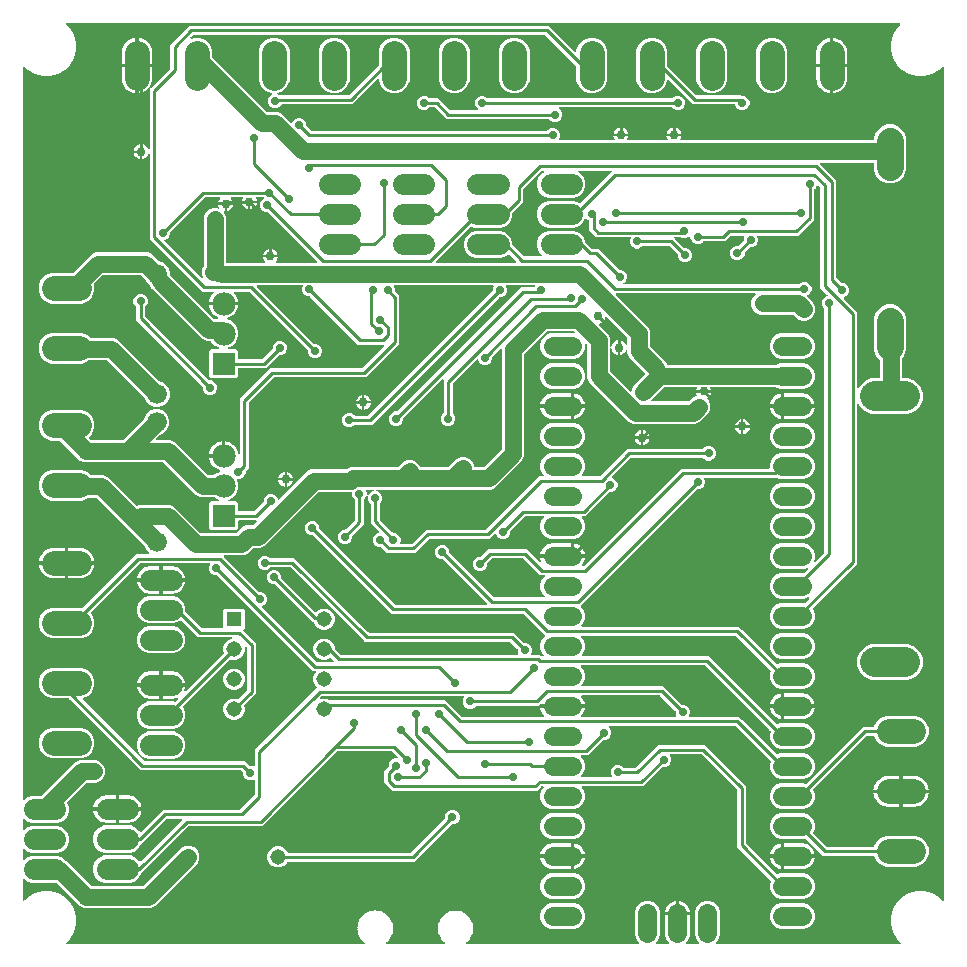
<source format=gbr>
G04 EAGLE Gerber RS-274X export*
G75*
%MOMM*%
%FSLAX34Y34*%
%LPD*%
%INBottom Copper*%
%IPPOS*%
%AMOC8*
5,1,8,0,0,1.08239X$1,22.5*%
G01*
%ADD10C,1.676400*%
%ADD11C,1.800000*%
%ADD12C,2.095500*%
%ADD13C,1.650000*%
%ADD14R,1.308000X1.308000*%
%ADD15C,1.308000*%
%ADD16R,1.965000X1.965000*%
%ADD17C,1.965000*%
%ADD18C,2.247900*%
%ADD19C,2.540000*%
%ADD20C,0.756400*%
%ADD21C,0.260000*%
%ADD22C,0.706400*%
%ADD23C,1.397000*%

G36*
X298735Y10172D02*
X298735Y10172D01*
X298807Y10174D01*
X298856Y10192D01*
X298907Y10200D01*
X298970Y10234D01*
X299038Y10259D01*
X299079Y10291D01*
X299125Y10316D01*
X299174Y10367D01*
X299230Y10412D01*
X299258Y10456D01*
X299294Y10494D01*
X299324Y10559D01*
X299363Y10619D01*
X299376Y10670D01*
X299398Y10717D01*
X299406Y10788D01*
X299423Y10858D01*
X299419Y10910D01*
X299425Y10961D01*
X299409Y11032D01*
X299404Y11103D01*
X299384Y11151D01*
X299372Y11202D01*
X299336Y11263D01*
X299308Y11329D01*
X299263Y11385D01*
X299246Y11413D01*
X299228Y11428D01*
X299203Y11460D01*
X298582Y12081D01*
X298556Y12099D01*
X298504Y12149D01*
X296699Y13518D01*
X296247Y14369D01*
X296229Y14392D01*
X296218Y14419D01*
X296113Y14550D01*
X295689Y14974D01*
X294873Y16944D01*
X294859Y16966D01*
X294842Y17010D01*
X293619Y19309D01*
X293583Y19946D01*
X293574Y19990D01*
X293573Y20034D01*
X293533Y20172D01*
X293530Y20186D01*
X293528Y20190D01*
X293527Y20195D01*
X293419Y20454D01*
X293419Y21831D01*
X293412Y21875D01*
X293414Y21919D01*
X293382Y22059D01*
X293380Y22074D01*
X293378Y22077D01*
X293377Y22083D01*
X293322Y22239D01*
X293386Y23377D01*
X293383Y23406D01*
X293386Y23463D01*
X293322Y24601D01*
X293377Y24757D01*
X293384Y24801D01*
X293401Y24842D01*
X293417Y24985D01*
X293419Y24999D01*
X293419Y25003D01*
X293419Y25009D01*
X293419Y26386D01*
X293527Y26645D01*
X293536Y26683D01*
X293545Y26703D01*
X293545Y26706D01*
X293556Y26728D01*
X293579Y26870D01*
X293583Y26884D01*
X293582Y26888D01*
X293583Y26894D01*
X293619Y27531D01*
X294842Y29830D01*
X294850Y29854D01*
X294873Y29896D01*
X295689Y31866D01*
X296113Y32290D01*
X296130Y32314D01*
X296152Y32332D01*
X296247Y32471D01*
X296699Y33322D01*
X298504Y34691D01*
X298527Y34715D01*
X298582Y34759D01*
X299884Y36061D01*
X300729Y36411D01*
X300741Y36418D01*
X300754Y36422D01*
X300898Y36508D01*
X301924Y37286D01*
X303816Y37702D01*
X303845Y37714D01*
X303944Y37743D01*
X305364Y38331D01*
X306592Y38331D01*
X306598Y38332D01*
X306755Y38348D01*
X308330Y38695D01*
X309905Y38348D01*
X309911Y38348D01*
X310068Y38331D01*
X311296Y38331D01*
X312716Y37743D01*
X312746Y37736D01*
X312844Y37702D01*
X314736Y37286D01*
X315762Y36508D01*
X315774Y36501D01*
X315784Y36492D01*
X315931Y36411D01*
X316776Y36061D01*
X318078Y34759D01*
X318104Y34741D01*
X318156Y34691D01*
X319961Y33322D01*
X320413Y32471D01*
X320431Y32448D01*
X320442Y32421D01*
X320547Y32290D01*
X320971Y31866D01*
X321787Y29896D01*
X321801Y29874D01*
X321818Y29830D01*
X323041Y27531D01*
X323077Y26894D01*
X323086Y26850D01*
X323087Y26806D01*
X323127Y26668D01*
X323130Y26654D01*
X323132Y26650D01*
X323133Y26645D01*
X323241Y26386D01*
X323241Y25009D01*
X323248Y24965D01*
X323246Y24921D01*
X323278Y24781D01*
X323280Y24766D01*
X323282Y24763D01*
X323283Y24757D01*
X323338Y24601D01*
X323274Y23463D01*
X323277Y23434D01*
X323274Y23377D01*
X323338Y22239D01*
X323283Y22083D01*
X323276Y22039D01*
X323259Y21998D01*
X323243Y21855D01*
X323241Y21841D01*
X323241Y21837D01*
X323241Y21831D01*
X323241Y20454D01*
X323133Y20195D01*
X323123Y20152D01*
X323104Y20112D01*
X323081Y19970D01*
X323077Y19956D01*
X323078Y19952D01*
X323077Y19946D01*
X323041Y19309D01*
X321818Y17010D01*
X321810Y16986D01*
X321787Y16944D01*
X320971Y14974D01*
X320547Y14550D01*
X320530Y14526D01*
X320508Y14508D01*
X320413Y14369D01*
X319961Y13518D01*
X318156Y12149D01*
X318133Y12125D01*
X318078Y12081D01*
X317457Y11460D01*
X317415Y11402D01*
X317366Y11350D01*
X317344Y11303D01*
X317314Y11261D01*
X317293Y11192D01*
X317262Y11127D01*
X317257Y11075D01*
X317241Y11025D01*
X317243Y10954D01*
X317235Y10883D01*
X317246Y10832D01*
X317248Y10780D01*
X317272Y10712D01*
X317288Y10642D01*
X317314Y10598D01*
X317332Y10549D01*
X317377Y10493D01*
X317414Y10431D01*
X317453Y10397D01*
X317486Y10357D01*
X317546Y10318D01*
X317601Y10271D01*
X317649Y10252D01*
X317693Y10224D01*
X317762Y10206D01*
X317829Y10179D01*
X317900Y10171D01*
X317931Y10163D01*
X317955Y10165D01*
X317996Y10161D01*
X366664Y10161D01*
X366735Y10172D01*
X366807Y10174D01*
X366856Y10192D01*
X366907Y10200D01*
X366970Y10234D01*
X367038Y10259D01*
X367079Y10291D01*
X367125Y10316D01*
X367174Y10367D01*
X367230Y10412D01*
X367258Y10456D01*
X367294Y10494D01*
X367324Y10559D01*
X367363Y10619D01*
X367376Y10670D01*
X367398Y10717D01*
X367406Y10788D01*
X367423Y10858D01*
X367419Y10910D01*
X367425Y10961D01*
X367409Y11032D01*
X367404Y11103D01*
X367384Y11151D01*
X367372Y11202D01*
X367336Y11263D01*
X367308Y11329D01*
X367263Y11385D01*
X367246Y11413D01*
X367228Y11428D01*
X367203Y11460D01*
X366582Y12081D01*
X366556Y12099D01*
X366504Y12149D01*
X364699Y13518D01*
X364247Y14369D01*
X364229Y14392D01*
X364218Y14419D01*
X364113Y14550D01*
X363689Y14974D01*
X362873Y16944D01*
X362859Y16966D01*
X362842Y17010D01*
X361619Y19309D01*
X361583Y19946D01*
X361574Y19990D01*
X361573Y20034D01*
X361533Y20172D01*
X361530Y20186D01*
X361528Y20190D01*
X361527Y20195D01*
X361419Y20454D01*
X361419Y21831D01*
X361412Y21875D01*
X361414Y21919D01*
X361382Y22059D01*
X361380Y22074D01*
X361378Y22077D01*
X361377Y22083D01*
X361322Y22239D01*
X361386Y23377D01*
X361383Y23406D01*
X361386Y23463D01*
X361322Y24601D01*
X361377Y24757D01*
X361384Y24801D01*
X361401Y24842D01*
X361417Y24985D01*
X361419Y24999D01*
X361419Y25003D01*
X361419Y25009D01*
X361419Y26386D01*
X361527Y26645D01*
X361536Y26684D01*
X361545Y26703D01*
X361545Y26706D01*
X361556Y26728D01*
X361579Y26870D01*
X361583Y26884D01*
X361582Y26888D01*
X361583Y26894D01*
X361619Y27531D01*
X362842Y29830D01*
X362850Y29854D01*
X362873Y29896D01*
X363689Y31866D01*
X364113Y32290D01*
X364130Y32314D01*
X364152Y32332D01*
X364247Y32471D01*
X364699Y33322D01*
X366504Y34691D01*
X366527Y34715D01*
X366582Y34759D01*
X367884Y36061D01*
X368729Y36411D01*
X368741Y36418D01*
X368754Y36422D01*
X368898Y36508D01*
X369924Y37286D01*
X371816Y37702D01*
X371845Y37714D01*
X371944Y37743D01*
X373364Y38331D01*
X374592Y38331D01*
X374598Y38332D01*
X374755Y38348D01*
X376330Y38695D01*
X377905Y38348D01*
X377911Y38348D01*
X378068Y38331D01*
X379296Y38331D01*
X380716Y37743D01*
X380746Y37736D01*
X380844Y37702D01*
X382736Y37286D01*
X383762Y36508D01*
X383774Y36501D01*
X383784Y36492D01*
X383931Y36411D01*
X384776Y36061D01*
X386078Y34759D01*
X386104Y34741D01*
X386156Y34691D01*
X387961Y33322D01*
X388413Y32471D01*
X388431Y32448D01*
X388442Y32421D01*
X388547Y32290D01*
X388971Y31866D01*
X389787Y29896D01*
X389801Y29874D01*
X389818Y29830D01*
X391041Y27531D01*
X391077Y26894D01*
X391086Y26850D01*
X391087Y26806D01*
X391127Y26668D01*
X391130Y26654D01*
X391132Y26650D01*
X391133Y26645D01*
X391241Y26386D01*
X391241Y25009D01*
X391248Y24965D01*
X391246Y24921D01*
X391278Y24781D01*
X391280Y24766D01*
X391282Y24763D01*
X391283Y24757D01*
X391338Y24601D01*
X391274Y23463D01*
X391277Y23434D01*
X391274Y23377D01*
X391338Y22239D01*
X391283Y22083D01*
X391276Y22039D01*
X391259Y21998D01*
X391243Y21855D01*
X391241Y21841D01*
X391241Y21837D01*
X391241Y21831D01*
X391241Y20454D01*
X391133Y20195D01*
X391123Y20152D01*
X391104Y20112D01*
X391081Y19970D01*
X391077Y19956D01*
X391078Y19952D01*
X391077Y19946D01*
X391041Y19309D01*
X389818Y17010D01*
X389810Y16986D01*
X389787Y16944D01*
X388971Y14974D01*
X388547Y14550D01*
X388530Y14526D01*
X388508Y14508D01*
X388413Y14369D01*
X387961Y13518D01*
X386156Y12149D01*
X386133Y12125D01*
X386078Y12081D01*
X385457Y11460D01*
X385415Y11402D01*
X385366Y11350D01*
X385344Y11303D01*
X385314Y11261D01*
X385293Y11192D01*
X385262Y11127D01*
X385257Y11075D01*
X385241Y11025D01*
X385243Y10954D01*
X385235Y10883D01*
X385246Y10832D01*
X385248Y10780D01*
X385272Y10712D01*
X385288Y10642D01*
X385314Y10598D01*
X385332Y10549D01*
X385377Y10493D01*
X385414Y10431D01*
X385453Y10397D01*
X385486Y10357D01*
X385546Y10318D01*
X385601Y10271D01*
X385649Y10252D01*
X385693Y10224D01*
X385762Y10206D01*
X385829Y10179D01*
X385900Y10171D01*
X385931Y10163D01*
X385955Y10165D01*
X385996Y10161D01*
X531068Y10161D01*
X531138Y10172D01*
X531210Y10174D01*
X531259Y10192D01*
X531310Y10200D01*
X531374Y10234D01*
X531441Y10259D01*
X531482Y10291D01*
X531528Y10316D01*
X531577Y10368D01*
X531633Y10412D01*
X531661Y10456D01*
X531697Y10494D01*
X531727Y10559D01*
X531766Y10619D01*
X531779Y10670D01*
X531801Y10717D01*
X531809Y10788D01*
X531826Y10858D01*
X531822Y10910D01*
X531828Y10961D01*
X531813Y11032D01*
X531807Y11103D01*
X531787Y11151D01*
X531776Y11202D01*
X531739Y11263D01*
X531711Y11329D01*
X531666Y11385D01*
X531649Y11413D01*
X531632Y11428D01*
X531606Y11460D01*
X529676Y13390D01*
X528039Y17342D01*
X528039Y38118D01*
X529676Y42070D01*
X532700Y45094D01*
X536652Y46731D01*
X540928Y46731D01*
X544880Y45094D01*
X547904Y42070D01*
X549541Y38118D01*
X549541Y17342D01*
X547904Y13390D01*
X545974Y11460D01*
X545932Y11402D01*
X545883Y11350D01*
X545861Y11303D01*
X545831Y11261D01*
X545809Y11192D01*
X545779Y11127D01*
X545774Y11075D01*
X545758Y11025D01*
X545760Y10954D01*
X545752Y10883D01*
X545763Y10832D01*
X545765Y10780D01*
X545789Y10712D01*
X545804Y10642D01*
X545831Y10597D01*
X545849Y10549D01*
X545894Y10493D01*
X545931Y10431D01*
X545970Y10397D01*
X546003Y10357D01*
X546063Y10318D01*
X546117Y10271D01*
X546166Y10252D01*
X546210Y10224D01*
X546279Y10206D01*
X546346Y10179D01*
X546417Y10171D01*
X546448Y10163D01*
X546471Y10165D01*
X546512Y10161D01*
X556411Y10161D01*
X556482Y10172D01*
X556554Y10174D01*
X556602Y10192D01*
X556654Y10200D01*
X556717Y10234D01*
X556785Y10259D01*
X556825Y10291D01*
X556871Y10316D01*
X556921Y10368D01*
X556977Y10412D01*
X557005Y10456D01*
X557041Y10494D01*
X557071Y10559D01*
X557110Y10619D01*
X557122Y10670D01*
X557144Y10717D01*
X557152Y10788D01*
X557170Y10858D01*
X557166Y10910D01*
X557171Y10961D01*
X557156Y11032D01*
X557150Y11103D01*
X557130Y11151D01*
X557119Y11202D01*
X557082Y11263D01*
X557054Y11329D01*
X557009Y11385D01*
X556993Y11413D01*
X556975Y11428D01*
X556949Y11460D01*
X555959Y12450D01*
X554961Y13825D01*
X554190Y15338D01*
X553665Y16953D01*
X553399Y18631D01*
X553399Y34457D01*
X563428Y34457D01*
X563448Y34460D01*
X563467Y34458D01*
X563569Y34480D01*
X563671Y34497D01*
X563688Y34506D01*
X563708Y34510D01*
X563797Y34563D01*
X563888Y34612D01*
X563902Y34626D01*
X563919Y34636D01*
X563986Y34715D01*
X564057Y34790D01*
X564066Y34808D01*
X564079Y34823D01*
X564117Y34919D01*
X564161Y35013D01*
X564163Y35033D01*
X564171Y35051D01*
X564189Y35218D01*
X564189Y35981D01*
X564191Y35981D01*
X564191Y35218D01*
X564194Y35198D01*
X564192Y35179D01*
X564214Y35077D01*
X564231Y34975D01*
X564240Y34958D01*
X564244Y34938D01*
X564297Y34849D01*
X564346Y34758D01*
X564360Y34744D01*
X564370Y34727D01*
X564449Y34660D01*
X564524Y34589D01*
X564542Y34580D01*
X564557Y34567D01*
X564653Y34528D01*
X564747Y34485D01*
X564767Y34483D01*
X564785Y34475D01*
X564952Y34457D01*
X574981Y34457D01*
X574981Y18631D01*
X574715Y16953D01*
X574190Y15338D01*
X573419Y13825D01*
X572421Y12450D01*
X571431Y11460D01*
X571389Y11402D01*
X571339Y11350D01*
X571317Y11303D01*
X571287Y11261D01*
X571266Y11192D01*
X571236Y11127D01*
X571230Y11075D01*
X571215Y11025D01*
X571217Y10954D01*
X571209Y10883D01*
X571220Y10832D01*
X571221Y10780D01*
X571246Y10712D01*
X571261Y10642D01*
X571288Y10597D01*
X571306Y10549D01*
X571350Y10493D01*
X571387Y10431D01*
X571427Y10397D01*
X571459Y10357D01*
X571520Y10318D01*
X571574Y10271D01*
X571622Y10252D01*
X571666Y10224D01*
X571736Y10206D01*
X571802Y10179D01*
X571873Y10171D01*
X571905Y10163D01*
X571928Y10165D01*
X571969Y10161D01*
X581868Y10161D01*
X581938Y10172D01*
X582010Y10174D01*
X582059Y10192D01*
X582110Y10200D01*
X582174Y10234D01*
X582241Y10259D01*
X582282Y10291D01*
X582328Y10316D01*
X582377Y10368D01*
X582433Y10412D01*
X582461Y10456D01*
X582497Y10494D01*
X582527Y10559D01*
X582566Y10619D01*
X582579Y10670D01*
X582601Y10717D01*
X582609Y10788D01*
X582626Y10858D01*
X582622Y10910D01*
X582628Y10961D01*
X582613Y11032D01*
X582607Y11103D01*
X582587Y11151D01*
X582576Y11202D01*
X582539Y11263D01*
X582511Y11329D01*
X582466Y11385D01*
X582449Y11413D01*
X582432Y11428D01*
X582406Y11460D01*
X580476Y13390D01*
X578839Y17342D01*
X578839Y38118D01*
X580476Y42070D01*
X583500Y45094D01*
X587452Y46731D01*
X591728Y46731D01*
X595680Y45094D01*
X598704Y42070D01*
X600341Y38118D01*
X600341Y17342D01*
X598704Y13390D01*
X596774Y11460D01*
X596732Y11402D01*
X596683Y11350D01*
X596661Y11303D01*
X596631Y11261D01*
X596609Y11192D01*
X596579Y11127D01*
X596574Y11075D01*
X596558Y11025D01*
X596560Y10954D01*
X596552Y10883D01*
X596563Y10832D01*
X596565Y10780D01*
X596589Y10712D01*
X596604Y10642D01*
X596631Y10597D01*
X596649Y10549D01*
X596694Y10493D01*
X596731Y10431D01*
X596770Y10397D01*
X596803Y10357D01*
X596863Y10318D01*
X596917Y10271D01*
X596966Y10252D01*
X597010Y10224D01*
X597079Y10206D01*
X597146Y10179D01*
X597217Y10171D01*
X597248Y10163D01*
X597271Y10165D01*
X597312Y10161D01*
X752419Y10161D01*
X752490Y10172D01*
X752561Y10174D01*
X752610Y10192D01*
X752662Y10200D01*
X752725Y10234D01*
X752792Y10259D01*
X752833Y10291D01*
X752879Y10316D01*
X752928Y10368D01*
X752984Y10412D01*
X753012Y10456D01*
X753048Y10494D01*
X753078Y10559D01*
X753117Y10619D01*
X753130Y10670D01*
X753152Y10717D01*
X753160Y10788D01*
X753177Y10858D01*
X753173Y10910D01*
X753179Y10961D01*
X753164Y11032D01*
X753158Y11103D01*
X753138Y11151D01*
X753127Y11202D01*
X753090Y11263D01*
X753062Y11329D01*
X753017Y11385D01*
X753001Y11413D01*
X752983Y11428D01*
X752957Y11460D01*
X749866Y14551D01*
X746554Y20288D01*
X744839Y26688D01*
X744839Y33312D01*
X746554Y39712D01*
X749866Y45449D01*
X754551Y50134D01*
X760288Y53446D01*
X766688Y55161D01*
X773312Y55161D01*
X779712Y53446D01*
X785449Y50134D01*
X788540Y47043D01*
X788598Y47001D01*
X788650Y46952D01*
X788697Y46930D01*
X788739Y46899D01*
X788808Y46878D01*
X788873Y46848D01*
X788925Y46842D01*
X788975Y46827D01*
X789046Y46829D01*
X789117Y46821D01*
X789168Y46832D01*
X789220Y46833D01*
X789288Y46858D01*
X789358Y46873D01*
X789403Y46900D01*
X789451Y46918D01*
X789507Y46963D01*
X789569Y46999D01*
X789603Y47039D01*
X789643Y47072D01*
X789682Y47132D01*
X789729Y47186D01*
X789748Y47235D01*
X789776Y47278D01*
X789794Y47348D01*
X789821Y47414D01*
X789829Y47486D01*
X789837Y47517D01*
X789835Y47540D01*
X789839Y47581D01*
X789839Y752419D01*
X789828Y752490D01*
X789826Y752561D01*
X789808Y752610D01*
X789800Y752662D01*
X789766Y752725D01*
X789741Y752792D01*
X789709Y752833D01*
X789684Y752879D01*
X789632Y752928D01*
X789588Y752984D01*
X789544Y753012D01*
X789506Y753048D01*
X789441Y753078D01*
X789381Y753117D01*
X789330Y753130D01*
X789283Y753152D01*
X789212Y753160D01*
X789142Y753177D01*
X789090Y753173D01*
X789039Y753179D01*
X788968Y753164D01*
X788897Y753158D01*
X788849Y753138D01*
X788798Y753127D01*
X788737Y753090D01*
X788671Y753062D01*
X788615Y753017D01*
X788587Y753001D01*
X788572Y752983D01*
X788540Y752957D01*
X785449Y749866D01*
X779712Y746554D01*
X773312Y744839D01*
X766688Y744839D01*
X760288Y746554D01*
X754551Y749866D01*
X749866Y754551D01*
X746554Y760288D01*
X744839Y766688D01*
X744839Y773312D01*
X746554Y779712D01*
X749866Y785449D01*
X752957Y788540D01*
X752999Y788598D01*
X753048Y788650D01*
X753070Y788697D01*
X753101Y788739D01*
X753122Y788808D01*
X753152Y788873D01*
X753158Y788925D01*
X753173Y788975D01*
X753171Y789046D01*
X753179Y789117D01*
X753168Y789168D01*
X753167Y789220D01*
X753142Y789288D01*
X753127Y789358D01*
X753100Y789403D01*
X753082Y789451D01*
X753037Y789507D01*
X753001Y789569D01*
X752961Y789603D01*
X752928Y789643D01*
X752868Y789682D01*
X752814Y789729D01*
X752765Y789748D01*
X752722Y789776D01*
X752652Y789794D01*
X752586Y789821D01*
X752514Y789829D01*
X752483Y789837D01*
X752460Y789835D01*
X752419Y789839D01*
X47581Y789839D01*
X47510Y789828D01*
X47439Y789826D01*
X47390Y789808D01*
X47338Y789800D01*
X47275Y789766D01*
X47208Y789741D01*
X47167Y789709D01*
X47121Y789684D01*
X47072Y789632D01*
X47016Y789588D01*
X46988Y789544D01*
X46952Y789506D01*
X46922Y789441D01*
X46883Y789381D01*
X46870Y789330D01*
X46848Y789283D01*
X46840Y789212D01*
X46823Y789142D01*
X46827Y789090D01*
X46821Y789039D01*
X46836Y788968D01*
X46842Y788897D01*
X46862Y788849D01*
X46873Y788798D01*
X46910Y788737D01*
X46938Y788671D01*
X46983Y788615D01*
X46999Y788587D01*
X47017Y788572D01*
X47043Y788540D01*
X50134Y785449D01*
X53446Y779712D01*
X55161Y773312D01*
X55161Y766688D01*
X53446Y760288D01*
X50134Y754551D01*
X45449Y749866D01*
X39712Y746554D01*
X33312Y744839D01*
X26688Y744839D01*
X20288Y746554D01*
X14551Y749866D01*
X11460Y752957D01*
X11402Y752999D01*
X11350Y753048D01*
X11303Y753070D01*
X11261Y753101D01*
X11192Y753122D01*
X11127Y753152D01*
X11075Y753158D01*
X11025Y753173D01*
X10954Y753171D01*
X10883Y753179D01*
X10832Y753168D01*
X10780Y753167D01*
X10712Y753142D01*
X10642Y753127D01*
X10597Y753100D01*
X10549Y753082D01*
X10493Y753037D01*
X10431Y753001D01*
X10397Y752961D01*
X10357Y752928D01*
X10318Y752868D01*
X10271Y752814D01*
X10252Y752765D01*
X10224Y752722D01*
X10206Y752652D01*
X10179Y752586D01*
X10171Y752514D01*
X10163Y752483D01*
X10165Y752460D01*
X10161Y752419D01*
X10161Y132963D01*
X10172Y132892D01*
X10174Y132821D01*
X10192Y132772D01*
X10200Y132720D01*
X10234Y132657D01*
X10259Y132590D01*
X10291Y132549D01*
X10316Y132503D01*
X10368Y132454D01*
X10412Y132398D01*
X10456Y132369D01*
X10494Y132334D01*
X10559Y132303D01*
X10619Y132265D01*
X10670Y132252D01*
X10717Y132230D01*
X10788Y132222D01*
X10858Y132204D01*
X10910Y132209D01*
X10961Y132203D01*
X11032Y132218D01*
X11103Y132224D01*
X11151Y132244D01*
X11202Y132255D01*
X11263Y132292D01*
X11329Y132320D01*
X11385Y132365D01*
X11413Y132381D01*
X11428Y132399D01*
X11460Y132425D01*
X12985Y133950D01*
X17212Y135701D01*
X25721Y135701D01*
X25811Y135715D01*
X25902Y135723D01*
X25931Y135735D01*
X25963Y135740D01*
X26044Y135783D01*
X26128Y135819D01*
X26160Y135845D01*
X26181Y135856D01*
X26203Y135879D01*
X26259Y135924D01*
X54627Y164292D01*
X58113Y165736D01*
X71887Y165736D01*
X75373Y164292D01*
X78042Y161623D01*
X79486Y158137D01*
X79486Y154363D01*
X78042Y150877D01*
X75373Y148208D01*
X71887Y146764D01*
X64244Y146764D01*
X64154Y146750D01*
X64063Y146742D01*
X64034Y146730D01*
X64002Y146725D01*
X63921Y146682D01*
X63837Y146646D01*
X63805Y146620D01*
X63784Y146609D01*
X63762Y146586D01*
X63706Y146541D01*
X47794Y130629D01*
X47726Y130535D01*
X47656Y130440D01*
X47654Y130434D01*
X47650Y130429D01*
X47616Y130319D01*
X47580Y130207D01*
X47580Y130200D01*
X47578Y130194D01*
X47581Y130078D01*
X47582Y129961D01*
X47584Y129953D01*
X47584Y129948D01*
X47591Y129931D01*
X47629Y129799D01*
X49001Y126488D01*
X49001Y121912D01*
X47250Y117685D01*
X44015Y114450D01*
X39788Y112699D01*
X17212Y112699D01*
X12985Y114450D01*
X11460Y115975D01*
X11402Y116017D01*
X11350Y116066D01*
X11303Y116088D01*
X11261Y116119D01*
X11192Y116140D01*
X11127Y116170D01*
X11075Y116176D01*
X11025Y116191D01*
X10954Y116189D01*
X10883Y116197D01*
X10832Y116186D01*
X10780Y116185D01*
X10712Y116160D01*
X10642Y116145D01*
X10597Y116118D01*
X10549Y116100D01*
X10493Y116055D01*
X10431Y116019D01*
X10397Y115979D01*
X10357Y115947D01*
X10318Y115886D01*
X10271Y115832D01*
X10252Y115784D01*
X10224Y115740D01*
X10206Y115670D01*
X10179Y115604D01*
X10171Y115532D01*
X10163Y115501D01*
X10165Y115478D01*
X10161Y115437D01*
X10161Y107563D01*
X10172Y107492D01*
X10174Y107421D01*
X10192Y107372D01*
X10200Y107320D01*
X10234Y107257D01*
X10259Y107190D01*
X10291Y107149D01*
X10316Y107103D01*
X10368Y107054D01*
X10412Y106998D01*
X10456Y106969D01*
X10494Y106934D01*
X10559Y106903D01*
X10619Y106865D01*
X10670Y106852D01*
X10717Y106830D01*
X10788Y106822D01*
X10858Y106804D01*
X10910Y106809D01*
X10961Y106803D01*
X11032Y106818D01*
X11103Y106824D01*
X11151Y106844D01*
X11202Y106855D01*
X11263Y106892D01*
X11329Y106920D01*
X11385Y106965D01*
X11413Y106981D01*
X11428Y106999D01*
X11460Y107025D01*
X12985Y108550D01*
X17212Y110301D01*
X39788Y110301D01*
X44015Y108550D01*
X47250Y105315D01*
X49001Y101088D01*
X49001Y96512D01*
X47250Y92285D01*
X44015Y89050D01*
X39788Y87299D01*
X17212Y87299D01*
X12985Y89050D01*
X11460Y90575D01*
X11402Y90617D01*
X11350Y90666D01*
X11303Y90688D01*
X11261Y90719D01*
X11192Y90740D01*
X11127Y90770D01*
X11075Y90776D01*
X11025Y90791D01*
X10954Y90789D01*
X10883Y90797D01*
X10832Y90786D01*
X10780Y90785D01*
X10712Y90760D01*
X10642Y90745D01*
X10597Y90718D01*
X10549Y90700D01*
X10493Y90655D01*
X10431Y90619D01*
X10397Y90579D01*
X10357Y90547D01*
X10318Y90486D01*
X10271Y90432D01*
X10252Y90384D01*
X10224Y90340D01*
X10206Y90270D01*
X10179Y90204D01*
X10171Y90132D01*
X10163Y90101D01*
X10165Y90078D01*
X10161Y90037D01*
X10161Y82163D01*
X10172Y82092D01*
X10174Y82021D01*
X10192Y81972D01*
X10200Y81920D01*
X10234Y81857D01*
X10259Y81790D01*
X10291Y81749D01*
X10316Y81703D01*
X10368Y81654D01*
X10412Y81598D01*
X10456Y81569D01*
X10494Y81534D01*
X10559Y81503D01*
X10619Y81465D01*
X10670Y81452D01*
X10717Y81430D01*
X10788Y81422D01*
X10858Y81404D01*
X10910Y81409D01*
X10961Y81403D01*
X11032Y81418D01*
X11103Y81424D01*
X11151Y81444D01*
X11202Y81455D01*
X11263Y81492D01*
X11329Y81520D01*
X11385Y81565D01*
X11413Y81581D01*
X11428Y81599D01*
X11460Y81625D01*
X12985Y83150D01*
X17212Y84901D01*
X39788Y84901D01*
X44015Y83150D01*
X46516Y80649D01*
X46517Y80648D01*
X67456Y59709D01*
X67530Y59656D01*
X67600Y59596D01*
X67630Y59584D01*
X67656Y59565D01*
X67743Y59538D01*
X67828Y59504D01*
X67869Y59500D01*
X67891Y59493D01*
X67923Y59494D01*
X67994Y59486D01*
X112006Y59486D01*
X112096Y59500D01*
X112187Y59508D01*
X112216Y59520D01*
X112248Y59525D01*
X112329Y59568D01*
X112413Y59604D01*
X112445Y59630D01*
X112466Y59641D01*
X112488Y59664D01*
X112544Y59709D01*
X141675Y88839D01*
X141713Y88893D01*
X141759Y88939D01*
X141799Y89012D01*
X141818Y89039D01*
X141824Y89058D01*
X141840Y89086D01*
X141958Y89373D01*
X144627Y92042D01*
X148113Y93486D01*
X151887Y93486D01*
X155373Y92042D01*
X158042Y89373D01*
X159486Y85887D01*
X159486Y81863D01*
X158042Y78377D01*
X121623Y41958D01*
X118137Y40514D01*
X61863Y40514D01*
X58377Y41958D01*
X38659Y61676D01*
X38585Y61729D01*
X38515Y61789D01*
X38485Y61801D01*
X38459Y61820D01*
X38372Y61847D01*
X38287Y61881D01*
X38246Y61885D01*
X38224Y61892D01*
X38192Y61891D01*
X38121Y61899D01*
X17212Y61899D01*
X12985Y63650D01*
X11460Y65175D01*
X11402Y65217D01*
X11350Y65266D01*
X11303Y65288D01*
X11261Y65319D01*
X11192Y65340D01*
X11127Y65370D01*
X11075Y65376D01*
X11025Y65391D01*
X10954Y65389D01*
X10883Y65397D01*
X10832Y65386D01*
X10780Y65385D01*
X10712Y65360D01*
X10642Y65345D01*
X10597Y65318D01*
X10549Y65300D01*
X10493Y65255D01*
X10431Y65219D01*
X10397Y65179D01*
X10357Y65147D01*
X10318Y65086D01*
X10271Y65032D01*
X10252Y64984D01*
X10224Y64940D01*
X10206Y64870D01*
X10179Y64804D01*
X10171Y64732D01*
X10163Y64701D01*
X10165Y64678D01*
X10161Y64637D01*
X10161Y47581D01*
X10172Y47510D01*
X10174Y47439D01*
X10192Y47390D01*
X10200Y47338D01*
X10234Y47275D01*
X10259Y47208D01*
X10291Y47167D01*
X10316Y47121D01*
X10368Y47072D01*
X10412Y47016D01*
X10456Y46988D01*
X10494Y46952D01*
X10559Y46922D01*
X10619Y46883D01*
X10670Y46870D01*
X10717Y46848D01*
X10788Y46840D01*
X10858Y46823D01*
X10910Y46827D01*
X10961Y46821D01*
X11032Y46836D01*
X11103Y46842D01*
X11151Y46862D01*
X11202Y46873D01*
X11263Y46910D01*
X11329Y46938D01*
X11385Y46983D01*
X11413Y46999D01*
X11428Y47017D01*
X11460Y47043D01*
X14551Y50134D01*
X20288Y53446D01*
X26688Y55161D01*
X33312Y55161D01*
X39712Y53446D01*
X45449Y50134D01*
X50134Y45449D01*
X53446Y39712D01*
X55161Y33312D01*
X55161Y26688D01*
X53446Y20288D01*
X50134Y14551D01*
X47043Y11460D01*
X47001Y11402D01*
X46952Y11350D01*
X46930Y11303D01*
X46899Y11261D01*
X46878Y11192D01*
X46848Y11127D01*
X46842Y11075D01*
X46827Y11025D01*
X46829Y10954D01*
X46821Y10883D01*
X46832Y10832D01*
X46833Y10780D01*
X46858Y10712D01*
X46873Y10642D01*
X46900Y10597D01*
X46918Y10549D01*
X46963Y10493D01*
X46999Y10431D01*
X47039Y10397D01*
X47072Y10357D01*
X47132Y10318D01*
X47186Y10271D01*
X47235Y10252D01*
X47278Y10224D01*
X47348Y10206D01*
X47414Y10179D01*
X47486Y10171D01*
X47517Y10163D01*
X47540Y10165D01*
X47581Y10161D01*
X298664Y10161D01*
X298735Y10172D01*
G37*
%LPC*%
G36*
X650952Y48329D02*
X650952Y48329D01*
X647000Y49966D01*
X643976Y52990D01*
X642339Y56942D01*
X642339Y61218D01*
X643093Y63038D01*
X643119Y63151D01*
X643148Y63265D01*
X643148Y63271D01*
X643149Y63277D01*
X643138Y63394D01*
X643129Y63510D01*
X643126Y63516D01*
X643126Y63522D01*
X643078Y63629D01*
X643033Y63736D01*
X643028Y63742D01*
X643026Y63747D01*
X643013Y63760D01*
X642928Y63867D01*
X614814Y91981D01*
X614814Y140205D01*
X614800Y140295D01*
X614792Y140386D01*
X614780Y140416D01*
X614775Y140448D01*
X614732Y140529D01*
X614696Y140613D01*
X614670Y140645D01*
X614659Y140665D01*
X614636Y140688D01*
X614591Y140744D01*
X584684Y170651D01*
X584610Y170704D01*
X584540Y170764D01*
X584510Y170776D01*
X584484Y170795D01*
X584397Y170822D01*
X584312Y170856D01*
X584271Y170860D01*
X584249Y170867D01*
X584217Y170866D01*
X584145Y170874D01*
X558245Y170874D01*
X558174Y170863D01*
X558102Y170861D01*
X558053Y170843D01*
X558002Y170835D01*
X557939Y170801D01*
X557871Y170776D01*
X557831Y170744D01*
X557785Y170719D01*
X557735Y170667D01*
X557679Y170622D01*
X557651Y170579D01*
X557616Y170541D01*
X557585Y170476D01*
X557546Y170415D01*
X557534Y170365D01*
X557512Y170318D01*
X557504Y170246D01*
X557487Y170176D01*
X557491Y170125D01*
X557485Y170074D01*
X557500Y170003D01*
X557506Y169931D01*
X557526Y169884D01*
X557537Y169833D01*
X557565Y169787D01*
X558533Y167450D01*
X558533Y165050D01*
X557614Y162833D01*
X555917Y161136D01*
X553700Y160217D01*
X552158Y160217D01*
X552068Y160203D01*
X551977Y160195D01*
X551947Y160183D01*
X551915Y160178D01*
X551834Y160135D01*
X551750Y160099D01*
X551718Y160073D01*
X551698Y160062D01*
X551675Y160039D01*
X551619Y159994D01*
X535324Y143699D01*
X483912Y143699D01*
X483842Y143688D01*
X483770Y143686D01*
X483721Y143668D01*
X483670Y143660D01*
X483606Y143626D01*
X483539Y143601D01*
X483498Y143569D01*
X483452Y143544D01*
X483403Y143492D01*
X483347Y143448D01*
X483319Y143404D01*
X483283Y143366D01*
X483253Y143301D01*
X483214Y143241D01*
X483201Y143190D01*
X483179Y143143D01*
X483171Y143072D01*
X483154Y143002D01*
X483158Y142950D01*
X483152Y142899D01*
X483167Y142828D01*
X483173Y142757D01*
X483193Y142709D01*
X483204Y142658D01*
X483241Y142597D01*
X483269Y142531D01*
X483314Y142475D01*
X483331Y142447D01*
X483348Y142432D01*
X483374Y142400D01*
X484404Y141370D01*
X486041Y137418D01*
X486041Y133142D01*
X484404Y129190D01*
X481380Y126166D01*
X477428Y124529D01*
X456652Y124529D01*
X452700Y126166D01*
X449676Y129190D01*
X448039Y133142D01*
X448039Y137418D01*
X449676Y141370D01*
X450706Y142400D01*
X450748Y142458D01*
X450797Y142510D01*
X450819Y142557D01*
X450849Y142599D01*
X450871Y142668D01*
X450901Y142733D01*
X450906Y142785D01*
X450922Y142835D01*
X450920Y142906D01*
X450928Y142977D01*
X450917Y143028D01*
X450915Y143080D01*
X450891Y143148D01*
X450876Y143218D01*
X450849Y143263D01*
X450831Y143311D01*
X450786Y143367D01*
X450749Y143429D01*
X450710Y143463D01*
X450677Y143503D01*
X450617Y143542D01*
X450563Y143589D01*
X450514Y143608D01*
X450470Y143636D01*
X450401Y143654D01*
X450334Y143681D01*
X450263Y143689D01*
X450232Y143697D01*
X450209Y143695D01*
X450168Y143699D01*
X449390Y143699D01*
X449300Y143685D01*
X449209Y143677D01*
X449179Y143665D01*
X449147Y143660D01*
X449066Y143617D01*
X448982Y143581D01*
X448950Y143555D01*
X448930Y143544D01*
X448907Y143521D01*
X448851Y143476D01*
X445324Y139949D01*
X323057Y139949D01*
X316199Y146807D01*
X316199Y156574D01*
X318649Y159024D01*
X319994Y160369D01*
X320039Y160432D01*
X320066Y160460D01*
X320071Y160471D01*
X320107Y160513D01*
X320119Y160543D01*
X320138Y160569D01*
X320165Y160656D01*
X320199Y160741D01*
X320203Y160782D01*
X320210Y160804D01*
X320209Y160836D01*
X320217Y160908D01*
X320217Y162450D01*
X321136Y164667D01*
X322833Y166364D01*
X325050Y167283D01*
X326754Y167283D01*
X326825Y167294D01*
X326897Y167296D01*
X326946Y167314D01*
X326997Y167322D01*
X327060Y167356D01*
X327128Y167381D01*
X327169Y167413D01*
X327215Y167438D01*
X327264Y167489D01*
X327320Y167534D01*
X327348Y167578D01*
X327384Y167616D01*
X327414Y167681D01*
X327453Y167741D01*
X327466Y167792D01*
X327488Y167839D01*
X327495Y167910D01*
X327513Y167980D01*
X327509Y168032D01*
X327515Y168083D01*
X327499Y168154D01*
X327494Y168225D01*
X327473Y168273D01*
X327462Y168324D01*
X327426Y168385D01*
X327398Y168451D01*
X327353Y168507D01*
X327336Y168535D01*
X327318Y168550D01*
X327293Y168582D01*
X322714Y173161D01*
X322640Y173214D01*
X322570Y173274D01*
X322540Y173286D01*
X322514Y173305D01*
X322427Y173332D01*
X322342Y173366D01*
X322301Y173370D01*
X322279Y173377D01*
X322247Y173376D01*
X322175Y173384D01*
X276575Y173384D01*
X276485Y173370D01*
X276394Y173362D01*
X276364Y173350D01*
X276332Y173345D01*
X276251Y173302D01*
X276167Y173266D01*
X276135Y173240D01*
X276115Y173229D01*
X276092Y173206D01*
X276036Y173161D01*
X212824Y109949D01*
X150640Y109949D01*
X150550Y109935D01*
X150459Y109927D01*
X150429Y109915D01*
X150397Y109910D01*
X150316Y109867D01*
X150232Y109831D01*
X150200Y109805D01*
X150180Y109794D01*
X150157Y109771D01*
X150101Y109726D01*
X110129Y69754D01*
X110037Y69705D01*
X109932Y69652D01*
X109928Y69647D01*
X109923Y69644D01*
X109843Y69560D01*
X109760Y69476D01*
X109757Y69470D01*
X109753Y69466D01*
X109745Y69449D01*
X109679Y69329D01*
X108750Y67085D01*
X105515Y63850D01*
X101288Y62099D01*
X78712Y62099D01*
X74485Y63850D01*
X71250Y67085D01*
X69499Y71312D01*
X69499Y75888D01*
X71250Y80115D01*
X74485Y83350D01*
X78712Y85101D01*
X101288Y85101D01*
X105515Y83350D01*
X108706Y80158D01*
X108723Y80146D01*
X108735Y80131D01*
X108822Y80075D01*
X108906Y80015D01*
X108925Y80009D01*
X108942Y79998D01*
X109042Y79973D01*
X109141Y79942D01*
X109161Y79943D01*
X109180Y79938D01*
X109283Y79946D01*
X109387Y79949D01*
X109406Y79955D01*
X109426Y79957D01*
X109521Y79997D01*
X109618Y80033D01*
X109634Y80045D01*
X109652Y80053D01*
X109783Y80158D01*
X144525Y114900D01*
X144567Y114958D01*
X144616Y115010D01*
X144638Y115057D01*
X144668Y115099D01*
X144689Y115168D01*
X144720Y115233D01*
X144725Y115285D01*
X144741Y115335D01*
X144739Y115406D01*
X144747Y115477D01*
X144736Y115528D01*
X144734Y115580D01*
X144710Y115648D01*
X144694Y115718D01*
X144668Y115763D01*
X144650Y115811D01*
X144605Y115867D01*
X144568Y115929D01*
X144529Y115963D01*
X144496Y116003D01*
X144436Y116042D01*
X144381Y116089D01*
X144333Y116108D01*
X144289Y116136D01*
X144220Y116154D01*
X144153Y116181D01*
X144082Y116189D01*
X144051Y116197D01*
X144027Y116195D01*
X143986Y116199D01*
X131890Y116199D01*
X131800Y116185D01*
X131709Y116177D01*
X131679Y116165D01*
X131647Y116160D01*
X131566Y116117D01*
X131482Y116081D01*
X131450Y116055D01*
X131430Y116044D01*
X131407Y116021D01*
X131351Y115976D01*
X110574Y95199D01*
X110383Y95199D01*
X110268Y95180D01*
X110152Y95163D01*
X110146Y95161D01*
X110140Y95160D01*
X110037Y95105D01*
X109932Y95052D01*
X109928Y95047D01*
X109923Y95044D01*
X109843Y94960D01*
X109760Y94876D01*
X109757Y94870D01*
X109753Y94866D01*
X109745Y94849D01*
X109679Y94729D01*
X108750Y92485D01*
X105515Y89250D01*
X101288Y87499D01*
X78712Y87499D01*
X74485Y89250D01*
X71250Y92485D01*
X69499Y96712D01*
X69499Y101288D01*
X71250Y105515D01*
X74485Y108750D01*
X78712Y110501D01*
X101288Y110501D01*
X105515Y108750D01*
X108760Y105504D01*
X108761Y105502D01*
X108809Y105442D01*
X108850Y105376D01*
X108886Y105346D01*
X108915Y105310D01*
X108980Y105268D01*
X109040Y105219D01*
X109083Y105202D01*
X109121Y105177D01*
X109197Y105158D01*
X109269Y105130D01*
X109315Y105129D01*
X109360Y105117D01*
X109438Y105123D01*
X109515Y105120D01*
X109559Y105133D01*
X109605Y105136D01*
X109677Y105167D01*
X109751Y105188D01*
X109789Y105215D01*
X109832Y105233D01*
X109938Y105318D01*
X109954Y105329D01*
X109957Y105333D01*
X109962Y105338D01*
X125976Y121351D01*
X128426Y123801D01*
X193250Y123801D01*
X193340Y123815D01*
X193431Y123823D01*
X193461Y123835D01*
X193493Y123840D01*
X193574Y123883D01*
X193658Y123919D01*
X193690Y123945D01*
X193710Y123956D01*
X193733Y123979D01*
X193789Y124024D01*
X205976Y136211D01*
X206029Y136285D01*
X206089Y136355D01*
X206101Y136385D01*
X206120Y136411D01*
X206147Y136498D01*
X206181Y136583D01*
X206185Y136624D01*
X206192Y136646D01*
X206191Y136678D01*
X206199Y136750D01*
X206199Y148863D01*
X206192Y148908D01*
X206194Y148954D01*
X206172Y149029D01*
X206160Y149106D01*
X206138Y149146D01*
X206125Y149191D01*
X206081Y149255D01*
X206044Y149323D01*
X206011Y149355D01*
X205985Y149393D01*
X205923Y149439D01*
X205866Y149493D01*
X205824Y149512D01*
X205788Y149539D01*
X205714Y149564D01*
X205643Y149596D01*
X205597Y149601D01*
X205554Y149616D01*
X205476Y149615D01*
X205399Y149623D01*
X205354Y149614D01*
X205308Y149613D01*
X205176Y149575D01*
X205158Y149571D01*
X205154Y149569D01*
X205147Y149567D01*
X203700Y148967D01*
X201300Y148967D01*
X199083Y149886D01*
X197386Y151583D01*
X196467Y153800D01*
X196467Y155342D01*
X196453Y155432D01*
X196445Y155523D01*
X196433Y155553D01*
X196428Y155585D01*
X196385Y155666D01*
X196349Y155750D01*
X196323Y155782D01*
X196312Y155802D01*
X196289Y155825D01*
X196244Y155881D01*
X194899Y157226D01*
X194825Y157279D01*
X194755Y157339D01*
X194725Y157351D01*
X194699Y157370D01*
X194612Y157397D01*
X194527Y157431D01*
X194486Y157435D01*
X194464Y157442D01*
X194432Y157441D01*
X194360Y157449D01*
X109676Y157449D01*
X49226Y217899D01*
X49152Y217952D01*
X49083Y218011D01*
X49053Y218024D01*
X49026Y218042D01*
X48939Y218069D01*
X48855Y218103D01*
X48814Y218108D01*
X48791Y218115D01*
X48759Y218114D01*
X48688Y218122D01*
X34041Y218122D01*
X29271Y220098D01*
X25620Y223748D01*
X23644Y228518D01*
X23644Y233682D01*
X25620Y238452D01*
X29271Y242102D01*
X34041Y244078D01*
X60159Y244078D01*
X64929Y242102D01*
X68580Y238452D01*
X70556Y233682D01*
X70556Y228518D01*
X68580Y223748D01*
X64929Y220098D01*
X60925Y218439D01*
X60886Y218415D01*
X60843Y218399D01*
X60782Y218350D01*
X60716Y218309D01*
X60686Y218274D01*
X60651Y218245D01*
X60608Y218180D01*
X60559Y218120D01*
X60542Y218077D01*
X60518Y218038D01*
X60498Y217963D01*
X60471Y217890D01*
X60469Y217844D01*
X60457Y217800D01*
X60463Y217722D01*
X60460Y217644D01*
X60473Y217600D01*
X60477Y217555D01*
X60507Y217483D01*
X60529Y217408D01*
X60555Y217370D01*
X60573Y217328D01*
X60658Y217222D01*
X60669Y217206D01*
X60673Y217203D01*
X60678Y217197D01*
X112601Y165274D01*
X112675Y165221D01*
X112745Y165161D01*
X112775Y165149D01*
X112801Y165130D01*
X112888Y165103D01*
X112973Y165069D01*
X113014Y165065D01*
X113036Y165058D01*
X113068Y165059D01*
X113140Y165051D01*
X197824Y165051D01*
X201619Y161256D01*
X201693Y161203D01*
X201763Y161143D01*
X201793Y161131D01*
X201819Y161112D01*
X201906Y161085D01*
X201991Y161051D01*
X202032Y161047D01*
X202054Y161040D01*
X202086Y161041D01*
X202158Y161033D01*
X203700Y161033D01*
X205147Y160433D01*
X205191Y160423D01*
X205233Y160404D01*
X205310Y160395D01*
X205386Y160377D01*
X205432Y160382D01*
X205477Y160377D01*
X205554Y160393D01*
X205631Y160400D01*
X205673Y160419D01*
X205718Y160429D01*
X205785Y160469D01*
X205856Y160500D01*
X205890Y160531D01*
X205929Y160555D01*
X205980Y160614D01*
X206037Y160667D01*
X206059Y160707D01*
X206089Y160742D01*
X206118Y160814D01*
X206155Y160882D01*
X206164Y160927D01*
X206181Y160970D01*
X206196Y161106D01*
X206199Y161124D01*
X206198Y161129D01*
X206199Y161137D01*
X206199Y174074D01*
X208649Y176524D01*
X258831Y226706D01*
X258843Y226723D01*
X258859Y226735D01*
X258915Y226822D01*
X258975Y226906D01*
X258981Y226925D01*
X258992Y226942D01*
X259017Y227043D01*
X259047Y227141D01*
X259047Y227161D01*
X259052Y227181D01*
X259044Y227283D01*
X259041Y227387D01*
X259034Y227406D01*
X259033Y227426D01*
X258992Y227521D01*
X258957Y227618D01*
X258944Y227634D01*
X258936Y227652D01*
X258831Y227783D01*
X257436Y229179D01*
X256059Y232502D01*
X256059Y236098D01*
X257436Y239421D01*
X257914Y239900D01*
X257956Y239958D01*
X258005Y240010D01*
X258027Y240057D01*
X258058Y240099D01*
X258079Y240168D01*
X258109Y240233D01*
X258115Y240285D01*
X258130Y240335D01*
X258128Y240406D01*
X258136Y240477D01*
X258125Y240528D01*
X258124Y240580D01*
X258099Y240648D01*
X258084Y240718D01*
X258057Y240763D01*
X258039Y240811D01*
X257994Y240867D01*
X257958Y240929D01*
X257918Y240963D01*
X257886Y241003D01*
X257825Y241042D01*
X257771Y241089D01*
X257722Y241108D01*
X257679Y241136D01*
X257609Y241154D01*
X257543Y241181D01*
X257471Y241189D01*
X257440Y241197D01*
X257417Y241195D01*
X257376Y241199D01*
X255926Y241199D01*
X174631Y322494D01*
X174557Y322547D01*
X174487Y322607D01*
X174457Y322619D01*
X174431Y322638D01*
X174344Y322665D01*
X174259Y322699D01*
X174218Y322703D01*
X174196Y322710D01*
X174164Y322709D01*
X174092Y322717D01*
X172550Y322717D01*
X170333Y323636D01*
X168636Y325333D01*
X167717Y327550D01*
X167717Y329950D01*
X168317Y331397D01*
X168327Y331441D01*
X168346Y331483D01*
X168355Y331560D01*
X168373Y331636D01*
X168368Y331682D01*
X168373Y331727D01*
X168357Y331804D01*
X168350Y331881D01*
X168331Y331923D01*
X168321Y331968D01*
X168281Y332035D01*
X168250Y332106D01*
X168219Y332140D01*
X168195Y332179D01*
X168136Y332230D01*
X168083Y332287D01*
X168043Y332309D01*
X168008Y332339D01*
X167936Y332368D01*
X167868Y332405D01*
X167823Y332414D01*
X167780Y332431D01*
X167644Y332446D01*
X167626Y332449D01*
X167621Y332448D01*
X167613Y332449D01*
X109390Y332449D01*
X109300Y332435D01*
X109209Y332427D01*
X109179Y332415D01*
X109147Y332410D01*
X109066Y332367D01*
X108982Y332331D01*
X108950Y332305D01*
X108930Y332294D01*
X108907Y332271D01*
X108851Y332226D01*
X67767Y291142D01*
X67755Y291125D01*
X67739Y291113D01*
X67683Y291026D01*
X67623Y290942D01*
X67617Y290923D01*
X67606Y290906D01*
X67581Y290805D01*
X67551Y290707D01*
X67551Y290687D01*
X67546Y290667D01*
X67554Y290564D01*
X67557Y290461D01*
X67564Y290442D01*
X67565Y290422D01*
X67606Y290327D01*
X67641Y290230D01*
X67654Y290214D01*
X67662Y290196D01*
X67767Y290065D01*
X68580Y289252D01*
X70556Y284482D01*
X70556Y279318D01*
X68580Y274548D01*
X64929Y270898D01*
X60159Y268922D01*
X34041Y268922D01*
X29271Y270898D01*
X25620Y274548D01*
X23644Y279318D01*
X23644Y284482D01*
X25620Y289252D01*
X29271Y292902D01*
X34041Y294878D01*
X60197Y294878D01*
X60222Y294872D01*
X60336Y294844D01*
X60342Y294844D01*
X60349Y294843D01*
X60465Y294854D01*
X60582Y294863D01*
X60587Y294865D01*
X60593Y294866D01*
X60700Y294913D01*
X60808Y294959D01*
X60814Y294964D01*
X60818Y294966D01*
X60832Y294978D01*
X60887Y295023D01*
X60888Y295023D01*
X60889Y295024D01*
X60939Y295064D01*
X105926Y340051D01*
X116321Y340051D01*
X116392Y340062D01*
X116463Y340064D01*
X116512Y340082D01*
X116564Y340090D01*
X116627Y340124D01*
X116694Y340149D01*
X116735Y340181D01*
X116781Y340206D01*
X116830Y340258D01*
X116886Y340302D01*
X116915Y340346D01*
X116950Y340384D01*
X116981Y340449D01*
X117019Y340509D01*
X117032Y340560D01*
X117054Y340607D01*
X117062Y340678D01*
X117079Y340748D01*
X117075Y340800D01*
X117081Y340851D01*
X117066Y340922D01*
X117060Y340993D01*
X117040Y341041D01*
X117029Y341092D01*
X116992Y341153D01*
X116964Y341219D01*
X116919Y341275D01*
X116903Y341303D01*
X116885Y341318D01*
X116859Y341350D01*
X113974Y344235D01*
X112529Y347724D01*
X112494Y347780D01*
X112469Y347840D01*
X112417Y347905D01*
X112399Y347933D01*
X112384Y347946D01*
X112364Y347971D01*
X100359Y359976D01*
X97476Y362859D01*
X72544Y387791D01*
X72470Y387844D01*
X72400Y387904D01*
X72370Y387916D01*
X72344Y387935D01*
X72257Y387962D01*
X72172Y387996D01*
X72131Y388000D01*
X72109Y388007D01*
X72077Y388006D01*
X72006Y388014D01*
X65561Y388014D01*
X65471Y388000D01*
X65380Y387992D01*
X65350Y387980D01*
X65318Y387975D01*
X65238Y387932D01*
X65154Y387896D01*
X65122Y387870D01*
X65101Y387859D01*
X65079Y387836D01*
X65023Y387791D01*
X64829Y387598D01*
X60059Y385622D01*
X33941Y385622D01*
X29171Y387598D01*
X25520Y391248D01*
X23544Y396018D01*
X23544Y401182D01*
X25520Y405952D01*
X29171Y409602D01*
X33941Y411578D01*
X60059Y411578D01*
X64829Y409602D01*
X67223Y407209D01*
X67297Y407156D01*
X67366Y407096D01*
X67396Y407084D01*
X67422Y407065D01*
X67510Y407038D01*
X67594Y407004D01*
X67635Y407000D01*
X67658Y406993D01*
X67690Y406994D01*
X67761Y406986D01*
X78137Y406986D01*
X81623Y405542D01*
X84399Y402766D01*
X105679Y381486D01*
X105773Y381419D01*
X105867Y381348D01*
X105874Y381346D01*
X105879Y381343D01*
X105989Y381308D01*
X106101Y381272D01*
X106108Y381272D01*
X106114Y381270D01*
X106230Y381273D01*
X106347Y381274D01*
X106355Y381276D01*
X106359Y381277D01*
X106377Y381283D01*
X106508Y381321D01*
X108113Y381986D01*
X134387Y381986D01*
X137873Y380542D01*
X159956Y358459D01*
X160030Y358406D01*
X160100Y358346D01*
X160130Y358334D01*
X160156Y358315D01*
X160243Y358288D01*
X160328Y358254D01*
X160369Y358250D01*
X160391Y358243D01*
X160423Y358244D01*
X160494Y358236D01*
X190756Y358236D01*
X190846Y358250D01*
X190937Y358258D01*
X190966Y358270D01*
X190998Y358275D01*
X191079Y358318D01*
X191163Y358354D01*
X191195Y358380D01*
X191216Y358391D01*
X191238Y358414D01*
X191294Y358459D01*
X195877Y363042D01*
X199363Y364486D01*
X204506Y364486D01*
X204596Y364500D01*
X204687Y364508D01*
X204716Y364520D01*
X204748Y364525D01*
X204829Y364568D01*
X204913Y364604D01*
X204945Y364630D01*
X204966Y364641D01*
X204988Y364664D01*
X205044Y364709D01*
X207835Y367500D01*
X207877Y367558D01*
X207926Y367610D01*
X207948Y367657D01*
X207978Y367699D01*
X208000Y367768D01*
X208030Y367833D01*
X208035Y367885D01*
X208051Y367935D01*
X208049Y368006D01*
X208057Y368077D01*
X208046Y368128D01*
X208044Y368180D01*
X208020Y368248D01*
X208005Y368318D01*
X207978Y368363D01*
X207960Y368411D01*
X207915Y368467D01*
X207878Y368529D01*
X207839Y368563D01*
X207806Y368603D01*
X207746Y368642D01*
X207691Y368689D01*
X207643Y368708D01*
X207599Y368736D01*
X207530Y368754D01*
X207463Y368781D01*
X207392Y368789D01*
X207361Y368797D01*
X207338Y368795D01*
X207297Y368799D01*
X193087Y368799D01*
X193067Y368796D01*
X193048Y368798D01*
X192946Y368776D01*
X192844Y368760D01*
X192827Y368750D01*
X192807Y368746D01*
X192718Y368693D01*
X192627Y368644D01*
X192613Y368630D01*
X192596Y368620D01*
X192529Y368541D01*
X192457Y368466D01*
X192449Y368448D01*
X192436Y368433D01*
X192397Y368337D01*
X192354Y368243D01*
X192352Y368223D01*
X192344Y368205D01*
X192326Y368038D01*
X192326Y361739D01*
X190861Y360274D01*
X169139Y360274D01*
X167674Y361739D01*
X167674Y383461D01*
X169139Y384926D01*
X175528Y384926D01*
X175624Y384941D01*
X175721Y384951D01*
X175745Y384961D01*
X175771Y384965D01*
X175857Y385011D01*
X175946Y385051D01*
X175965Y385068D01*
X175989Y385081D01*
X176056Y385151D01*
X176127Y385217D01*
X176140Y385240D01*
X176158Y385259D01*
X176199Y385347D01*
X176246Y385433D01*
X176251Y385458D01*
X176262Y385482D01*
X176272Y385579D01*
X176290Y385675D01*
X176286Y385701D01*
X176289Y385726D01*
X176268Y385822D01*
X176254Y385918D01*
X176242Y385941D01*
X176236Y385967D01*
X176186Y386050D01*
X176142Y386137D01*
X176124Y386156D01*
X176110Y386178D01*
X176036Y386241D01*
X175967Y386309D01*
X175938Y386325D01*
X175923Y386338D01*
X175893Y386350D01*
X175820Y386390D01*
X173018Y387551D01*
X172277Y388291D01*
X172204Y388344D01*
X172134Y388404D01*
X172104Y388416D01*
X172078Y388435D01*
X171991Y388462D01*
X171906Y388496D01*
X171865Y388500D01*
X171843Y388507D01*
X171810Y388506D01*
X171739Y388514D01*
X160243Y388514D01*
X156757Y389958D01*
X128924Y417791D01*
X128850Y417844D01*
X128780Y417904D01*
X128750Y417916D01*
X128724Y417935D01*
X128637Y417962D01*
X128552Y417996D01*
X128511Y418000D01*
X128489Y418007D01*
X128457Y418006D01*
X128386Y418014D01*
X61863Y418014D01*
X58377Y419458D01*
X41636Y436199D01*
X41562Y436252D01*
X41493Y436311D01*
X41463Y436324D01*
X41437Y436342D01*
X41350Y436369D01*
X41265Y436403D01*
X41224Y436408D01*
X41202Y436415D01*
X41169Y436414D01*
X41098Y436422D01*
X33941Y436422D01*
X29171Y438398D01*
X25520Y442048D01*
X23544Y446818D01*
X23544Y451982D01*
X25520Y456752D01*
X29171Y460402D01*
X33941Y462378D01*
X60059Y462378D01*
X64829Y460402D01*
X68480Y456752D01*
X70456Y451982D01*
X70456Y446818D01*
X68480Y442048D01*
X66086Y439655D01*
X66075Y439639D01*
X66059Y439626D01*
X66003Y439539D01*
X65943Y439455D01*
X65937Y439436D01*
X65926Y439419D01*
X65901Y439319D01*
X65871Y439220D01*
X65871Y439200D01*
X65866Y439181D01*
X65874Y439078D01*
X65877Y438974D01*
X65884Y438956D01*
X65885Y438936D01*
X65926Y438841D01*
X65961Y438743D01*
X65974Y438728D01*
X65982Y438709D01*
X66086Y438578D01*
X67456Y437209D01*
X67530Y437156D01*
X67600Y437096D01*
X67630Y437084D01*
X67656Y437065D01*
X67743Y437038D01*
X67828Y437004D01*
X67869Y437000D01*
X67891Y436993D01*
X67923Y436994D01*
X67994Y436986D01*
X94506Y436986D01*
X94596Y437000D01*
X94687Y437008D01*
X94716Y437020D01*
X94748Y437025D01*
X94829Y437068D01*
X94913Y437104D01*
X94945Y437130D01*
X94966Y437141D01*
X94988Y437164D01*
X95044Y437209D01*
X112435Y454600D01*
X112473Y454653D01*
X112519Y454700D01*
X112559Y454773D01*
X112578Y454799D01*
X112584Y454818D01*
X112600Y454846D01*
X113974Y458165D01*
X117035Y461226D01*
X121035Y462883D01*
X125365Y462883D01*
X129365Y461226D01*
X132426Y458165D01*
X134083Y454165D01*
X134083Y449835D01*
X132426Y445835D01*
X129365Y442774D01*
X126217Y441470D01*
X126162Y441436D01*
X126101Y441410D01*
X126036Y441358D01*
X126008Y441341D01*
X125996Y441326D01*
X125970Y441305D01*
X122950Y438285D01*
X122908Y438227D01*
X122859Y438175D01*
X122837Y438128D01*
X122807Y438086D01*
X122785Y438017D01*
X122755Y437952D01*
X122750Y437900D01*
X122734Y437850D01*
X122736Y437779D01*
X122728Y437708D01*
X122739Y437657D01*
X122741Y437605D01*
X122765Y437537D01*
X122780Y437467D01*
X122807Y437422D01*
X122825Y437374D01*
X122870Y437318D01*
X122907Y437256D01*
X122946Y437222D01*
X122979Y437182D01*
X123039Y437143D01*
X123094Y437096D01*
X123142Y437077D01*
X123186Y437049D01*
X123255Y437031D01*
X123322Y437004D01*
X123393Y436996D01*
X123424Y436988D01*
X123447Y436990D01*
X123488Y436986D01*
X134517Y436986D01*
X138003Y435542D01*
X165836Y407709D01*
X165910Y407656D01*
X165980Y407596D01*
X166010Y407584D01*
X166036Y407565D01*
X166123Y407538D01*
X166208Y407504D01*
X166249Y407500D01*
X166271Y407493D01*
X166303Y407494D01*
X166374Y407486D01*
X171739Y407486D01*
X171829Y407500D01*
X171920Y407508D01*
X171950Y407520D01*
X171982Y407525D01*
X172063Y407568D01*
X172146Y407604D01*
X172179Y407630D01*
X172199Y407641D01*
X172221Y407664D01*
X172277Y407709D01*
X173018Y408449D01*
X176817Y410023D01*
X176904Y410076D01*
X176992Y410125D01*
X177007Y410141D01*
X177026Y410153D01*
X177091Y410231D01*
X177160Y410305D01*
X177169Y410325D01*
X177183Y410342D01*
X177219Y410437D01*
X177261Y410529D01*
X177263Y410551D01*
X177271Y410572D01*
X177276Y410673D01*
X177286Y410774D01*
X177281Y410795D01*
X177282Y410817D01*
X177254Y410915D01*
X177231Y411013D01*
X177219Y411032D01*
X177213Y411054D01*
X177156Y411137D01*
X177103Y411223D01*
X177086Y411237D01*
X177073Y411256D01*
X176992Y411316D01*
X176914Y411381D01*
X176889Y411392D01*
X176876Y411402D01*
X176844Y411413D01*
X176761Y411450D01*
X175253Y411940D01*
X173519Y412824D01*
X171944Y413968D01*
X170568Y415344D01*
X169424Y416919D01*
X168540Y418653D01*
X167939Y420504D01*
X167721Y421877D01*
X179238Y421877D01*
X179258Y421880D01*
X179277Y421878D01*
X179379Y421900D01*
X179481Y421917D01*
X179498Y421926D01*
X179518Y421930D01*
X179607Y421983D01*
X179698Y422032D01*
X179712Y422046D01*
X179729Y422056D01*
X179796Y422135D01*
X179867Y422210D01*
X179876Y422228D01*
X179889Y422243D01*
X179927Y422339D01*
X179971Y422433D01*
X179973Y422453D01*
X179981Y422471D01*
X179999Y422638D01*
X179999Y423401D01*
X180762Y423401D01*
X180782Y423404D01*
X180801Y423402D01*
X180903Y423424D01*
X181005Y423441D01*
X181022Y423450D01*
X181042Y423454D01*
X181131Y423507D01*
X181222Y423556D01*
X181236Y423570D01*
X181253Y423580D01*
X181320Y423659D01*
X181391Y423734D01*
X181400Y423752D01*
X181413Y423767D01*
X181452Y423863D01*
X181495Y423957D01*
X181497Y423977D01*
X181505Y423995D01*
X181523Y424162D01*
X181523Y435679D01*
X182896Y435461D01*
X184747Y434860D01*
X186481Y433976D01*
X188056Y432832D01*
X189432Y431456D01*
X190576Y429881D01*
X191460Y428147D01*
X192061Y426296D01*
X192186Y425507D01*
X192206Y425446D01*
X192217Y425383D01*
X192245Y425330D01*
X192263Y425274D01*
X192302Y425222D01*
X192332Y425166D01*
X192375Y425125D01*
X192411Y425077D01*
X192464Y425041D01*
X192510Y424997D01*
X192564Y424971D01*
X192614Y424937D01*
X192675Y424920D01*
X192733Y424893D01*
X192793Y424886D01*
X192850Y424870D01*
X192914Y424873D01*
X192977Y424866D01*
X193036Y424879D01*
X193096Y424881D01*
X193155Y424905D01*
X193218Y424918D01*
X193269Y424949D01*
X193325Y424971D01*
X193374Y425012D01*
X193429Y425044D01*
X193468Y425090D01*
X193514Y425128D01*
X193547Y425183D01*
X193589Y425231D01*
X193611Y425287D01*
X193643Y425338D01*
X193657Y425400D01*
X193681Y425459D01*
X193690Y425545D01*
X193698Y425578D01*
X193697Y425602D01*
X193699Y425626D01*
X193699Y471574D01*
X219676Y497551D01*
X296860Y497551D01*
X296950Y497565D01*
X297041Y497573D01*
X297071Y497585D01*
X297103Y497590D01*
X297184Y497633D01*
X297268Y497669D01*
X297300Y497695D01*
X297321Y497706D01*
X297343Y497729D01*
X297399Y497774D01*
X315775Y516150D01*
X315817Y516208D01*
X315866Y516260D01*
X315888Y516307D01*
X315918Y516349D01*
X315939Y516418D01*
X315970Y516483D01*
X315975Y516535D01*
X315991Y516585D01*
X315989Y516656D01*
X315997Y516727D01*
X315986Y516778D01*
X315984Y516830D01*
X315960Y516898D01*
X315944Y516968D01*
X315918Y517012D01*
X315900Y517061D01*
X315855Y517117D01*
X315818Y517179D01*
X315779Y517213D01*
X315746Y517253D01*
X315686Y517292D01*
X315631Y517339D01*
X315583Y517358D01*
X315539Y517386D01*
X315470Y517404D01*
X315403Y517431D01*
X315332Y517439D01*
X315301Y517447D01*
X315277Y517445D01*
X315236Y517449D01*
X294086Y517449D01*
X253321Y558214D01*
X253247Y558267D01*
X253177Y558327D01*
X253147Y558339D01*
X253121Y558358D01*
X253034Y558385D01*
X252949Y558419D01*
X252908Y558423D01*
X252886Y558430D01*
X252854Y558429D01*
X252782Y558437D01*
X251240Y558437D01*
X249023Y559356D01*
X247326Y561053D01*
X246407Y563270D01*
X246407Y565670D01*
X246942Y566962D01*
X246953Y567006D01*
X246972Y567048D01*
X246981Y567125D01*
X246998Y567201D01*
X246994Y567247D01*
X246999Y567292D01*
X246983Y567369D01*
X246975Y567446D01*
X246957Y567488D01*
X246947Y567533D01*
X246907Y567600D01*
X246875Y567671D01*
X246844Y567705D01*
X246821Y567744D01*
X246762Y567795D01*
X246709Y567852D01*
X246669Y567874D01*
X246634Y567904D01*
X246562Y567933D01*
X246493Y567970D01*
X246448Y567979D01*
X246406Y567996D01*
X246270Y568011D01*
X246251Y568014D01*
X246246Y568013D01*
X246239Y568014D01*
X208709Y568014D01*
X208638Y568003D01*
X208566Y568001D01*
X208517Y567983D01*
X208466Y567975D01*
X208403Y567941D01*
X208335Y567916D01*
X208294Y567884D01*
X208248Y567859D01*
X208199Y567808D01*
X208143Y567763D01*
X208115Y567719D01*
X208079Y567681D01*
X208049Y567616D01*
X208010Y567556D01*
X207997Y567505D01*
X207975Y567458D01*
X207968Y567387D01*
X207950Y567317D01*
X207954Y567265D01*
X207948Y567214D01*
X207964Y567143D01*
X207969Y567072D01*
X207990Y567024D01*
X208001Y566973D01*
X208037Y566912D01*
X208065Y566846D01*
X208110Y566790D01*
X208127Y566762D01*
X208145Y566747D01*
X208170Y566715D01*
X256379Y518506D01*
X256453Y518453D01*
X256523Y518393D01*
X256553Y518381D01*
X256579Y518362D01*
X256666Y518335D01*
X256751Y518301D01*
X256792Y518297D01*
X256814Y518290D01*
X256846Y518291D01*
X256918Y518283D01*
X258460Y518283D01*
X260677Y517364D01*
X262374Y515667D01*
X263293Y513450D01*
X263293Y511050D01*
X262374Y508833D01*
X260677Y507136D01*
X258460Y506217D01*
X256060Y506217D01*
X253843Y507136D01*
X252146Y508833D01*
X251227Y511050D01*
X251227Y512592D01*
X251224Y512609D01*
X251226Y512625D01*
X251212Y512692D01*
X251205Y512773D01*
X251193Y512803D01*
X251188Y512835D01*
X251176Y512857D01*
X251174Y512866D01*
X251152Y512903D01*
X251145Y512916D01*
X251109Y513000D01*
X251083Y513032D01*
X251072Y513053D01*
X251049Y513075D01*
X251048Y513077D01*
X251047Y513077D01*
X251004Y513131D01*
X201909Y562226D01*
X201835Y562279D01*
X201765Y562339D01*
X201735Y562351D01*
X201709Y562370D01*
X201622Y562397D01*
X201537Y562431D01*
X201496Y562435D01*
X201474Y562442D01*
X201442Y562441D01*
X201370Y562449D01*
X189276Y562449D01*
X189206Y562438D01*
X189134Y562436D01*
X189085Y562418D01*
X189034Y562410D01*
X188970Y562376D01*
X188903Y562351D01*
X188862Y562319D01*
X188816Y562294D01*
X188767Y562242D01*
X188711Y562198D01*
X188683Y562154D01*
X188647Y562116D01*
X188617Y562051D01*
X188578Y561991D01*
X188565Y561940D01*
X188543Y561893D01*
X188535Y561822D01*
X188518Y561752D01*
X188522Y561700D01*
X188516Y561649D01*
X188531Y561578D01*
X188537Y561507D01*
X188557Y561459D01*
X188568Y561408D01*
X188605Y561347D01*
X188633Y561281D01*
X188678Y561225D01*
X188695Y561197D01*
X188712Y561182D01*
X188738Y561150D01*
X189432Y560456D01*
X190576Y558881D01*
X191460Y557147D01*
X192061Y555296D01*
X192279Y553923D01*
X180762Y553923D01*
X180742Y553920D01*
X180723Y553922D01*
X180621Y553900D01*
X180519Y553883D01*
X180502Y553874D01*
X180482Y553870D01*
X180393Y553817D01*
X180302Y553768D01*
X180288Y553754D01*
X180271Y553744D01*
X180204Y553665D01*
X180133Y553590D01*
X180124Y553572D01*
X180111Y553557D01*
X180073Y553461D01*
X180029Y553367D01*
X180027Y553347D01*
X180019Y553329D01*
X180001Y553162D01*
X180001Y551638D01*
X180004Y551618D01*
X180002Y551599D01*
X180024Y551497D01*
X180041Y551395D01*
X180050Y551378D01*
X180054Y551358D01*
X180107Y551269D01*
X180156Y551178D01*
X180170Y551164D01*
X180180Y551147D01*
X180259Y551080D01*
X180334Y551009D01*
X180352Y551000D01*
X180367Y550987D01*
X180463Y550948D01*
X180557Y550905D01*
X180577Y550903D01*
X180595Y550895D01*
X180762Y550877D01*
X192279Y550877D01*
X192061Y549504D01*
X191460Y547653D01*
X190576Y545919D01*
X189432Y544344D01*
X188056Y542968D01*
X186481Y541824D01*
X184747Y540940D01*
X183239Y540450D01*
X183149Y540404D01*
X183056Y540363D01*
X183040Y540348D01*
X183020Y540337D01*
X182950Y540265D01*
X182875Y540196D01*
X182864Y540177D01*
X182849Y540161D01*
X182805Y540070D01*
X182757Y539981D01*
X182753Y539959D01*
X182743Y539939D01*
X182731Y539838D01*
X182713Y539739D01*
X182716Y539717D01*
X182713Y539695D01*
X182734Y539596D01*
X182749Y539495D01*
X182759Y539476D01*
X182763Y539454D01*
X182814Y539367D01*
X182860Y539276D01*
X182876Y539261D01*
X182887Y539241D01*
X182963Y539175D01*
X183036Y539104D01*
X183060Y539091D01*
X183072Y539080D01*
X183102Y539067D01*
X183183Y539023D01*
X186982Y537449D01*
X190449Y533982D01*
X192326Y529452D01*
X192326Y524548D01*
X190449Y520018D01*
X186982Y516551D01*
X184180Y515390D01*
X184097Y515339D01*
X184012Y515293D01*
X183994Y515275D01*
X183971Y515261D01*
X183909Y515185D01*
X183842Y515115D01*
X183831Y515091D01*
X183814Y515071D01*
X183780Y514980D01*
X183739Y514892D01*
X183736Y514866D01*
X183726Y514842D01*
X183722Y514744D01*
X183711Y514648D01*
X183717Y514622D01*
X183716Y514596D01*
X183743Y514502D01*
X183764Y514407D01*
X183777Y514385D01*
X183784Y514360D01*
X183840Y514280D01*
X183890Y514196D01*
X183910Y514179D01*
X183925Y514158D01*
X184003Y514099D01*
X184077Y514036D01*
X184101Y514026D01*
X184122Y514011D01*
X184215Y513981D01*
X184305Y513944D01*
X184337Y513941D01*
X184356Y513935D01*
X184389Y513935D01*
X184472Y513926D01*
X190861Y513926D01*
X192326Y512461D01*
X192326Y506162D01*
X192329Y506142D01*
X192327Y506123D01*
X192349Y506021D01*
X192365Y505919D01*
X192375Y505902D01*
X192379Y505882D01*
X192432Y505793D01*
X192481Y505702D01*
X192495Y505688D01*
X192505Y505671D01*
X192584Y505604D01*
X192659Y505532D01*
X192677Y505524D01*
X192692Y505511D01*
X192788Y505472D01*
X192882Y505429D01*
X192902Y505427D01*
X192920Y505419D01*
X193087Y505401D01*
X212210Y505401D01*
X212300Y505415D01*
X212391Y505423D01*
X212421Y505435D01*
X212453Y505440D01*
X212534Y505483D01*
X212618Y505519D01*
X212650Y505545D01*
X212670Y505556D01*
X212693Y505579D01*
X212749Y505624D01*
X221244Y514119D01*
X221297Y514193D01*
X221357Y514263D01*
X221369Y514293D01*
X221388Y514319D01*
X221415Y514406D01*
X221449Y514491D01*
X221453Y514532D01*
X221460Y514554D01*
X221459Y514586D01*
X221467Y514658D01*
X221467Y516200D01*
X222386Y518417D01*
X224083Y520114D01*
X226300Y521033D01*
X228700Y521033D01*
X230917Y520114D01*
X232614Y518417D01*
X233533Y516200D01*
X233533Y513800D01*
X232614Y511583D01*
X230917Y509886D01*
X228700Y508967D01*
X227158Y508967D01*
X227068Y508953D01*
X226977Y508945D01*
X226947Y508933D01*
X226915Y508928D01*
X226834Y508885D01*
X226750Y508849D01*
X226718Y508823D01*
X226698Y508812D01*
X226675Y508789D01*
X226619Y508744D01*
X215674Y497799D01*
X193087Y497799D01*
X193067Y497796D01*
X193048Y497798D01*
X192946Y497776D01*
X192844Y497760D01*
X192827Y497750D01*
X192807Y497746D01*
X192718Y497693D01*
X192627Y497644D01*
X192613Y497630D01*
X192596Y497620D01*
X192529Y497541D01*
X192457Y497466D01*
X192449Y497448D01*
X192436Y497433D01*
X192397Y497337D01*
X192354Y497243D01*
X192352Y497223D01*
X192344Y497205D01*
X192326Y497038D01*
X192326Y490739D01*
X190861Y489274D01*
X169139Y489274D01*
X167674Y490739D01*
X167674Y512461D01*
X169139Y513926D01*
X175528Y513926D01*
X175624Y513941D01*
X175721Y513951D01*
X175745Y513961D01*
X175771Y513965D01*
X175857Y514011D01*
X175946Y514051D01*
X175965Y514068D01*
X175988Y514081D01*
X176056Y514151D01*
X176127Y514217D01*
X176140Y514240D01*
X176158Y514259D01*
X176199Y514347D01*
X176246Y514433D01*
X176250Y514458D01*
X176261Y514482D01*
X176272Y514579D01*
X176290Y514675D01*
X176286Y514701D01*
X176289Y514726D01*
X176268Y514822D01*
X176254Y514918D01*
X176242Y514941D01*
X176236Y514967D01*
X176186Y515050D01*
X176142Y515137D01*
X176124Y515156D01*
X176110Y515178D01*
X176036Y515241D01*
X175967Y515309D01*
X175938Y515325D01*
X175923Y515338D01*
X175893Y515350D01*
X175820Y515390D01*
X173018Y516551D01*
X169551Y520018D01*
X169540Y520044D01*
X169478Y520143D01*
X169418Y520244D01*
X169414Y520248D01*
X169410Y520253D01*
X169321Y520327D01*
X169231Y520404D01*
X169226Y520406D01*
X169221Y520410D01*
X169113Y520452D01*
X169003Y520496D01*
X168996Y520497D01*
X168991Y520498D01*
X168973Y520499D01*
X168837Y520514D01*
X165613Y520514D01*
X162127Y521958D01*
X119665Y564420D01*
X119657Y564426D01*
X119647Y564438D01*
X118395Y565607D01*
X118383Y565633D01*
X118354Y565677D01*
X118333Y565725D01*
X118263Y565814D01*
X118247Y565838D01*
X118239Y565844D01*
X118229Y565856D01*
X118208Y565877D01*
X117553Y567459D01*
X117547Y567468D01*
X117543Y567483D01*
X117280Y568061D01*
X117250Y568105D01*
X117230Y568154D01*
X117159Y568242D01*
X117143Y568266D01*
X117135Y568272D01*
X117125Y568284D01*
X114274Y571135D01*
X113501Y573002D01*
X113466Y573058D01*
X113440Y573118D01*
X113389Y573183D01*
X113371Y573212D01*
X113356Y573224D01*
X113336Y573249D01*
X110044Y576541D01*
X109970Y576594D01*
X109900Y576654D01*
X109870Y576666D01*
X109844Y576685D01*
X109757Y576712D01*
X109672Y576746D01*
X109631Y576750D01*
X109609Y576757D01*
X109577Y576756D01*
X109506Y576764D01*
X77994Y576764D01*
X77904Y576750D01*
X77813Y576742D01*
X77784Y576730D01*
X77752Y576725D01*
X77671Y576682D01*
X77587Y576646D01*
X77555Y576620D01*
X77534Y576609D01*
X77512Y576586D01*
X77456Y576541D01*
X70359Y569444D01*
X70315Y569383D01*
X70280Y569346D01*
X70266Y569316D01*
X70221Y569255D01*
X70219Y569249D01*
X70215Y569244D01*
X70181Y569132D01*
X70177Y569123D01*
X70176Y569117D01*
X70145Y569021D01*
X70145Y569015D01*
X70143Y569009D01*
X70146Y568892D01*
X70147Y568775D01*
X70149Y568768D01*
X70149Y568763D01*
X70156Y568746D01*
X70194Y568614D01*
X70456Y567982D01*
X70456Y562818D01*
X68480Y558048D01*
X64829Y554398D01*
X60059Y552422D01*
X33941Y552422D01*
X29171Y554398D01*
X25520Y558048D01*
X23544Y562818D01*
X23544Y567982D01*
X25520Y572752D01*
X29171Y576402D01*
X33941Y578378D01*
X52148Y578378D01*
X52238Y578393D01*
X52329Y578400D01*
X52359Y578413D01*
X52391Y578418D01*
X52471Y578461D01*
X52555Y578496D01*
X52587Y578522D01*
X52608Y578533D01*
X52630Y578556D01*
X52686Y578601D01*
X68377Y594292D01*
X71863Y595736D01*
X115637Y595736D01*
X119123Y594292D01*
X125009Y588406D01*
X125083Y588353D01*
X125153Y588293D01*
X125183Y588281D01*
X125209Y588262D01*
X125296Y588235D01*
X125381Y588201D01*
X125422Y588197D01*
X125444Y588190D01*
X125476Y588191D01*
X125547Y588183D01*
X125665Y588183D01*
X129665Y586526D01*
X132726Y583465D01*
X134383Y579465D01*
X134383Y576847D01*
X134398Y576757D01*
X134405Y576666D01*
X134417Y576637D01*
X134422Y576605D01*
X134465Y576524D01*
X134501Y576440D01*
X134527Y576408D01*
X134538Y576387D01*
X134561Y576365D01*
X134606Y576309D01*
X171206Y539709D01*
X171280Y539656D01*
X171350Y539596D01*
X171380Y539584D01*
X171406Y539565D01*
X171493Y539538D01*
X171578Y539504D01*
X171619Y539500D01*
X171641Y539493D01*
X171673Y539494D01*
X171744Y539486D01*
X174937Y539486D01*
X175004Y539497D01*
X175072Y539498D01*
X175124Y539516D01*
X175180Y539525D01*
X175240Y539557D01*
X175304Y539580D01*
X175348Y539614D01*
X175397Y539641D01*
X175444Y539690D01*
X175497Y539731D01*
X175528Y539778D01*
X175566Y539819D01*
X175595Y539880D01*
X175632Y539937D01*
X175647Y539991D01*
X175670Y540042D01*
X175678Y540109D01*
X175695Y540175D01*
X175691Y540231D01*
X175697Y540286D01*
X175683Y540353D01*
X175678Y540420D01*
X175657Y540472D01*
X175645Y540527D01*
X175610Y540585D01*
X175584Y540648D01*
X175548Y540690D01*
X175519Y540738D01*
X175467Y540782D01*
X175423Y540833D01*
X175357Y540876D01*
X175332Y540898D01*
X175312Y540906D01*
X175283Y540925D01*
X173519Y541824D01*
X171944Y542968D01*
X170568Y544344D01*
X169424Y545919D01*
X168540Y547653D01*
X167939Y549504D01*
X167721Y550877D01*
X179238Y550877D01*
X179258Y550880D01*
X179277Y550878D01*
X179379Y550900D01*
X179481Y550917D01*
X179498Y550926D01*
X179518Y550930D01*
X179607Y550983D01*
X179698Y551032D01*
X179712Y551046D01*
X179729Y551056D01*
X179796Y551135D01*
X179867Y551210D01*
X179876Y551228D01*
X179889Y551243D01*
X179927Y551339D01*
X179971Y551433D01*
X179973Y551453D01*
X179981Y551471D01*
X179999Y551638D01*
X179999Y553162D01*
X179996Y553182D01*
X179998Y553201D01*
X179976Y553303D01*
X179959Y553405D01*
X179950Y553422D01*
X179946Y553442D01*
X179893Y553531D01*
X179844Y553622D01*
X179830Y553636D01*
X179820Y553653D01*
X179741Y553720D01*
X179666Y553791D01*
X179648Y553800D01*
X179633Y553813D01*
X179537Y553852D01*
X179443Y553895D01*
X179423Y553897D01*
X179405Y553905D01*
X179238Y553923D01*
X167721Y553923D01*
X167939Y555296D01*
X168540Y557147D01*
X169424Y558881D01*
X170568Y560456D01*
X171262Y561150D01*
X171304Y561208D01*
X171353Y561260D01*
X171375Y561307D01*
X171405Y561349D01*
X171427Y561418D01*
X171457Y561483D01*
X171463Y561535D01*
X171478Y561585D01*
X171476Y561656D01*
X171484Y561727D01*
X171473Y561778D01*
X171471Y561830D01*
X171447Y561898D01*
X171432Y561968D01*
X171405Y562013D01*
X171387Y562061D01*
X171342Y562117D01*
X171305Y562179D01*
X171266Y562213D01*
X171233Y562253D01*
X171173Y562292D01*
X171119Y562339D01*
X171070Y562358D01*
X171026Y562386D01*
X170957Y562404D01*
X170890Y562431D01*
X170819Y562439D01*
X170788Y562447D01*
X170765Y562445D01*
X170724Y562449D01*
X162176Y562449D01*
X117449Y607176D01*
X117449Y678399D01*
X117434Y678495D01*
X117424Y678592D01*
X117414Y678616D01*
X117410Y678642D01*
X117364Y678728D01*
X117324Y678817D01*
X117307Y678836D01*
X117294Y678860D01*
X117224Y678927D01*
X117158Y678998D01*
X117135Y679011D01*
X117116Y679029D01*
X117028Y679070D01*
X116942Y679117D01*
X116917Y679122D01*
X116893Y679133D01*
X116796Y679143D01*
X116700Y679161D01*
X116674Y679157D01*
X116649Y679160D01*
X116553Y679139D01*
X116457Y679125D01*
X116434Y679113D01*
X116408Y679107D01*
X116325Y679057D01*
X116238Y679013D01*
X116219Y678995D01*
X116197Y678981D01*
X116134Y678907D01*
X116066Y678838D01*
X116050Y678809D01*
X116037Y678794D01*
X116025Y678764D01*
X115985Y678691D01*
X115713Y678035D01*
X115021Y676999D01*
X114141Y676119D01*
X113105Y675427D01*
X111954Y674950D01*
X110984Y674757D01*
X110984Y680917D01*
X110981Y680936D01*
X110983Y680956D01*
X110970Y681016D01*
X110984Y681143D01*
X110984Y687303D01*
X111954Y687110D01*
X113105Y686633D01*
X114141Y685941D01*
X115021Y685061D01*
X115713Y684025D01*
X115985Y683369D01*
X116036Y683286D01*
X116082Y683200D01*
X116100Y683183D01*
X116114Y683160D01*
X116190Y683098D01*
X116260Y683031D01*
X116284Y683020D01*
X116304Y683003D01*
X116395Y682968D01*
X116483Y682927D01*
X116509Y682925D01*
X116533Y682915D01*
X116631Y682911D01*
X116727Y682900D01*
X116753Y682906D01*
X116779Y682905D01*
X116873Y682932D01*
X116968Y682953D01*
X116990Y682966D01*
X117015Y682973D01*
X117095Y683029D01*
X117179Y683079D01*
X117196Y683099D01*
X117217Y683114D01*
X117276Y683192D01*
X117339Y683266D01*
X117349Y683290D01*
X117364Y683311D01*
X117394Y683403D01*
X117431Y683494D01*
X117434Y683526D01*
X117440Y683545D01*
X117440Y683578D01*
X117449Y683661D01*
X117449Y734123D01*
X117447Y734137D01*
X117448Y734149D01*
X117438Y734198D01*
X117436Y734266D01*
X117418Y734315D01*
X117410Y734366D01*
X117376Y734430D01*
X117351Y734497D01*
X117319Y734538D01*
X117294Y734584D01*
X117242Y734633D01*
X117198Y734689D01*
X117154Y734717D01*
X117116Y734753D01*
X117051Y734783D01*
X116991Y734822D01*
X116940Y734835D01*
X116893Y734857D01*
X116822Y734864D01*
X116752Y734882D01*
X116700Y734878D01*
X116649Y734884D01*
X116578Y734868D01*
X116507Y734863D01*
X116459Y734842D01*
X116408Y734831D01*
X116347Y734795D01*
X116281Y734767D01*
X116225Y734722D01*
X116223Y734721D01*
X116214Y734716D01*
X116213Y734714D01*
X116197Y734705D01*
X116182Y734687D01*
X116150Y734662D01*
X115081Y733593D01*
X113423Y732388D01*
X111597Y731458D01*
X109648Y730825D01*
X108123Y730583D01*
X108123Y752477D01*
X119618Y752477D01*
X119618Y742498D01*
X119298Y740474D01*
X118664Y738525D01*
X117734Y736699D01*
X117202Y735967D01*
X117173Y735910D01*
X117136Y735858D01*
X117118Y735801D01*
X117091Y735747D01*
X117082Y735684D01*
X117063Y735623D01*
X117065Y735563D01*
X117057Y735503D01*
X117068Y735441D01*
X117070Y735377D01*
X117090Y735320D01*
X117101Y735262D01*
X117132Y735206D01*
X117154Y735146D01*
X117192Y735099D01*
X117221Y735047D01*
X117268Y735004D01*
X117308Y734954D01*
X117358Y734921D01*
X117403Y734881D01*
X117461Y734855D01*
X117515Y734821D01*
X117573Y734806D01*
X117628Y734782D01*
X117692Y734776D01*
X117753Y734761D01*
X117813Y734765D01*
X117873Y734760D01*
X117935Y734775D01*
X117999Y734780D01*
X118054Y734803D01*
X118112Y734817D01*
X118166Y734851D01*
X118225Y734876D01*
X118293Y734930D01*
X118321Y734948D01*
X118337Y734966D01*
X118356Y734981D01*
X134726Y751351D01*
X134779Y751425D01*
X134839Y751495D01*
X134851Y751525D01*
X134870Y751551D01*
X134897Y751638D01*
X134931Y751723D01*
X134935Y751764D01*
X134942Y751786D01*
X134941Y751818D01*
X134949Y751890D01*
X134949Y771574D01*
X150926Y787551D01*
X455324Y787551D01*
X457774Y785101D01*
X477232Y765643D01*
X477290Y765601D01*
X477342Y765552D01*
X477390Y765530D01*
X477432Y765499D01*
X477500Y765478D01*
X477566Y765448D01*
X477617Y765442D01*
X477667Y765427D01*
X477739Y765429D01*
X477810Y765421D01*
X477861Y765432D01*
X477913Y765433D01*
X477980Y765458D01*
X478050Y765473D01*
X478095Y765500D01*
X478144Y765518D01*
X478200Y765563D01*
X478261Y765599D01*
X478295Y765639D01*
X478336Y765671D01*
X478375Y765732D01*
X478421Y765786D01*
X478441Y765835D01*
X478469Y765878D01*
X478486Y765948D01*
X478513Y766014D01*
X478521Y766086D01*
X478529Y766117D01*
X478527Y766140D01*
X478532Y766181D01*
X478532Y767109D01*
X480508Y771879D01*
X484158Y775530D01*
X488928Y777506D01*
X494092Y777506D01*
X498862Y775530D01*
X502512Y771879D01*
X504488Y767109D01*
X504488Y740991D01*
X502512Y736221D01*
X498862Y732570D01*
X494092Y730594D01*
X488928Y730594D01*
X484158Y732570D01*
X480508Y736221D01*
X478532Y740991D01*
X478532Y753278D01*
X478517Y753368D01*
X478510Y753459D01*
X478497Y753489D01*
X478492Y753521D01*
X478449Y753601D01*
X478414Y753685D01*
X478388Y753717D01*
X478377Y753738D01*
X478354Y753760D01*
X478309Y753816D01*
X452399Y779726D01*
X452325Y779779D01*
X452255Y779839D01*
X452225Y779851D01*
X452199Y779870D01*
X452112Y779897D01*
X452027Y779931D01*
X451986Y779935D01*
X451964Y779942D01*
X451932Y779941D01*
X451860Y779949D01*
X154390Y779949D01*
X154300Y779935D01*
X154209Y779927D01*
X154179Y779915D01*
X154147Y779910D01*
X154066Y779867D01*
X153982Y779831D01*
X153950Y779805D01*
X153930Y779794D01*
X153907Y779771D01*
X153851Y779726D01*
X151997Y777872D01*
X151941Y777793D01*
X151879Y777718D01*
X151869Y777694D01*
X151854Y777673D01*
X151825Y777580D01*
X151790Y777489D01*
X151789Y777463D01*
X151782Y777438D01*
X151784Y777340D01*
X151780Y777243D01*
X151787Y777218D01*
X151788Y777192D01*
X151821Y777100D01*
X151849Y777007D01*
X151863Y776985D01*
X151872Y776961D01*
X151933Y776885D01*
X151989Y776805D01*
X152010Y776789D01*
X152026Y776769D01*
X152108Y776716D01*
X152186Y776658D01*
X152211Y776650D01*
X152233Y776636D01*
X152327Y776612D01*
X152420Y776582D01*
X152446Y776582D01*
X152472Y776576D01*
X152568Y776583D01*
X152666Y776584D01*
X152697Y776593D01*
X152717Y776595D01*
X152747Y776608D01*
X152827Y776631D01*
X154818Y777456D01*
X159982Y777456D01*
X164752Y775480D01*
X168402Y771829D01*
X170378Y767059D01*
X170378Y761002D01*
X170393Y760912D01*
X170400Y760821D01*
X170413Y760791D01*
X170418Y760759D01*
X170461Y760679D01*
X170496Y760595D01*
X170522Y760563D01*
X170533Y760542D01*
X170556Y760520D01*
X170601Y760464D01*
X216096Y714969D01*
X216170Y714916D01*
X216240Y714856D01*
X216270Y714844D01*
X216296Y714825D01*
X216383Y714798D01*
X216468Y714764D01*
X216509Y714760D01*
X216531Y714753D01*
X216563Y714754D01*
X216634Y714746D01*
X225377Y714746D01*
X228863Y713302D01*
X236765Y705400D01*
X236802Y705374D01*
X236833Y705340D01*
X236875Y705316D01*
X236903Y705292D01*
X236929Y705282D01*
X236964Y705257D01*
X237008Y705243D01*
X237048Y705221D01*
X237106Y705211D01*
X237131Y705200D01*
X237156Y705198D01*
X237199Y705184D01*
X237245Y705186D01*
X237290Y705177D01*
X237367Y705189D01*
X237445Y705191D01*
X237488Y705207D01*
X237534Y705213D01*
X237603Y705248D01*
X237676Y705275D01*
X237712Y705304D01*
X237753Y705325D01*
X237765Y705337D01*
X237766Y705338D01*
X237808Y705380D01*
X237868Y705429D01*
X237893Y705468D01*
X237925Y705500D01*
X237932Y705513D01*
X237934Y705515D01*
X237939Y705525D01*
X237991Y705620D01*
X238001Y705636D01*
X238002Y705641D01*
X238006Y705647D01*
X238636Y707167D01*
X240333Y708864D01*
X242550Y709783D01*
X244950Y709783D01*
X247167Y708864D01*
X248864Y707167D01*
X249783Y704950D01*
X249783Y703408D01*
X249797Y703318D01*
X249805Y703227D01*
X249817Y703197D01*
X249822Y703165D01*
X249865Y703084D01*
X249901Y703000D01*
X249927Y702968D01*
X249938Y702947D01*
X249961Y702925D01*
X250006Y702869D01*
X253851Y699024D01*
X253925Y698971D01*
X253995Y698911D01*
X254025Y698899D01*
X254051Y698880D01*
X254138Y698853D01*
X254223Y698819D01*
X254264Y698815D01*
X254286Y698808D01*
X254318Y698809D01*
X254390Y698801D01*
X453704Y698801D01*
X453794Y698815D01*
X453885Y698823D01*
X453915Y698835D01*
X453947Y698840D01*
X454027Y698883D01*
X454111Y698919D01*
X454143Y698945D01*
X454164Y698956D01*
X454186Y698979D01*
X454242Y699024D01*
X455333Y700114D01*
X457550Y701033D01*
X459950Y701033D01*
X462167Y700114D01*
X463864Y698417D01*
X464783Y696200D01*
X464783Y693800D01*
X463949Y691788D01*
X463939Y691744D01*
X463920Y691702D01*
X463911Y691625D01*
X463893Y691549D01*
X463898Y691503D01*
X463893Y691458D01*
X463909Y691381D01*
X463916Y691304D01*
X463935Y691262D01*
X463945Y691217D01*
X463985Y691150D01*
X464016Y691079D01*
X464047Y691045D01*
X464071Y691006D01*
X464130Y690955D01*
X464183Y690898D01*
X464223Y690876D01*
X464258Y690846D01*
X464330Y690817D01*
X464398Y690780D01*
X464443Y690771D01*
X464486Y690754D01*
X464622Y690739D01*
X464640Y690736D01*
X464645Y690737D01*
X464653Y690736D01*
X510228Y690736D01*
X510345Y690755D01*
X510465Y690774D01*
X510467Y690775D01*
X510470Y690775D01*
X510575Y690831D01*
X510683Y690887D01*
X510685Y690889D01*
X510688Y690891D01*
X510770Y690977D01*
X510854Y691064D01*
X510855Y691067D01*
X510857Y691069D01*
X510908Y691178D01*
X510959Y691286D01*
X510960Y691289D01*
X510961Y691292D01*
X510974Y691410D01*
X510988Y691530D01*
X510988Y691533D01*
X510988Y691536D01*
X510962Y691654D01*
X510938Y691771D01*
X510936Y691774D01*
X510936Y691777D01*
X510930Y691786D01*
X510861Y691920D01*
X510697Y692165D01*
X510220Y693316D01*
X510027Y694286D01*
X516187Y694286D01*
X516206Y694289D01*
X516226Y694287D01*
X516286Y694300D01*
X516413Y694286D01*
X522573Y694286D01*
X522380Y693316D01*
X521903Y692165D01*
X521739Y691920D01*
X521690Y691811D01*
X521639Y691702D01*
X521639Y691699D01*
X521638Y691696D01*
X521625Y691577D01*
X521612Y691458D01*
X521613Y691454D01*
X521612Y691451D01*
X521639Y691336D01*
X521664Y691217D01*
X521666Y691214D01*
X521667Y691211D01*
X521728Y691110D01*
X521790Y691006D01*
X521793Y691004D01*
X521794Y691001D01*
X521886Y690924D01*
X521977Y690846D01*
X521980Y690845D01*
X521983Y690843D01*
X522093Y690800D01*
X522206Y690754D01*
X522209Y690754D01*
X522212Y690753D01*
X522222Y690752D01*
X522372Y690736D01*
X555148Y690736D01*
X555265Y690755D01*
X555385Y690774D01*
X555387Y690775D01*
X555390Y690775D01*
X555495Y690831D01*
X555603Y690887D01*
X555605Y690889D01*
X555608Y690891D01*
X555690Y690977D01*
X555774Y691064D01*
X555775Y691067D01*
X555777Y691069D01*
X555828Y691178D01*
X555879Y691286D01*
X555880Y691289D01*
X555881Y691292D01*
X555894Y691410D01*
X555908Y691530D01*
X555908Y691533D01*
X555908Y691536D01*
X555882Y691654D01*
X555858Y691771D01*
X555856Y691774D01*
X555856Y691777D01*
X555850Y691786D01*
X555781Y691920D01*
X555617Y692165D01*
X555140Y693316D01*
X554947Y694286D01*
X561107Y694286D01*
X561126Y694289D01*
X561146Y694287D01*
X561206Y694300D01*
X561333Y694286D01*
X567493Y694286D01*
X567300Y693316D01*
X566823Y692165D01*
X566659Y691920D01*
X566610Y691811D01*
X566559Y691702D01*
X566559Y691699D01*
X566558Y691696D01*
X566545Y691577D01*
X566532Y691458D01*
X566533Y691454D01*
X566532Y691451D01*
X566559Y691336D01*
X566584Y691217D01*
X566586Y691214D01*
X566587Y691211D01*
X566648Y691110D01*
X566710Y691006D01*
X566713Y691004D01*
X566714Y691001D01*
X566806Y690924D01*
X566897Y690846D01*
X566900Y690845D01*
X566903Y690843D01*
X567013Y690800D01*
X567126Y690754D01*
X567129Y690754D01*
X567132Y690753D01*
X567142Y690752D01*
X567292Y690736D01*
X729759Y690736D01*
X729778Y690739D01*
X729798Y690737D01*
X729899Y690759D01*
X730001Y690775D01*
X730019Y690785D01*
X730038Y690789D01*
X730127Y690842D01*
X730219Y690891D01*
X730232Y690905D01*
X730249Y690915D01*
X730317Y690994D01*
X730388Y691069D01*
X730396Y691087D01*
X730409Y691102D01*
X730448Y691198D01*
X730492Y691292D01*
X730494Y691312D01*
X730501Y691330D01*
X730520Y691497D01*
X730520Y692983D01*
X732612Y698033D01*
X736477Y701898D01*
X741527Y703990D01*
X746993Y703990D01*
X752043Y701898D01*
X755908Y698033D01*
X758000Y692983D01*
X758000Y665037D01*
X755908Y659987D01*
X752043Y656122D01*
X746993Y654030D01*
X741527Y654030D01*
X736477Y656122D01*
X732612Y659987D01*
X730520Y665037D01*
X730520Y671003D01*
X730517Y671023D01*
X730519Y671042D01*
X730497Y671144D01*
X730480Y671246D01*
X730471Y671263D01*
X730466Y671283D01*
X730413Y671372D01*
X730365Y671463D01*
X730351Y671477D01*
X730340Y671494D01*
X730262Y671561D01*
X730187Y671633D01*
X730169Y671641D01*
X730153Y671654D01*
X730057Y671693D01*
X729964Y671736D01*
X729944Y671738D01*
X729925Y671746D01*
X729759Y671764D01*
X685829Y671764D01*
X685758Y671753D01*
X685686Y671751D01*
X685637Y671733D01*
X685586Y671725D01*
X685523Y671691D01*
X685455Y671666D01*
X685414Y671634D01*
X685368Y671609D01*
X685319Y671558D01*
X685263Y671513D01*
X685235Y671469D01*
X685199Y671431D01*
X685169Y671366D01*
X685130Y671306D01*
X685117Y671255D01*
X685095Y671208D01*
X685088Y671137D01*
X685070Y671067D01*
X685074Y671015D01*
X685068Y670964D01*
X685084Y670893D01*
X685089Y670822D01*
X685110Y670774D01*
X685121Y670723D01*
X685157Y670662D01*
X685185Y670596D01*
X685230Y670540D01*
X685247Y670512D01*
X685265Y670497D01*
X685290Y670465D01*
X685654Y670101D01*
X698801Y656954D01*
X698801Y574390D01*
X698815Y574300D01*
X698823Y574209D01*
X698835Y574179D01*
X698840Y574147D01*
X698883Y574066D01*
X698919Y573982D01*
X698945Y573950D01*
X698956Y573930D01*
X698979Y573907D01*
X699024Y573851D01*
X702869Y570006D01*
X702943Y569953D01*
X703013Y569893D01*
X703043Y569881D01*
X703069Y569862D01*
X703156Y569835D01*
X703241Y569801D01*
X703282Y569797D01*
X703304Y569790D01*
X703336Y569791D01*
X703408Y569783D01*
X704950Y569783D01*
X707167Y568864D01*
X708864Y567167D01*
X709783Y564950D01*
X709783Y562550D01*
X708864Y560333D01*
X707167Y558636D01*
X705266Y557848D01*
X705227Y557824D01*
X705183Y557808D01*
X705123Y557759D01*
X705057Y557718D01*
X705027Y557683D01*
X704991Y557654D01*
X704949Y557589D01*
X704900Y557529D01*
X704883Y557486D01*
X704858Y557447D01*
X704839Y557372D01*
X704812Y557299D01*
X704810Y557253D01*
X704798Y557209D01*
X704804Y557131D01*
X704801Y557054D01*
X704814Y557009D01*
X704818Y556964D01*
X704848Y556892D01*
X704870Y556817D01*
X704896Y556780D01*
X704914Y556737D01*
X704999Y556631D01*
X705010Y556615D01*
X705014Y556612D01*
X705019Y556606D01*
X716301Y545324D01*
X716301Y481229D01*
X716316Y481133D01*
X716326Y481036D01*
X716336Y481012D01*
X716340Y480986D01*
X716386Y480900D01*
X716426Y480811D01*
X716443Y480792D01*
X716456Y480769D01*
X716526Y480702D01*
X716592Y480630D01*
X716615Y480618D01*
X716634Y480600D01*
X716722Y480559D01*
X716808Y480512D01*
X716833Y480507D01*
X716857Y480496D01*
X716954Y480485D01*
X717050Y480468D01*
X717076Y480472D01*
X717101Y480469D01*
X717197Y480490D01*
X717293Y480504D01*
X717316Y480516D01*
X717342Y480521D01*
X717425Y480571D01*
X717512Y480615D01*
X717531Y480634D01*
X717553Y480647D01*
X717616Y480721D01*
X717684Y480791D01*
X717700Y480819D01*
X717713Y480834D01*
X717725Y480865D01*
X717765Y480938D01*
X718413Y482503D01*
X722689Y486779D01*
X728276Y489093D01*
X734753Y489093D01*
X734773Y489096D01*
X734792Y489094D01*
X734894Y489116D01*
X734996Y489132D01*
X735013Y489142D01*
X735033Y489146D01*
X735122Y489199D01*
X735213Y489248D01*
X735227Y489262D01*
X735244Y489272D01*
X735311Y489351D01*
X735383Y489426D01*
X735391Y489444D01*
X735404Y489459D01*
X735443Y489555D01*
X735486Y489649D01*
X735488Y489669D01*
X735496Y489687D01*
X735514Y489854D01*
X735514Y504369D01*
X735500Y504459D01*
X735492Y504550D01*
X735480Y504580D01*
X735475Y504612D01*
X735432Y504693D01*
X735396Y504777D01*
X735370Y504809D01*
X735359Y504829D01*
X735336Y504852D01*
X735291Y504908D01*
X732612Y507587D01*
X730520Y512637D01*
X730520Y540583D01*
X732612Y545633D01*
X736477Y549498D01*
X741527Y551590D01*
X746993Y551590D01*
X752043Y549498D01*
X755908Y545633D01*
X758000Y540583D01*
X758000Y512637D01*
X755908Y507587D01*
X754709Y506388D01*
X754656Y506314D01*
X754596Y506244D01*
X754584Y506214D01*
X754565Y506188D01*
X754538Y506101D01*
X754504Y506016D01*
X754500Y505975D01*
X754493Y505953D01*
X754494Y505921D01*
X754486Y505849D01*
X754486Y489854D01*
X754489Y489834D01*
X754487Y489815D01*
X754509Y489713D01*
X754525Y489611D01*
X754535Y489594D01*
X754539Y489574D01*
X754592Y489485D01*
X754641Y489394D01*
X754655Y489380D01*
X754665Y489363D01*
X754744Y489296D01*
X754819Y489224D01*
X754837Y489216D01*
X754852Y489203D01*
X754948Y489164D01*
X755042Y489121D01*
X755062Y489119D01*
X755080Y489111D01*
X755247Y489093D01*
X759724Y489093D01*
X765311Y486779D01*
X769587Y482503D01*
X771901Y476916D01*
X771901Y470868D01*
X769587Y465281D01*
X765311Y461005D01*
X759724Y458691D01*
X728276Y458691D01*
X722689Y461005D01*
X718413Y465281D01*
X717765Y466846D01*
X717714Y466929D01*
X717668Y467015D01*
X717649Y467033D01*
X717636Y467055D01*
X717561Y467117D01*
X717490Y467184D01*
X717466Y467195D01*
X717446Y467212D01*
X717355Y467247D01*
X717267Y467288D01*
X717241Y467291D01*
X717217Y467300D01*
X717119Y467304D01*
X717023Y467315D01*
X716997Y467310D01*
X716971Y467311D01*
X716877Y467284D01*
X716782Y467263D01*
X716760Y467249D01*
X716735Y467242D01*
X716655Y467187D01*
X716571Y467137D01*
X716554Y467117D01*
X716533Y467102D01*
X716474Y467024D01*
X716411Y466950D01*
X716401Y466926D01*
X716386Y466905D01*
X716356Y466812D01*
X716319Y466722D01*
X716316Y466689D01*
X716310Y466671D01*
X716310Y466638D01*
X716301Y466555D01*
X716301Y332176D01*
X678827Y294702D01*
X678759Y294608D01*
X678689Y294513D01*
X678687Y294507D01*
X678683Y294502D01*
X678649Y294391D01*
X678613Y294279D01*
X678613Y294273D01*
X678611Y294267D01*
X678614Y294150D01*
X678615Y294033D01*
X678617Y294026D01*
X678617Y294021D01*
X678624Y294003D01*
X678662Y293872D01*
X680341Y289818D01*
X680341Y285542D01*
X678704Y281590D01*
X675680Y278566D01*
X671728Y276929D01*
X650952Y276929D01*
X647000Y278566D01*
X643976Y281590D01*
X642339Y285542D01*
X642339Y289818D01*
X643976Y293770D01*
X647000Y296794D01*
X650952Y298431D01*
X671490Y298431D01*
X671580Y298445D01*
X671671Y298453D01*
X671701Y298465D01*
X671733Y298470D01*
X671814Y298513D01*
X671898Y298549D01*
X671930Y298575D01*
X671950Y298586D01*
X671973Y298609D01*
X672029Y298654D01*
X675809Y302434D01*
X675866Y302513D01*
X675928Y302589D01*
X675938Y302613D01*
X675953Y302634D01*
X675982Y302727D01*
X676016Y302818D01*
X676018Y302844D01*
X676025Y302869D01*
X676023Y302967D01*
X676027Y303064D01*
X676020Y303089D01*
X676019Y303115D01*
X675985Y303207D01*
X675958Y303300D01*
X675943Y303322D01*
X675934Y303346D01*
X675873Y303422D01*
X675818Y303502D01*
X675797Y303518D01*
X675781Y303538D01*
X675699Y303591D01*
X675621Y303649D01*
X675596Y303657D01*
X675574Y303671D01*
X675479Y303695D01*
X675387Y303725D01*
X675361Y303725D01*
X675335Y303731D01*
X675238Y303724D01*
X675141Y303723D01*
X675109Y303714D01*
X675090Y303712D01*
X675060Y303699D01*
X674980Y303676D01*
X671728Y302329D01*
X650952Y302329D01*
X647000Y303966D01*
X643976Y306990D01*
X642339Y310942D01*
X642339Y315218D01*
X643976Y319170D01*
X647000Y322194D01*
X650952Y323831D01*
X670640Y323831D01*
X670730Y323845D01*
X670821Y323853D01*
X670851Y323865D01*
X670883Y323870D01*
X670964Y323913D01*
X671048Y323949D01*
X671080Y323975D01*
X671100Y323986D01*
X671123Y324009D01*
X671179Y324054D01*
X674358Y327233D01*
X674415Y327312D01*
X674477Y327388D01*
X674487Y327412D01*
X674502Y327433D01*
X674531Y327526D01*
X674565Y327617D01*
X674567Y327643D01*
X674574Y327668D01*
X674572Y327766D01*
X674576Y327863D01*
X674569Y327888D01*
X674568Y327914D01*
X674534Y328006D01*
X674507Y328099D01*
X674492Y328121D01*
X674483Y328145D01*
X674422Y328221D01*
X674367Y328301D01*
X674346Y328317D01*
X674330Y328337D01*
X674248Y328390D01*
X674170Y328448D01*
X674145Y328456D01*
X674123Y328470D01*
X674028Y328494D01*
X673936Y328524D01*
X673910Y328524D01*
X673884Y328530D01*
X673787Y328523D01*
X673690Y328522D01*
X673658Y328513D01*
X673639Y328511D01*
X673609Y328498D01*
X673529Y328475D01*
X671728Y327729D01*
X650952Y327729D01*
X647000Y329366D01*
X643976Y332390D01*
X642339Y336342D01*
X642339Y340618D01*
X643976Y344570D01*
X647000Y347594D01*
X650952Y349231D01*
X671728Y349231D01*
X675680Y347594D01*
X678704Y344570D01*
X680341Y340618D01*
X680341Y336342D01*
X679595Y334541D01*
X679573Y334446D01*
X679544Y334353D01*
X679545Y334327D01*
X679539Y334302D01*
X679548Y334205D01*
X679550Y334107D01*
X679559Y334083D01*
X679562Y334057D01*
X679601Y333968D01*
X679635Y333876D01*
X679651Y333856D01*
X679662Y333832D01*
X679728Y333761D01*
X679789Y333684D01*
X679811Y333670D01*
X679828Y333651D01*
X679914Y333604D01*
X679996Y333551D01*
X680021Y333545D01*
X680044Y333532D01*
X680140Y333515D01*
X680234Y333491D01*
X680260Y333493D01*
X680286Y333489D01*
X680382Y333503D01*
X680479Y333511D01*
X680503Y333521D01*
X680529Y333525D01*
X680616Y333569D01*
X680706Y333607D01*
X680731Y333627D01*
X680748Y333636D01*
X680772Y333660D01*
X680837Y333712D01*
X688476Y341351D01*
X688529Y341425D01*
X688589Y341495D01*
X688601Y341525D01*
X688620Y341551D01*
X688647Y341638D01*
X688681Y341723D01*
X688685Y341764D01*
X688692Y341786D01*
X688691Y341818D01*
X688699Y341890D01*
X688699Y547454D01*
X688685Y547544D01*
X688677Y547635D01*
X688665Y547665D01*
X688660Y547697D01*
X688617Y547777D01*
X688581Y547861D01*
X688555Y547893D01*
X688544Y547914D01*
X688521Y547936D01*
X688476Y547992D01*
X687386Y549083D01*
X686467Y551300D01*
X686467Y553700D01*
X687386Y555917D01*
X689083Y557614D01*
X690984Y558402D01*
X691023Y558426D01*
X691067Y558442D01*
X691127Y558491D01*
X691193Y558532D01*
X691223Y558567D01*
X691259Y558596D01*
X691301Y558661D01*
X691350Y558721D01*
X691367Y558764D01*
X691392Y558803D01*
X691411Y558878D01*
X691438Y558951D01*
X691440Y558997D01*
X691452Y559041D01*
X691446Y559119D01*
X691449Y559196D01*
X691436Y559241D01*
X691432Y559286D01*
X691402Y559358D01*
X691380Y559433D01*
X691354Y559470D01*
X691336Y559513D01*
X691251Y559619D01*
X691240Y559635D01*
X691236Y559638D01*
X691231Y559644D01*
X684949Y565926D01*
X684949Y650790D01*
X684935Y650880D01*
X684927Y650971D01*
X684915Y651001D01*
X684910Y651033D01*
X684867Y651114D01*
X684831Y651198D01*
X684805Y651230D01*
X684794Y651250D01*
X684771Y651273D01*
X684726Y651329D01*
X683446Y652609D01*
X683409Y652635D01*
X683378Y652669D01*
X683310Y652707D01*
X683247Y652752D01*
X683203Y652766D01*
X683162Y652788D01*
X683086Y652802D01*
X683011Y652825D01*
X682966Y652823D01*
X682920Y652832D01*
X682843Y652820D01*
X682766Y652818D01*
X682722Y652802D01*
X682677Y652796D01*
X682608Y652760D01*
X682535Y652734D01*
X682499Y652705D01*
X682458Y652684D01*
X682403Y652629D01*
X682343Y652580D01*
X682318Y652541D01*
X682286Y652509D01*
X682220Y652389D01*
X682210Y652373D01*
X682208Y652368D01*
X682205Y652362D01*
X681364Y650333D01*
X680274Y649242D01*
X680221Y649168D01*
X680161Y649099D01*
X680149Y649069D01*
X680130Y649042D01*
X680103Y648955D01*
X680069Y648871D01*
X680065Y648830D01*
X680058Y648807D01*
X680059Y648775D01*
X680051Y648704D01*
X680051Y623426D01*
X666574Y609949D01*
X632387Y609949D01*
X632342Y609942D01*
X632296Y609944D01*
X632221Y609922D01*
X632144Y609910D01*
X632104Y609888D01*
X632059Y609875D01*
X631995Y609831D01*
X631927Y609794D01*
X631895Y609761D01*
X631857Y609735D01*
X631811Y609673D01*
X631757Y609616D01*
X631738Y609574D01*
X631711Y609538D01*
X631686Y609464D01*
X631654Y609393D01*
X631649Y609347D01*
X631634Y609304D01*
X631635Y609226D01*
X631627Y609149D01*
X631636Y609104D01*
X631637Y609058D01*
X631675Y608926D01*
X631679Y608908D01*
X631681Y608904D01*
X631683Y608897D01*
X632283Y607450D01*
X632283Y605050D01*
X631364Y602833D01*
X629667Y601136D01*
X627450Y600217D01*
X625908Y600217D01*
X625818Y600203D01*
X625727Y600195D01*
X625697Y600183D01*
X625665Y600178D01*
X625584Y600135D01*
X625500Y600099D01*
X625468Y600073D01*
X625448Y600062D01*
X625425Y600039D01*
X625369Y599994D01*
X621256Y595881D01*
X621203Y595807D01*
X621143Y595737D01*
X621131Y595707D01*
X621112Y595681D01*
X621085Y595594D01*
X621051Y595509D01*
X621047Y595468D01*
X621040Y595446D01*
X621041Y595414D01*
X621033Y595342D01*
X621033Y593800D01*
X620114Y591583D01*
X618417Y589886D01*
X616200Y588967D01*
X613800Y588967D01*
X611583Y589886D01*
X609886Y591583D01*
X608967Y593800D01*
X608967Y596200D01*
X609886Y598417D01*
X611583Y600114D01*
X613800Y601033D01*
X615342Y601033D01*
X615432Y601047D01*
X615523Y601055D01*
X615553Y601067D01*
X615585Y601072D01*
X615666Y601115D01*
X615750Y601151D01*
X615782Y601177D01*
X615802Y601188D01*
X615825Y601211D01*
X615881Y601256D01*
X619994Y605369D01*
X620047Y605443D01*
X620107Y605513D01*
X620119Y605543D01*
X620138Y605569D01*
X620165Y605656D01*
X620199Y605741D01*
X620203Y605782D01*
X620210Y605804D01*
X620209Y605836D01*
X620217Y605908D01*
X620217Y607450D01*
X620817Y608897D01*
X620827Y608941D01*
X620846Y608983D01*
X620855Y609060D01*
X620873Y609136D01*
X620868Y609182D01*
X620873Y609227D01*
X620857Y609304D01*
X620850Y609381D01*
X620831Y609423D01*
X620821Y609468D01*
X620781Y609535D01*
X620750Y609606D01*
X620719Y609640D01*
X620695Y609679D01*
X620636Y609730D01*
X620583Y609787D01*
X620543Y609809D01*
X620508Y609839D01*
X620436Y609868D01*
X620368Y609905D01*
X620323Y609914D01*
X620280Y609931D01*
X620144Y609946D01*
X620126Y609949D01*
X620121Y609948D01*
X620113Y609949D01*
X610100Y609949D01*
X610010Y609935D01*
X609919Y609927D01*
X609889Y609915D01*
X609857Y609910D01*
X609776Y609867D01*
X609692Y609831D01*
X609660Y609805D01*
X609640Y609794D01*
X609617Y609771D01*
X609561Y609726D01*
X604784Y604949D01*
X586296Y604949D01*
X586206Y604935D01*
X586115Y604927D01*
X586085Y604915D01*
X586053Y604910D01*
X585973Y604867D01*
X585889Y604831D01*
X585857Y604805D01*
X585836Y604794D01*
X585814Y604771D01*
X585758Y604726D01*
X584667Y603636D01*
X582450Y602717D01*
X580050Y602717D01*
X577833Y603636D01*
X576136Y605333D01*
X575217Y607550D01*
X575217Y608598D01*
X575206Y608669D01*
X575204Y608740D01*
X575186Y608789D01*
X575178Y608841D01*
X575144Y608904D01*
X575119Y608971D01*
X575087Y609012D01*
X575062Y609058D01*
X575011Y609107D01*
X574966Y609163D01*
X574922Y609192D01*
X574884Y609227D01*
X574819Y609258D01*
X574759Y609296D01*
X574708Y609309D01*
X574661Y609331D01*
X574590Y609339D01*
X574520Y609356D01*
X574468Y609352D01*
X574417Y609358D01*
X574346Y609343D01*
X574275Y609337D01*
X574227Y609317D01*
X574176Y609306D01*
X574115Y609269D01*
X574049Y609241D01*
X573993Y609196D01*
X573965Y609180D01*
X573950Y609162D01*
X573918Y609136D01*
X573417Y608636D01*
X571200Y607717D01*
X568800Y607717D01*
X566569Y608641D01*
X566505Y608656D01*
X566445Y608681D01*
X566362Y608690D01*
X566330Y608697D01*
X566310Y608696D01*
X566278Y608699D01*
X562354Y608699D01*
X562283Y608688D01*
X562211Y608686D01*
X562162Y608668D01*
X562111Y608660D01*
X562047Y608626D01*
X561980Y608601D01*
X561939Y608569D01*
X561893Y608544D01*
X561844Y608492D01*
X561788Y608448D01*
X561760Y608404D01*
X561724Y608366D01*
X561694Y608301D01*
X561655Y608241D01*
X561642Y608190D01*
X561620Y608143D01*
X561613Y608072D01*
X561595Y608002D01*
X561599Y607950D01*
X561593Y607899D01*
X561609Y607828D01*
X561614Y607757D01*
X561635Y607709D01*
X561646Y607658D01*
X561682Y607597D01*
X561710Y607531D01*
X561755Y607475D01*
X561772Y607447D01*
X561790Y607432D01*
X561815Y607400D01*
X562864Y606351D01*
X569779Y599436D01*
X569853Y599383D01*
X569923Y599323D01*
X569953Y599311D01*
X569979Y599292D01*
X570066Y599265D01*
X570151Y599231D01*
X570192Y599227D01*
X570214Y599220D01*
X570246Y599221D01*
X570318Y599213D01*
X571860Y599213D01*
X574077Y598294D01*
X575774Y596597D01*
X576693Y594380D01*
X576693Y591980D01*
X575774Y589763D01*
X574077Y588066D01*
X571860Y587147D01*
X569460Y587147D01*
X567243Y588066D01*
X565546Y589763D01*
X564627Y591980D01*
X564627Y593522D01*
X564613Y593612D01*
X564605Y593703D01*
X564593Y593733D01*
X564588Y593765D01*
X564545Y593846D01*
X564509Y593930D01*
X564483Y593962D01*
X564472Y593983D01*
X564449Y594005D01*
X564404Y594061D01*
X557489Y600976D01*
X557415Y601029D01*
X557345Y601089D01*
X557315Y601101D01*
X557289Y601120D01*
X557202Y601147D01*
X557117Y601181D01*
X557076Y601185D01*
X557054Y601192D01*
X557022Y601191D01*
X556950Y601199D01*
X535046Y601199D01*
X534956Y601185D01*
X534865Y601177D01*
X534835Y601165D01*
X534803Y601160D01*
X534723Y601117D01*
X534639Y601081D01*
X534607Y601055D01*
X534586Y601044D01*
X534564Y601021D01*
X534508Y600976D01*
X533417Y599886D01*
X531200Y598967D01*
X528800Y598967D01*
X526583Y599886D01*
X524886Y601583D01*
X523967Y603800D01*
X523967Y606200D01*
X524567Y607647D01*
X524577Y607691D01*
X524596Y607733D01*
X524605Y607810D01*
X524623Y607886D01*
X524618Y607932D01*
X524623Y607977D01*
X524607Y608054D01*
X524600Y608131D01*
X524581Y608173D01*
X524571Y608218D01*
X524531Y608285D01*
X524500Y608356D01*
X524469Y608390D01*
X524445Y608429D01*
X524386Y608480D01*
X524333Y608537D01*
X524293Y608559D01*
X524258Y608589D01*
X524186Y608618D01*
X524118Y608655D01*
X524073Y608664D01*
X524030Y608681D01*
X523894Y608696D01*
X523876Y608699D01*
X523871Y608698D01*
X523863Y608699D01*
X495276Y608699D01*
X491934Y612041D01*
X489484Y614491D01*
X489484Y622419D01*
X489465Y622533D01*
X489448Y622650D01*
X489446Y622655D01*
X489445Y622661D01*
X489390Y622764D01*
X489337Y622869D01*
X489332Y622873D01*
X489329Y622879D01*
X489245Y622959D01*
X489161Y623041D01*
X489155Y623045D01*
X489151Y623048D01*
X489134Y623056D01*
X489014Y623122D01*
X488233Y623446D01*
X486972Y624706D01*
X486935Y624733D01*
X486904Y624767D01*
X486836Y624804D01*
X486773Y624850D01*
X486729Y624863D01*
X486689Y624885D01*
X486612Y624899D01*
X486538Y624922D01*
X486492Y624921D01*
X486447Y624929D01*
X486370Y624918D01*
X486292Y624916D01*
X486249Y624900D01*
X486203Y624893D01*
X486134Y624858D01*
X486061Y624831D01*
X486025Y624802D01*
X485984Y624782D01*
X485929Y624726D01*
X485869Y624677D01*
X485844Y624639D01*
X485812Y624606D01*
X485746Y624486D01*
X485736Y624470D01*
X485734Y624466D01*
X485731Y624459D01*
X484520Y621535D01*
X481285Y618300D01*
X477058Y616549D01*
X454482Y616549D01*
X450255Y618300D01*
X447020Y621535D01*
X445269Y625762D01*
X445269Y630338D01*
X447020Y634565D01*
X450255Y637800D01*
X454482Y639551D01*
X477058Y639551D01*
X481285Y637800D01*
X481316Y637768D01*
X481333Y637756D01*
X481345Y637741D01*
X481432Y637685D01*
X481516Y637625D01*
X481535Y637619D01*
X481552Y637608D01*
X481652Y637583D01*
X481751Y637552D01*
X481771Y637553D01*
X481790Y637548D01*
X481893Y637556D01*
X481997Y637559D01*
X482016Y637565D01*
X482036Y637567D01*
X482131Y637607D01*
X482228Y637643D01*
X482244Y637655D01*
X482262Y637663D01*
X482393Y637768D01*
X507226Y662601D01*
X508275Y663650D01*
X508317Y663708D01*
X508366Y663760D01*
X508388Y663807D01*
X508418Y663849D01*
X508439Y663918D01*
X508470Y663983D01*
X508475Y664035D01*
X508491Y664085D01*
X508489Y664156D01*
X508497Y664227D01*
X508486Y664278D01*
X508484Y664330D01*
X508460Y664398D01*
X508444Y664468D01*
X508418Y664513D01*
X508400Y664561D01*
X508355Y664617D01*
X508318Y664679D01*
X508279Y664713D01*
X508246Y664753D01*
X508186Y664792D01*
X508131Y664839D01*
X508083Y664858D01*
X508039Y664886D01*
X507970Y664904D01*
X507903Y664931D01*
X507832Y664939D01*
X507801Y664947D01*
X507777Y664945D01*
X507736Y664949D01*
X480888Y664949D01*
X480792Y664934D01*
X480695Y664924D01*
X480671Y664914D01*
X480645Y664910D01*
X480560Y664864D01*
X480470Y664824D01*
X480451Y664807D01*
X480428Y664794D01*
X480361Y664724D01*
X480289Y664658D01*
X480277Y664635D01*
X480259Y664616D01*
X480218Y664528D01*
X480171Y664442D01*
X480166Y664417D01*
X480155Y664393D01*
X480144Y664296D01*
X480127Y664200D01*
X480131Y664174D01*
X480128Y664149D01*
X480149Y664054D01*
X480163Y663957D01*
X480175Y663934D01*
X480180Y663908D01*
X480230Y663824D01*
X480274Y663738D01*
X480293Y663720D01*
X480306Y663697D01*
X480381Y663634D01*
X480450Y663566D01*
X480478Y663550D01*
X480493Y663537D01*
X480524Y663525D01*
X480597Y663485D01*
X481285Y663200D01*
X484520Y659965D01*
X486271Y655738D01*
X486271Y651162D01*
X484520Y646935D01*
X481285Y643700D01*
X477058Y641949D01*
X454482Y641949D01*
X450255Y643700D01*
X447020Y646935D01*
X445269Y651162D01*
X445269Y655738D01*
X447020Y659965D01*
X450255Y663200D01*
X450943Y663485D01*
X451026Y663536D01*
X451112Y663582D01*
X451130Y663601D01*
X451152Y663614D01*
X451214Y663689D01*
X451281Y663760D01*
X451292Y663784D01*
X451309Y663804D01*
X451344Y663895D01*
X451385Y663983D01*
X451388Y664009D01*
X451397Y664033D01*
X451401Y664131D01*
X451412Y664227D01*
X451407Y664253D01*
X451408Y664279D01*
X451381Y664373D01*
X451360Y664468D01*
X451346Y664490D01*
X451339Y664515D01*
X451284Y664595D01*
X451234Y664679D01*
X451214Y664696D01*
X451199Y664717D01*
X451121Y664776D01*
X451047Y664839D01*
X451022Y664849D01*
X451001Y664864D01*
X450909Y664894D01*
X450819Y664931D01*
X450786Y664934D01*
X450768Y664940D01*
X450735Y664940D01*
X450652Y664949D01*
X449390Y664949D01*
X449300Y664935D01*
X449209Y664927D01*
X449179Y664915D01*
X449147Y664910D01*
X449066Y664867D01*
X448982Y664831D01*
X448950Y664805D01*
X448929Y664794D01*
X448907Y664771D01*
X448851Y664726D01*
X434024Y649899D01*
X433971Y649825D01*
X433911Y649755D01*
X433899Y649725D01*
X433880Y649699D01*
X433853Y649612D01*
X433819Y649527D01*
X433815Y649486D01*
X433808Y649464D01*
X433809Y649432D01*
X433801Y649360D01*
X433801Y638426D01*
X424584Y629209D01*
X424531Y629135D01*
X424471Y629065D01*
X424459Y629035D01*
X424440Y629009D01*
X424413Y628922D01*
X424379Y628837D01*
X424375Y628796D01*
X424368Y628774D01*
X424369Y628742D01*
X424361Y628670D01*
X424361Y625552D01*
X422610Y621325D01*
X419375Y618090D01*
X415148Y616339D01*
X392572Y616339D01*
X389784Y617494D01*
X389670Y617521D01*
X389557Y617550D01*
X389551Y617549D01*
X389544Y617550D01*
X389428Y617539D01*
X389312Y617530D01*
X389306Y617528D01*
X389300Y617527D01*
X389192Y617480D01*
X389085Y617434D01*
X389079Y617429D01*
X389075Y617427D01*
X389061Y617415D01*
X388954Y617329D01*
X359910Y588285D01*
X359868Y588227D01*
X359819Y588175D01*
X359797Y588128D01*
X359767Y588086D01*
X359746Y588017D01*
X359715Y587952D01*
X359710Y587900D01*
X359694Y587850D01*
X359696Y587779D01*
X359688Y587708D01*
X359699Y587657D01*
X359701Y587605D01*
X359725Y587537D01*
X359741Y587467D01*
X359767Y587423D01*
X359785Y587374D01*
X359830Y587318D01*
X359867Y587256D01*
X359906Y587222D01*
X359939Y587182D01*
X359999Y587143D01*
X360054Y587096D01*
X360102Y587077D01*
X360146Y587049D01*
X360215Y587031D01*
X360282Y587004D01*
X360353Y586996D01*
X360384Y586988D01*
X360408Y586990D01*
X360449Y586986D01*
X427051Y586986D01*
X427122Y586997D01*
X427194Y586999D01*
X427243Y587017D01*
X427294Y587025D01*
X427358Y587059D01*
X427425Y587084D01*
X427466Y587116D01*
X427512Y587141D01*
X427561Y587193D01*
X427617Y587237D01*
X427645Y587281D01*
X427681Y587319D01*
X427711Y587384D01*
X427750Y587444D01*
X427763Y587495D01*
X427785Y587542D01*
X427792Y587613D01*
X427810Y587683D01*
X427806Y587735D01*
X427812Y587786D01*
X427796Y587857D01*
X427791Y587928D01*
X427770Y587976D01*
X427759Y588027D01*
X427723Y588088D01*
X427695Y588154D01*
X427650Y588210D01*
X427633Y588238D01*
X427615Y588253D01*
X427590Y588285D01*
X421818Y594057D01*
X421802Y594069D01*
X421789Y594084D01*
X421702Y594140D01*
X421618Y594200D01*
X421599Y594206D01*
X421582Y594217D01*
X421482Y594242D01*
X421383Y594273D01*
X421363Y594272D01*
X421344Y594277D01*
X421241Y594269D01*
X421137Y594266D01*
X421118Y594260D01*
X421099Y594258D01*
X421004Y594218D01*
X420906Y594182D01*
X420891Y594170D01*
X420872Y594162D01*
X420741Y594057D01*
X419375Y592690D01*
X415148Y590939D01*
X392572Y590939D01*
X388345Y592690D01*
X385110Y595925D01*
X383359Y600152D01*
X383359Y604728D01*
X385110Y608955D01*
X388345Y612190D01*
X392572Y613941D01*
X415148Y613941D01*
X419375Y612190D01*
X422610Y608955D01*
X424361Y604728D01*
X424361Y602580D01*
X424375Y602490D01*
X424383Y602399D01*
X424395Y602369D01*
X424400Y602337D01*
X424443Y602256D01*
X424479Y602172D01*
X424505Y602140D01*
X424516Y602120D01*
X424539Y602097D01*
X424584Y602041D01*
X433851Y592774D01*
X433925Y592721D01*
X433995Y592661D01*
X434025Y592649D01*
X434051Y592630D01*
X434138Y592603D01*
X434223Y592569D01*
X434264Y592565D01*
X434286Y592558D01*
X434318Y592559D01*
X434390Y592551D01*
X448767Y592551D01*
X448838Y592562D01*
X448909Y592564D01*
X448958Y592582D01*
X449010Y592590D01*
X449073Y592624D01*
X449140Y592649D01*
X449181Y592681D01*
X449227Y592706D01*
X449276Y592758D01*
X449332Y592802D01*
X449361Y592846D01*
X449396Y592884D01*
X449427Y592949D01*
X449465Y593009D01*
X449478Y593060D01*
X449500Y593107D01*
X449508Y593178D01*
X449526Y593248D01*
X449521Y593300D01*
X449527Y593351D01*
X449512Y593422D01*
X449506Y593493D01*
X449486Y593541D01*
X449475Y593592D01*
X449438Y593653D01*
X449410Y593719D01*
X449365Y593775D01*
X449349Y593803D01*
X449331Y593818D01*
X449305Y593850D01*
X447020Y596135D01*
X445269Y600362D01*
X445269Y604938D01*
X447020Y609165D01*
X450255Y612400D01*
X454482Y614151D01*
X477058Y614151D01*
X481285Y612400D01*
X484520Y609165D01*
X486271Y604938D01*
X486271Y604420D01*
X486285Y604330D01*
X486293Y604239D01*
X486305Y604209D01*
X486310Y604177D01*
X486353Y604096D01*
X486389Y604012D01*
X486415Y603980D01*
X486426Y603960D01*
X486449Y603937D01*
X486494Y603881D01*
X491351Y599024D01*
X491425Y598971D01*
X491495Y598911D01*
X491525Y598899D01*
X491551Y598880D01*
X491638Y598853D01*
X491723Y598819D01*
X491764Y598815D01*
X491786Y598808D01*
X491818Y598809D01*
X491890Y598801D01*
X496854Y598801D01*
X514339Y581316D01*
X514413Y581263D01*
X514483Y581203D01*
X514513Y581191D01*
X514539Y581172D01*
X514626Y581145D01*
X514711Y581111D01*
X514752Y581107D01*
X514774Y581100D01*
X514806Y581101D01*
X514878Y581093D01*
X516420Y581093D01*
X518637Y580174D01*
X520334Y578477D01*
X521253Y576260D01*
X521253Y573860D01*
X520334Y571643D01*
X518722Y570030D01*
X518680Y569972D01*
X518631Y569920D01*
X518609Y569873D01*
X518578Y569831D01*
X518557Y569762D01*
X518527Y569697D01*
X518521Y569645D01*
X518506Y569595D01*
X518508Y569524D01*
X518500Y569453D01*
X518511Y569402D01*
X518512Y569350D01*
X518537Y569282D01*
X518552Y569212D01*
X518579Y569167D01*
X518597Y569119D01*
X518642Y569063D01*
X518678Y569001D01*
X518718Y568967D01*
X518750Y568927D01*
X518811Y568888D01*
X518865Y568841D01*
X518914Y568822D01*
X518957Y568794D01*
X519027Y568776D01*
X519093Y568749D01*
X519165Y568741D01*
X519196Y568733D01*
X519219Y568735D01*
X519260Y568731D01*
X666714Y568731D01*
X666804Y568745D01*
X666895Y568753D01*
X666925Y568765D01*
X666957Y568770D01*
X667037Y568813D01*
X667121Y568849D01*
X667153Y568875D01*
X667174Y568886D01*
X667196Y568909D01*
X667252Y568954D01*
X668343Y570044D01*
X670560Y570963D01*
X672960Y570963D01*
X675177Y570044D01*
X676874Y568347D01*
X677793Y566130D01*
X677793Y563730D01*
X676874Y561513D01*
X675177Y559816D01*
X674230Y559423D01*
X674191Y559399D01*
X674148Y559383D01*
X674087Y559335D01*
X674021Y559294D01*
X673992Y559258D01*
X673956Y559230D01*
X673914Y559164D01*
X673864Y559104D01*
X673848Y559061D01*
X673823Y559023D01*
X673804Y558947D01*
X673776Y558875D01*
X673774Y558829D01*
X673763Y558784D01*
X673769Y558707D01*
X673766Y558629D01*
X673778Y558585D01*
X673782Y558539D01*
X673812Y558467D01*
X673834Y558393D01*
X673860Y558355D01*
X673878Y558313D01*
X673964Y558206D01*
X673974Y558191D01*
X673978Y558188D01*
X673983Y558182D01*
X674399Y557766D01*
X679292Y552873D01*
X680736Y549387D01*
X680736Y545613D01*
X679292Y542127D01*
X676623Y539458D01*
X673137Y538014D01*
X669363Y538014D01*
X665877Y539458D01*
X662544Y542791D01*
X662470Y542844D01*
X662400Y542904D01*
X662370Y542916D01*
X662344Y542935D01*
X662257Y542962D01*
X662172Y542996D01*
X662131Y543000D01*
X662109Y543007D01*
X662077Y543006D01*
X662006Y543014D01*
X634363Y543014D01*
X630877Y544458D01*
X628208Y547127D01*
X626764Y550613D01*
X626764Y554387D01*
X628208Y557873D01*
X630165Y559830D01*
X630207Y559888D01*
X630256Y559940D01*
X630278Y559987D01*
X630308Y560029D01*
X630330Y560098D01*
X630360Y560163D01*
X630365Y560215D01*
X630381Y560265D01*
X630379Y560336D01*
X630387Y560407D01*
X630376Y560458D01*
X630374Y560510D01*
X630350Y560578D01*
X630335Y560648D01*
X630308Y560693D01*
X630290Y560741D01*
X630245Y560797D01*
X630208Y560859D01*
X630169Y560893D01*
X630136Y560933D01*
X630076Y560972D01*
X630021Y561019D01*
X629973Y561038D01*
X629929Y561066D01*
X629860Y561084D01*
X629793Y561111D01*
X629722Y561119D01*
X629691Y561127D01*
X629668Y561125D01*
X629627Y561129D01*
X512873Y561129D01*
X512803Y561118D01*
X512731Y561116D01*
X512682Y561098D01*
X512631Y561090D01*
X512567Y561056D01*
X512500Y561031D01*
X512459Y560999D01*
X512413Y560974D01*
X512364Y560922D01*
X512308Y560878D01*
X512280Y560834D01*
X512244Y560796D01*
X512214Y560731D01*
X512175Y560671D01*
X512162Y560620D01*
X512140Y560573D01*
X512132Y560502D01*
X512115Y560432D01*
X512119Y560380D01*
X512113Y560329D01*
X512128Y560258D01*
X512134Y560187D01*
X512154Y560139D01*
X512165Y560088D01*
X512202Y560027D01*
X512230Y559961D01*
X512275Y559905D01*
X512292Y559877D01*
X512309Y559862D01*
X512335Y559830D01*
X539372Y532793D01*
X540816Y529307D01*
X540816Y516664D01*
X540830Y516574D01*
X540838Y516483D01*
X540850Y516454D01*
X540855Y516422D01*
X540898Y516341D01*
X540934Y516257D01*
X540960Y516225D01*
X540971Y516204D01*
X540994Y516182D01*
X541039Y516126D01*
X551562Y505603D01*
X551612Y505567D01*
X551655Y505524D01*
X551697Y505500D01*
X552995Y504170D01*
X552998Y504168D01*
X553002Y504163D01*
X554310Y502855D01*
X554314Y502845D01*
X554344Y502807D01*
X554981Y501214D01*
X555044Y501110D01*
X555106Y501006D01*
X555107Y501005D01*
X555108Y501004D01*
X555199Y500926D01*
X555293Y500846D01*
X555294Y500846D01*
X555295Y500845D01*
X555404Y500801D01*
X555521Y500754D01*
X555523Y500754D01*
X555524Y500754D01*
X555530Y500753D01*
X555688Y500736D01*
X648639Y500736D01*
X648704Y500746D01*
X648770Y500747D01*
X648850Y500770D01*
X648882Y500775D01*
X648899Y500785D01*
X648931Y500794D01*
X650952Y501631D01*
X671728Y501631D01*
X675680Y499994D01*
X678704Y496970D01*
X680341Y493018D01*
X680341Y488742D01*
X678704Y484790D01*
X675680Y481766D01*
X671728Y480129D01*
X650952Y480129D01*
X647144Y481706D01*
X647080Y481721D01*
X647020Y481746D01*
X646937Y481755D01*
X646905Y481762D01*
X646885Y481761D01*
X646853Y481764D01*
X592821Y481764D01*
X592775Y481757D01*
X592729Y481759D01*
X592655Y481737D01*
X592578Y481725D01*
X592537Y481703D01*
X592493Y481690D01*
X592429Y481646D01*
X592360Y481609D01*
X592329Y481576D01*
X592291Y481550D01*
X592245Y481488D01*
X592191Y481431D01*
X592172Y481389D01*
X592144Y481353D01*
X592120Y481279D01*
X592087Y481208D01*
X592082Y481162D01*
X592068Y481119D01*
X592069Y481041D01*
X592060Y480964D01*
X592070Y480919D01*
X592071Y480873D01*
X592109Y480742D01*
X592113Y480723D01*
X592115Y480719D01*
X592117Y480712D01*
X592510Y479764D01*
X592703Y478794D01*
X586543Y478794D01*
X586524Y478791D01*
X586504Y478793D01*
X586444Y478780D01*
X586317Y478794D01*
X580157Y478794D01*
X580350Y479764D01*
X580743Y480712D01*
X580753Y480756D01*
X580773Y480798D01*
X580781Y480875D01*
X580799Y480951D01*
X580795Y480997D01*
X580800Y481042D01*
X580783Y481119D01*
X580776Y481196D01*
X580757Y481238D01*
X580747Y481283D01*
X580707Y481350D01*
X580676Y481421D01*
X580645Y481455D01*
X580621Y481494D01*
X580562Y481545D01*
X580509Y481602D01*
X580469Y481624D01*
X580434Y481654D01*
X580362Y481683D01*
X580294Y481720D01*
X580249Y481729D01*
X580206Y481746D01*
X580070Y481761D01*
X580052Y481764D01*
X580047Y481763D01*
X580039Y481764D01*
X552994Y481764D01*
X552904Y481750D01*
X552813Y481742D01*
X552784Y481730D01*
X552752Y481725D01*
X552671Y481682D01*
X552587Y481646D01*
X552555Y481620D01*
X552534Y481609D01*
X552512Y481586D01*
X552456Y481541D01*
X541700Y470785D01*
X541658Y470727D01*
X541609Y470675D01*
X541587Y470628D01*
X541557Y470586D01*
X541535Y470517D01*
X541505Y470452D01*
X541500Y470400D01*
X541484Y470350D01*
X541486Y470279D01*
X541478Y470208D01*
X541489Y470157D01*
X541491Y470105D01*
X541515Y470037D01*
X541530Y469967D01*
X541557Y469922D01*
X541575Y469874D01*
X541620Y469818D01*
X541657Y469756D01*
X541696Y469722D01*
X541729Y469682D01*
X541789Y469643D01*
X541844Y469596D01*
X541892Y469577D01*
X541936Y469549D01*
X542005Y469531D01*
X542072Y469504D01*
X542143Y469496D01*
X542174Y469488D01*
X542197Y469490D01*
X542238Y469486D01*
X573256Y469486D01*
X573346Y469500D01*
X573437Y469508D01*
X573466Y469520D01*
X573498Y469525D01*
X573579Y469568D01*
X573663Y469604D01*
X573695Y469630D01*
X573716Y469641D01*
X573738Y469664D01*
X573794Y469709D01*
X577127Y473042D01*
X580248Y474334D01*
X580265Y474345D01*
X580284Y474350D01*
X580369Y474409D01*
X580457Y474464D01*
X580469Y474479D01*
X580486Y474491D01*
X580547Y474574D01*
X580613Y474653D01*
X580621Y474672D01*
X580633Y474688D01*
X580665Y474786D01*
X580702Y474883D01*
X580703Y474903D01*
X580709Y474922D01*
X580708Y475025D01*
X580712Y475129D01*
X580707Y475148D01*
X580706Y475168D01*
X580660Y475329D01*
X580350Y476076D01*
X580157Y477046D01*
X586317Y477046D01*
X586336Y477049D01*
X586356Y477047D01*
X586416Y477060D01*
X586543Y477046D01*
X592703Y477046D01*
X592510Y476076D01*
X592033Y474925D01*
X591341Y473889D01*
X590461Y473009D01*
X589700Y472501D01*
X589632Y472437D01*
X589558Y472378D01*
X589542Y472353D01*
X589521Y472333D01*
X589476Y472250D01*
X589425Y472171D01*
X589418Y472142D01*
X589404Y472117D01*
X589388Y472024D01*
X589365Y471932D01*
X589367Y471903D01*
X589362Y471874D01*
X589377Y471781D01*
X589384Y471687D01*
X589395Y471660D01*
X589400Y471631D01*
X589443Y471547D01*
X589480Y471461D01*
X589503Y471432D01*
X589513Y471413D01*
X589537Y471390D01*
X589585Y471330D01*
X590542Y470373D01*
X591986Y466887D01*
X591986Y463113D01*
X590542Y459627D01*
X582873Y451958D01*
X579387Y450514D01*
X526863Y450514D01*
X523377Y451958D01*
X492234Y483101D01*
X489458Y485877D01*
X488014Y489363D01*
X488014Y517006D01*
X488000Y517095D01*
X487992Y517187D01*
X487980Y517216D01*
X487975Y517248D01*
X487932Y517329D01*
X487896Y517413D01*
X487870Y517445D01*
X487859Y517466D01*
X487836Y517488D01*
X487791Y517544D01*
X487340Y517995D01*
X487282Y518037D01*
X487230Y518086D01*
X487183Y518108D01*
X487141Y518138D01*
X487072Y518160D01*
X487007Y518190D01*
X486955Y518195D01*
X486905Y518211D01*
X486834Y518209D01*
X486763Y518217D01*
X486712Y518206D01*
X486660Y518204D01*
X486592Y518180D01*
X486522Y518165D01*
X486477Y518138D01*
X486429Y518120D01*
X486373Y518075D01*
X486311Y518038D01*
X486277Y517999D01*
X486237Y517966D01*
X486198Y517906D01*
X486151Y517851D01*
X486132Y517803D01*
X486104Y517759D01*
X486086Y517690D01*
X486059Y517623D01*
X486051Y517552D01*
X486043Y517521D01*
X486045Y517498D01*
X486041Y517457D01*
X486041Y514142D01*
X484404Y510190D01*
X481380Y507166D01*
X477428Y505529D01*
X456652Y505529D01*
X452700Y507166D01*
X449676Y510190D01*
X448039Y514142D01*
X448039Y518418D01*
X449676Y522370D01*
X452700Y525394D01*
X456652Y527031D01*
X476467Y527031D01*
X476537Y527042D01*
X476609Y527044D01*
X476658Y527062D01*
X476709Y527070D01*
X476773Y527104D01*
X476840Y527129D01*
X476881Y527161D01*
X476927Y527186D01*
X476976Y527238D01*
X477032Y527282D01*
X477060Y527326D01*
X477096Y527364D01*
X477126Y527429D01*
X477165Y527489D01*
X477178Y527540D01*
X477200Y527587D01*
X477208Y527658D01*
X477225Y527728D01*
X477221Y527780D01*
X477227Y527831D01*
X477212Y527902D01*
X477206Y527973D01*
X477186Y528021D01*
X477175Y528072D01*
X477138Y528133D01*
X477110Y528199D01*
X477065Y528255D01*
X477048Y528283D01*
X477033Y528296D01*
X477030Y528302D01*
X477024Y528307D01*
X477005Y528330D01*
X476294Y529041D01*
X476220Y529094D01*
X476150Y529154D01*
X476120Y529166D01*
X476094Y529185D01*
X476007Y529212D01*
X475922Y529246D01*
X475881Y529250D01*
X475859Y529257D01*
X475827Y529256D01*
X475756Y529264D01*
X454244Y529264D01*
X454154Y529250D01*
X454063Y529242D01*
X454034Y529230D01*
X454002Y529225D01*
X453921Y529182D01*
X453837Y529146D01*
X453805Y529120D01*
X453784Y529109D01*
X453762Y529086D01*
X453706Y529041D01*
X434709Y510044D01*
X434661Y509978D01*
X434653Y509969D01*
X434650Y509964D01*
X434596Y509900D01*
X434584Y509870D01*
X434565Y509844D01*
X434538Y509757D01*
X434504Y509672D01*
X434500Y509631D01*
X434493Y509609D01*
X434494Y509577D01*
X434486Y509506D01*
X434486Y423113D01*
X433042Y419627D01*
X409640Y396225D01*
X406154Y394781D01*
X310170Y394781D01*
X310074Y394766D01*
X309977Y394756D01*
X309953Y394746D01*
X309927Y394742D01*
X309841Y394696D01*
X309752Y394656D01*
X309733Y394639D01*
X309710Y394626D01*
X309642Y394556D01*
X309571Y394490D01*
X309558Y394467D01*
X309540Y394448D01*
X309499Y394360D01*
X309452Y394274D01*
X309448Y394249D01*
X309437Y394225D01*
X309426Y394128D01*
X309408Y394032D01*
X309412Y394006D01*
X309409Y393981D01*
X309430Y393885D01*
X309444Y393789D01*
X309456Y393766D01*
X309462Y393740D01*
X309512Y393657D01*
X309556Y393570D01*
X309574Y393551D01*
X309588Y393529D01*
X309662Y393466D01*
X309731Y393398D01*
X309760Y393382D01*
X309775Y393369D01*
X309805Y393357D01*
X309878Y393317D01*
X311767Y392534D01*
X313464Y390837D01*
X314383Y388620D01*
X314383Y386220D01*
X313464Y384003D01*
X312374Y382912D01*
X312326Y382846D01*
X312321Y382840D01*
X312319Y382836D01*
X312261Y382769D01*
X312249Y382739D01*
X312230Y382712D01*
X312203Y382625D01*
X312169Y382541D01*
X312165Y382500D01*
X312158Y382477D01*
X312159Y382445D01*
X312151Y382374D01*
X312151Y369790D01*
X312165Y369700D01*
X312173Y369609D01*
X312185Y369579D01*
X312190Y369547D01*
X312233Y369466D01*
X312269Y369382D01*
X312295Y369350D01*
X312306Y369330D01*
X312329Y369307D01*
X312374Y369251D01*
X322869Y358756D01*
X322943Y358703D01*
X323013Y358643D01*
X323043Y358631D01*
X323069Y358612D01*
X323156Y358585D01*
X323241Y358551D01*
X323282Y358547D01*
X323304Y358540D01*
X323336Y358541D01*
X323408Y358533D01*
X324950Y358533D01*
X327167Y357614D01*
X328864Y355917D01*
X329783Y353700D01*
X329783Y351300D01*
X329183Y349853D01*
X329173Y349809D01*
X329154Y349767D01*
X329145Y349690D01*
X329127Y349614D01*
X329132Y349568D01*
X329127Y349523D01*
X329143Y349446D01*
X329150Y349369D01*
X329169Y349327D01*
X329179Y349282D01*
X329219Y349215D01*
X329250Y349144D01*
X329281Y349110D01*
X329305Y349071D01*
X329364Y349020D01*
X329417Y348963D01*
X329457Y348941D01*
X329492Y348911D01*
X329564Y348882D01*
X329632Y348845D01*
X329677Y348836D01*
X329720Y348819D01*
X329856Y348804D01*
X329874Y348801D01*
X329879Y348802D01*
X329887Y348801D01*
X338550Y348801D01*
X338640Y348815D01*
X338731Y348823D01*
X338761Y348835D01*
X338793Y348840D01*
X338874Y348883D01*
X338958Y348919D01*
X338990Y348945D01*
X339010Y348956D01*
X339033Y348979D01*
X339089Y349024D01*
X351106Y361041D01*
X401600Y361041D01*
X401690Y361055D01*
X401781Y361063D01*
X401811Y361075D01*
X401843Y361080D01*
X401924Y361123D01*
X402008Y361159D01*
X402040Y361185D01*
X402061Y361196D01*
X402083Y361219D01*
X402139Y361264D01*
X444726Y403851D01*
X447176Y406301D01*
X450128Y406301D01*
X450198Y406312D01*
X450270Y406314D01*
X450319Y406332D01*
X450370Y406340D01*
X450434Y406374D01*
X450501Y406399D01*
X450542Y406431D01*
X450588Y406456D01*
X450637Y406508D01*
X450693Y406552D01*
X450721Y406596D01*
X450757Y406634D01*
X450787Y406699D01*
X450826Y406759D01*
X450839Y406810D01*
X450861Y406857D01*
X450869Y406928D01*
X450886Y406998D01*
X450882Y407050D01*
X450888Y407101D01*
X450873Y407172D01*
X450867Y407243D01*
X450847Y407291D01*
X450836Y407342D01*
X450799Y407403D01*
X450771Y407469D01*
X450726Y407525D01*
X450709Y407553D01*
X450692Y407568D01*
X450666Y407600D01*
X449676Y408590D01*
X448039Y412542D01*
X448039Y416818D01*
X449676Y420770D01*
X452700Y423794D01*
X456652Y425431D01*
X477428Y425431D01*
X481380Y423794D01*
X484404Y420770D01*
X486041Y416818D01*
X486041Y412542D01*
X484404Y408590D01*
X483414Y407600D01*
X483372Y407542D01*
X483323Y407490D01*
X483301Y407443D01*
X483271Y407401D01*
X483249Y407332D01*
X483219Y407267D01*
X483214Y407215D01*
X483198Y407165D01*
X483200Y407094D01*
X483192Y407023D01*
X483203Y406972D01*
X483205Y406920D01*
X483229Y406852D01*
X483244Y406782D01*
X483271Y406737D01*
X483289Y406689D01*
X483334Y406633D01*
X483371Y406571D01*
X483410Y406537D01*
X483443Y406497D01*
X483503Y406458D01*
X483557Y406411D01*
X483606Y406392D01*
X483650Y406364D01*
X483719Y406346D01*
X483786Y406319D01*
X483857Y406311D01*
X483888Y406303D01*
X483911Y406305D01*
X483952Y406301D01*
X498110Y406301D01*
X498200Y406315D01*
X498291Y406323D01*
X498321Y406335D01*
X498353Y406340D01*
X498434Y406383D01*
X498518Y406419D01*
X498550Y406445D01*
X498570Y406456D01*
X498593Y406479D01*
X498649Y406524D01*
X521446Y429321D01*
X585484Y429321D01*
X585574Y429335D01*
X585665Y429343D01*
X585695Y429355D01*
X585727Y429360D01*
X585807Y429403D01*
X585891Y429439D01*
X585923Y429465D01*
X585944Y429476D01*
X585966Y429499D01*
X586022Y429544D01*
X587113Y430634D01*
X589330Y431553D01*
X591730Y431553D01*
X593947Y430634D01*
X595644Y428937D01*
X596563Y426720D01*
X596563Y424320D01*
X595644Y422103D01*
X593947Y420406D01*
X591730Y419487D01*
X589330Y419487D01*
X587113Y420406D01*
X586022Y421496D01*
X585948Y421549D01*
X585879Y421609D01*
X585849Y421621D01*
X585822Y421640D01*
X585735Y421667D01*
X585651Y421701D01*
X585610Y421705D01*
X585587Y421712D01*
X585555Y421711D01*
X585484Y421719D01*
X524910Y421719D01*
X524820Y421705D01*
X524729Y421697D01*
X524699Y421685D01*
X524667Y421680D01*
X524586Y421637D01*
X524502Y421601D01*
X524470Y421575D01*
X524450Y421564D01*
X524427Y421541D01*
X524371Y421496D01*
X508769Y405894D01*
X508742Y405856D01*
X508708Y405825D01*
X508670Y405757D01*
X508625Y405694D01*
X508612Y405650D01*
X508589Y405610D01*
X508576Y405533D01*
X508553Y405459D01*
X508554Y405413D01*
X508546Y405368D01*
X508557Y405291D01*
X508559Y405213D01*
X508575Y405170D01*
X508582Y405124D01*
X508617Y405055D01*
X508644Y404982D01*
X508672Y404946D01*
X508693Y404905D01*
X508749Y404851D01*
X508797Y404790D01*
X508836Y404765D01*
X508869Y404733D01*
X508988Y404667D01*
X509004Y404657D01*
X509009Y404656D01*
X509016Y404652D01*
X510917Y403864D01*
X512614Y402167D01*
X513533Y399950D01*
X513533Y397550D01*
X512614Y395333D01*
X510917Y393636D01*
X508700Y392717D01*
X507158Y392717D01*
X507068Y392703D01*
X506977Y392695D01*
X506947Y392683D01*
X506915Y392678D01*
X506834Y392635D01*
X506750Y392599D01*
X506718Y392573D01*
X506697Y392562D01*
X506675Y392539D01*
X506619Y392494D01*
X486574Y372449D01*
X483762Y372449D01*
X483692Y372438D01*
X483620Y372436D01*
X483571Y372418D01*
X483520Y372410D01*
X483456Y372376D01*
X483389Y372351D01*
X483348Y372319D01*
X483302Y372294D01*
X483253Y372242D01*
X483197Y372198D01*
X483169Y372154D01*
X483133Y372116D01*
X483103Y372051D01*
X483064Y371991D01*
X483051Y371940D01*
X483029Y371893D01*
X483021Y371822D01*
X483004Y371752D01*
X483008Y371700D01*
X483002Y371649D01*
X483017Y371578D01*
X483023Y371507D01*
X483043Y371459D01*
X483054Y371408D01*
X483091Y371347D01*
X483119Y371281D01*
X483164Y371225D01*
X483181Y371197D01*
X483198Y371182D01*
X483224Y371150D01*
X484404Y369970D01*
X486041Y366018D01*
X486041Y361742D01*
X484404Y357790D01*
X481380Y354766D01*
X477428Y353129D01*
X456652Y353129D01*
X452700Y354766D01*
X449676Y357790D01*
X448039Y361742D01*
X448039Y366018D01*
X449676Y369970D01*
X450856Y371150D01*
X450898Y371208D01*
X450947Y371260D01*
X450969Y371307D01*
X450999Y371349D01*
X451021Y371418D01*
X451051Y371483D01*
X451056Y371535D01*
X451072Y371585D01*
X451070Y371656D01*
X451078Y371727D01*
X451067Y371778D01*
X451065Y371830D01*
X451041Y371898D01*
X451026Y371968D01*
X450999Y372013D01*
X450981Y372061D01*
X450936Y372117D01*
X450899Y372179D01*
X450860Y372213D01*
X450827Y372253D01*
X450767Y372292D01*
X450713Y372339D01*
X450664Y372358D01*
X450620Y372386D01*
X450551Y372404D01*
X450484Y372431D01*
X450413Y372439D01*
X450382Y372447D01*
X450359Y372445D01*
X450318Y372449D01*
X435640Y372449D01*
X435550Y372435D01*
X435459Y372427D01*
X435429Y372415D01*
X435397Y372410D01*
X435316Y372367D01*
X435232Y372331D01*
X435200Y372305D01*
X435179Y372294D01*
X435157Y372271D01*
X435101Y372226D01*
X422506Y359631D01*
X422453Y359557D01*
X422393Y359487D01*
X422381Y359457D01*
X422362Y359431D01*
X422335Y359344D01*
X422301Y359259D01*
X422297Y359218D01*
X422290Y359196D01*
X422291Y359164D01*
X422283Y359092D01*
X422283Y357550D01*
X421364Y355333D01*
X419667Y353636D01*
X417450Y352717D01*
X415050Y352717D01*
X412833Y353636D01*
X411136Y355333D01*
X410348Y357234D01*
X410324Y357273D01*
X410308Y357317D01*
X410259Y357377D01*
X410218Y357443D01*
X410183Y357473D01*
X410154Y357509D01*
X410089Y357551D01*
X410029Y357600D01*
X409986Y357617D01*
X409947Y357642D01*
X409872Y357661D01*
X409799Y357688D01*
X409753Y357690D01*
X409709Y357702D01*
X409631Y357696D01*
X409554Y357699D01*
X409509Y357686D01*
X409464Y357683D01*
X409392Y357652D01*
X409317Y357630D01*
X409280Y357604D01*
X409237Y357586D01*
X409131Y357501D01*
X409115Y357490D01*
X409112Y357486D01*
X409106Y357481D01*
X407514Y355889D01*
X405064Y353439D01*
X354570Y353439D01*
X354480Y353425D01*
X354389Y353417D01*
X354359Y353405D01*
X354327Y353400D01*
X354246Y353357D01*
X354162Y353321D01*
X354130Y353295D01*
X354110Y353284D01*
X354087Y353261D01*
X354031Y353216D01*
X342014Y341199D01*
X318426Y341199D01*
X315976Y343649D01*
X313381Y346244D01*
X313307Y346297D01*
X313237Y346357D01*
X313207Y346369D01*
X313181Y346388D01*
X313094Y346415D01*
X313009Y346449D01*
X312968Y346453D01*
X312946Y346460D01*
X312914Y346459D01*
X312842Y346467D01*
X311300Y346467D01*
X309083Y347386D01*
X307386Y349083D01*
X306467Y351300D01*
X306467Y353700D01*
X307386Y355917D01*
X309083Y357614D01*
X310984Y358402D01*
X311023Y358426D01*
X311067Y358442D01*
X311127Y358491D01*
X311193Y358532D01*
X311223Y358567D01*
X311259Y358596D01*
X311301Y358661D01*
X311350Y358721D01*
X311367Y358764D01*
X311392Y358803D01*
X311411Y358878D01*
X311438Y358951D01*
X311440Y358997D01*
X311452Y359041D01*
X311446Y359119D01*
X311449Y359196D01*
X311436Y359241D01*
X311432Y359286D01*
X311402Y359358D01*
X311380Y359433D01*
X311354Y359470D01*
X311336Y359513D01*
X311251Y359619D01*
X311240Y359635D01*
X311236Y359638D01*
X311231Y359644D01*
X304549Y366326D01*
X304549Y382374D01*
X304535Y382464D01*
X304527Y382555D01*
X304515Y382585D01*
X304510Y382617D01*
X304467Y382697D01*
X304431Y382781D01*
X304405Y382813D01*
X304394Y382834D01*
X304371Y382856D01*
X304326Y382912D01*
X303236Y384003D01*
X302317Y386220D01*
X302317Y388620D01*
X303236Y390837D01*
X304933Y392534D01*
X306822Y393317D01*
X306905Y393368D01*
X306990Y393414D01*
X307008Y393432D01*
X307031Y393446D01*
X307093Y393522D01*
X307160Y393592D01*
X307171Y393616D01*
X307188Y393636D01*
X307222Y393727D01*
X307263Y393815D01*
X307266Y393841D01*
X307276Y393865D01*
X307280Y393963D01*
X307291Y394059D01*
X307285Y394085D01*
X307286Y394111D01*
X307259Y394205D01*
X307238Y394300D01*
X307225Y394322D01*
X307218Y394347D01*
X307162Y394427D01*
X307112Y394511D01*
X307092Y394528D01*
X307077Y394549D01*
X306999Y394608D01*
X306925Y394671D01*
X306901Y394681D01*
X306880Y394696D01*
X306787Y394726D01*
X306697Y394763D01*
X306665Y394766D01*
X306646Y394772D01*
X306613Y394772D01*
X306530Y394781D01*
X301206Y394781D01*
X301161Y394774D01*
X301115Y394776D01*
X301040Y394754D01*
X300964Y394742D01*
X300923Y394720D01*
X300879Y394707D01*
X300815Y394663D01*
X300746Y394626D01*
X300715Y394593D01*
X300677Y394567D01*
X300631Y394505D01*
X300577Y394448D01*
X300557Y394406D01*
X300530Y394370D01*
X300506Y394296D01*
X300473Y394225D01*
X300468Y394179D01*
X300454Y394136D01*
X300455Y394058D01*
X300446Y393981D01*
X300456Y393936D01*
X300456Y393890D01*
X300494Y393758D01*
X300498Y393740D01*
X300501Y393736D01*
X300503Y393729D01*
X301033Y392450D01*
X301033Y390050D01*
X300114Y387833D01*
X299024Y386742D01*
X298980Y386681D01*
X298947Y386646D01*
X298941Y386634D01*
X298911Y386599D01*
X298899Y386569D01*
X298880Y386542D01*
X298853Y386455D01*
X298819Y386371D01*
X298815Y386330D01*
X298808Y386307D01*
X298809Y386275D01*
X298801Y386204D01*
X298801Y365926D01*
X296351Y363476D01*
X288756Y355881D01*
X288703Y355807D01*
X288643Y355737D01*
X288631Y355707D01*
X288612Y355681D01*
X288585Y355594D01*
X288551Y355509D01*
X288547Y355468D01*
X288540Y355446D01*
X288541Y355414D01*
X288533Y355342D01*
X288533Y353800D01*
X287614Y351583D01*
X285917Y349886D01*
X283700Y348967D01*
X281300Y348967D01*
X279083Y349886D01*
X277386Y351583D01*
X276467Y353800D01*
X276467Y356200D01*
X277386Y358417D01*
X279083Y360114D01*
X281300Y361033D01*
X282842Y361033D01*
X282932Y361047D01*
X283023Y361055D01*
X283053Y361067D01*
X283085Y361072D01*
X283166Y361115D01*
X283250Y361151D01*
X283282Y361177D01*
X283303Y361188D01*
X283325Y361211D01*
X283381Y361256D01*
X290976Y368851D01*
X291029Y368925D01*
X291089Y368995D01*
X291101Y369025D01*
X291120Y369051D01*
X291147Y369138D01*
X291181Y369223D01*
X291185Y369264D01*
X291192Y369286D01*
X291191Y369318D01*
X291199Y369390D01*
X291199Y386204D01*
X291185Y386294D01*
X291177Y386385D01*
X291165Y386415D01*
X291160Y386447D01*
X291117Y386527D01*
X291081Y386611D01*
X291055Y386643D01*
X291044Y386664D01*
X291021Y386686D01*
X291013Y386696D01*
X291005Y386709D01*
X290997Y386717D01*
X290976Y386742D01*
X289886Y387833D01*
X288967Y390050D01*
X288967Y392253D01*
X288964Y392273D01*
X288966Y392292D01*
X288944Y392394D01*
X288928Y392496D01*
X288918Y392513D01*
X288914Y392533D01*
X288861Y392622D01*
X288812Y392713D01*
X288798Y392727D01*
X288788Y392744D01*
X288709Y392811D01*
X288634Y392883D01*
X288616Y392891D01*
X288601Y392904D01*
X288505Y392943D01*
X288411Y392986D01*
X288391Y392988D01*
X288373Y392996D01*
X288206Y393014D01*
X260494Y393014D01*
X260404Y393000D01*
X260313Y392992D01*
X260284Y392980D01*
X260252Y392975D01*
X260171Y392932D01*
X260087Y392896D01*
X260055Y392870D01*
X260034Y392859D01*
X260012Y392836D01*
X259956Y392791D01*
X214123Y346958D01*
X210637Y345514D01*
X205494Y345514D01*
X205404Y345500D01*
X205313Y345492D01*
X205284Y345480D01*
X205252Y345475D01*
X205171Y345432D01*
X205087Y345396D01*
X205055Y345370D01*
X205034Y345359D01*
X205012Y345336D01*
X204956Y345291D01*
X200373Y340708D01*
X196887Y339264D01*
X180819Y339264D01*
X180748Y339253D01*
X180676Y339251D01*
X180627Y339233D01*
X180576Y339225D01*
X180513Y339191D01*
X180445Y339166D01*
X180404Y339134D01*
X180358Y339109D01*
X180309Y339058D01*
X180253Y339013D01*
X180225Y338969D01*
X180189Y338931D01*
X180159Y338866D01*
X180120Y338806D01*
X180107Y338755D01*
X180085Y338708D01*
X180078Y338637D01*
X180060Y338567D01*
X180064Y338515D01*
X180058Y338464D01*
X180074Y338393D01*
X180079Y338322D01*
X180100Y338274D01*
X180111Y338223D01*
X180147Y338162D01*
X180175Y338096D01*
X180220Y338040D01*
X180237Y338012D01*
X180255Y337997D01*
X180280Y337965D01*
X180644Y337601D01*
X209849Y308396D01*
X209923Y308343D01*
X209993Y308283D01*
X210023Y308271D01*
X210049Y308252D01*
X210136Y308225D01*
X210221Y308191D01*
X210262Y308187D01*
X210284Y308180D01*
X210316Y308181D01*
X210388Y308173D01*
X211930Y308173D01*
X214147Y307254D01*
X215844Y305557D01*
X216763Y303340D01*
X216763Y300940D01*
X215844Y298723D01*
X214147Y297026D01*
X212868Y296496D01*
X212829Y296472D01*
X212786Y296456D01*
X212725Y296407D01*
X212659Y296366D01*
X212629Y296331D01*
X212594Y296302D01*
X212552Y296237D01*
X212502Y296177D01*
X212486Y296134D01*
X212461Y296095D01*
X212442Y296020D01*
X212414Y295947D01*
X212412Y295901D01*
X212401Y295857D01*
X212407Y295779D01*
X212403Y295701D01*
X212416Y295657D01*
X212420Y295611D01*
X212450Y295540D01*
X212472Y295465D01*
X212498Y295427D01*
X212516Y295385D01*
X212601Y295278D01*
X212612Y295263D01*
X212616Y295260D01*
X212621Y295254D01*
X258851Y249024D01*
X258925Y248971D01*
X258995Y248911D01*
X259025Y248899D01*
X259051Y248880D01*
X259138Y248853D01*
X259223Y248819D01*
X259264Y248815D01*
X259286Y248808D01*
X259318Y248809D01*
X259390Y248801D01*
X272736Y248801D01*
X272807Y248812D01*
X272879Y248814D01*
X272928Y248832D01*
X272979Y248840D01*
X273043Y248874D01*
X273110Y248899D01*
X273151Y248931D01*
X273197Y248956D01*
X273246Y249008D01*
X273302Y249052D01*
X273330Y249096D01*
X273366Y249134D01*
X273396Y249199D01*
X273435Y249259D01*
X273448Y249310D01*
X273470Y249357D01*
X273477Y249428D01*
X273495Y249498D01*
X273491Y249550D01*
X273497Y249601D01*
X273481Y249672D01*
X273476Y249743D01*
X273455Y249791D01*
X273444Y249842D01*
X273408Y249903D01*
X273380Y249969D01*
X273335Y250025D01*
X273318Y250053D01*
X273300Y250068D01*
X273275Y250100D01*
X271319Y252056D01*
X271302Y252068D01*
X271290Y252084D01*
X271203Y252140D01*
X271119Y252200D01*
X271100Y252206D01*
X271083Y252217D01*
X270983Y252242D01*
X270884Y252272D01*
X270864Y252272D01*
X270844Y252277D01*
X270741Y252269D01*
X270638Y252266D01*
X270619Y252259D01*
X270599Y252258D01*
X270504Y252217D01*
X270407Y252181D01*
X270391Y252169D01*
X270373Y252161D01*
X270242Y252056D01*
X270221Y252036D01*
X266898Y250659D01*
X263302Y250659D01*
X259979Y252036D01*
X257436Y254579D01*
X256059Y257902D01*
X256059Y261498D01*
X257436Y264821D01*
X259979Y267364D01*
X263302Y268741D01*
X266898Y268741D01*
X270221Y267364D01*
X272764Y264821D01*
X274141Y261498D01*
X274141Y260300D01*
X274155Y260210D01*
X274163Y260119D01*
X274175Y260089D01*
X274180Y260057D01*
X274223Y259976D01*
X274259Y259892D01*
X274285Y259860D01*
X274296Y259840D01*
X274319Y259817D01*
X274364Y259761D01*
X278851Y255274D01*
X278925Y255221D01*
X278995Y255161D01*
X279025Y255149D01*
X279051Y255130D01*
X279138Y255103D01*
X279223Y255069D01*
X279264Y255065D01*
X279286Y255058D01*
X279318Y255059D01*
X279390Y255051D01*
X428863Y255051D01*
X428908Y255058D01*
X428954Y255056D01*
X429029Y255078D01*
X429106Y255090D01*
X429146Y255112D01*
X429191Y255125D01*
X429255Y255169D01*
X429323Y255206D01*
X429355Y255239D01*
X429393Y255265D01*
X429439Y255327D01*
X429493Y255384D01*
X429512Y255426D01*
X429539Y255462D01*
X429564Y255536D01*
X429596Y255607D01*
X429601Y255653D01*
X429616Y255696D01*
X429615Y255774D01*
X429623Y255851D01*
X429614Y255896D01*
X429613Y255942D01*
X429575Y256074D01*
X429571Y256092D01*
X429569Y256096D01*
X429567Y256103D01*
X428967Y257550D01*
X428967Y259092D01*
X428964Y259111D01*
X428966Y259129D01*
X428951Y259197D01*
X428945Y259273D01*
X428933Y259303D01*
X428928Y259335D01*
X428917Y259355D01*
X428914Y259369D01*
X428881Y259424D01*
X428849Y259500D01*
X428823Y259532D01*
X428812Y259552D01*
X428794Y259570D01*
X428788Y259580D01*
X428777Y259589D01*
X428744Y259631D01*
X422399Y265976D01*
X422325Y266029D01*
X422255Y266089D01*
X422225Y266101D01*
X422199Y266120D01*
X422112Y266147D01*
X422027Y266181D01*
X421986Y266185D01*
X421964Y266192D01*
X421932Y266191D01*
X421860Y266199D01*
X299676Y266199D01*
X236919Y328956D01*
X236845Y329009D01*
X236775Y329069D01*
X236745Y329081D01*
X236719Y329100D01*
X236632Y329127D01*
X236547Y329161D01*
X236506Y329165D01*
X236484Y329172D01*
X236452Y329171D01*
X236380Y329179D01*
X219976Y329179D01*
X219886Y329165D01*
X219795Y329157D01*
X219765Y329145D01*
X219733Y329140D01*
X219653Y329097D01*
X219569Y329061D01*
X219537Y329035D01*
X219516Y329024D01*
X219494Y329001D01*
X219438Y328956D01*
X218347Y327866D01*
X216130Y326947D01*
X213730Y326947D01*
X211513Y327866D01*
X209816Y329563D01*
X208897Y331780D01*
X208897Y334180D01*
X209816Y336397D01*
X211513Y338094D01*
X213730Y339013D01*
X216130Y339013D01*
X218347Y338094D01*
X219438Y337004D01*
X219512Y336951D01*
X219581Y336891D01*
X219611Y336879D01*
X219638Y336860D01*
X219725Y336833D01*
X219809Y336799D01*
X219850Y336795D01*
X219873Y336788D01*
X219905Y336789D01*
X219976Y336781D01*
X239844Y336781D01*
X302601Y274024D01*
X302675Y273971D01*
X302745Y273911D01*
X302775Y273899D01*
X302801Y273880D01*
X302888Y273853D01*
X302973Y273819D01*
X303014Y273815D01*
X303036Y273808D01*
X303068Y273809D01*
X303140Y273801D01*
X425324Y273801D01*
X434119Y265006D01*
X434193Y264953D01*
X434263Y264893D01*
X434293Y264881D01*
X434319Y264862D01*
X434406Y264835D01*
X434491Y264801D01*
X434532Y264797D01*
X434554Y264790D01*
X434586Y264791D01*
X434658Y264783D01*
X436200Y264783D01*
X438417Y263864D01*
X440114Y262167D01*
X441033Y259950D01*
X441033Y257550D01*
X440433Y256103D01*
X440423Y256059D01*
X440404Y256017D01*
X440395Y255940D01*
X440377Y255864D01*
X440382Y255818D01*
X440377Y255773D01*
X440393Y255696D01*
X440400Y255619D01*
X440419Y255577D01*
X440429Y255532D01*
X440469Y255465D01*
X440500Y255394D01*
X440531Y255360D01*
X440555Y255321D01*
X440614Y255270D01*
X440667Y255213D01*
X440707Y255191D01*
X440742Y255161D01*
X440814Y255132D01*
X440882Y255095D01*
X440927Y255086D01*
X440970Y255069D01*
X441106Y255054D01*
X441124Y255051D01*
X441129Y255052D01*
X441137Y255051D01*
X447824Y255051D01*
X448851Y254024D01*
X448925Y253971D01*
X448995Y253911D01*
X449025Y253899D01*
X449051Y253880D01*
X449138Y253853D01*
X449223Y253819D01*
X449264Y253815D01*
X449286Y253808D01*
X449318Y253809D01*
X449390Y253801D01*
X450228Y253801D01*
X450298Y253812D01*
X450370Y253814D01*
X450419Y253832D01*
X450470Y253840D01*
X450534Y253874D01*
X450601Y253899D01*
X450642Y253931D01*
X450688Y253956D01*
X450737Y254008D01*
X450793Y254052D01*
X450821Y254096D01*
X450857Y254134D01*
X450887Y254199D01*
X450926Y254259D01*
X450939Y254310D01*
X450961Y254357D01*
X450969Y254428D01*
X450986Y254498D01*
X450982Y254550D01*
X450988Y254601D01*
X450973Y254672D01*
X450967Y254743D01*
X450947Y254791D01*
X450936Y254842D01*
X450899Y254903D01*
X450871Y254969D01*
X450826Y255025D01*
X450809Y255053D01*
X450792Y255068D01*
X450766Y255100D01*
X449676Y256190D01*
X448039Y260142D01*
X448039Y264418D01*
X449676Y268370D01*
X451802Y270496D01*
X451814Y270512D01*
X451829Y270525D01*
X451886Y270612D01*
X451946Y270696D01*
X451952Y270715D01*
X451962Y270732D01*
X451988Y270832D01*
X452018Y270931D01*
X452018Y270951D01*
X452023Y270970D01*
X452015Y271073D01*
X452012Y271177D01*
X452005Y271196D01*
X452003Y271215D01*
X451963Y271310D01*
X451927Y271408D01*
X451915Y271423D01*
X451907Y271442D01*
X451802Y271573D01*
X433649Y289726D01*
X433575Y289779D01*
X433505Y289839D01*
X433475Y289851D01*
X433449Y289870D01*
X433362Y289897D01*
X433277Y289931D01*
X433236Y289935D01*
X433214Y289942D01*
X433182Y289941D01*
X433110Y289949D01*
X322176Y289949D01*
X255881Y356244D01*
X255807Y356297D01*
X255737Y356357D01*
X255707Y356369D01*
X255681Y356388D01*
X255594Y356415D01*
X255509Y356449D01*
X255468Y356453D01*
X255446Y356460D01*
X255414Y356459D01*
X255342Y356467D01*
X253800Y356467D01*
X251583Y357386D01*
X249886Y359083D01*
X248967Y361300D01*
X248967Y363700D01*
X249886Y365917D01*
X251583Y367614D01*
X253800Y368533D01*
X256200Y368533D01*
X258417Y367614D01*
X260114Y365917D01*
X261033Y363700D01*
X261033Y362158D01*
X261047Y362068D01*
X261055Y361977D01*
X261067Y361947D01*
X261072Y361915D01*
X261115Y361834D01*
X261151Y361750D01*
X261177Y361718D01*
X261188Y361698D01*
X261211Y361675D01*
X261256Y361619D01*
X325101Y297774D01*
X325175Y297721D01*
X325245Y297661D01*
X325275Y297649D01*
X325301Y297630D01*
X325388Y297603D01*
X325473Y297569D01*
X325514Y297565D01*
X325536Y297558D01*
X325568Y297559D01*
X325640Y297551D01*
X402486Y297551D01*
X402557Y297562D01*
X402629Y297564D01*
X402678Y297582D01*
X402729Y297590D01*
X402793Y297624D01*
X402860Y297649D01*
X402901Y297681D01*
X402947Y297706D01*
X402996Y297758D01*
X403052Y297802D01*
X403080Y297846D01*
X403116Y297884D01*
X403146Y297949D01*
X403185Y298009D01*
X403198Y298060D01*
X403220Y298107D01*
X403227Y298178D01*
X403245Y298248D01*
X403241Y298300D01*
X403247Y298351D01*
X403231Y298422D01*
X403226Y298493D01*
X403205Y298541D01*
X403194Y298592D01*
X403158Y298653D01*
X403130Y298719D01*
X403085Y298775D01*
X403068Y298803D01*
X403050Y298818D01*
X403025Y298850D01*
X365881Y335994D01*
X365807Y336047D01*
X365737Y336107D01*
X365707Y336119D01*
X365681Y336138D01*
X365594Y336165D01*
X365509Y336199D01*
X365468Y336203D01*
X365446Y336210D01*
X365414Y336209D01*
X365342Y336217D01*
X363800Y336217D01*
X361583Y337136D01*
X359886Y338833D01*
X358967Y341050D01*
X358967Y343450D01*
X359886Y345667D01*
X361583Y347364D01*
X363800Y348283D01*
X366200Y348283D01*
X368417Y347364D01*
X370114Y345667D01*
X371033Y343450D01*
X371033Y341908D01*
X371047Y341818D01*
X371055Y341727D01*
X371067Y341697D01*
X371072Y341665D01*
X371115Y341584D01*
X371151Y341500D01*
X371177Y341468D01*
X371188Y341448D01*
X371211Y341425D01*
X371256Y341369D01*
X408601Y304024D01*
X408675Y303971D01*
X408745Y303911D01*
X408775Y303899D01*
X408801Y303880D01*
X408888Y303853D01*
X408973Y303819D01*
X409014Y303815D01*
X409036Y303808D01*
X409068Y303809D01*
X409140Y303801D01*
X451028Y303801D01*
X451098Y303812D01*
X451170Y303814D01*
X451219Y303832D01*
X451270Y303840D01*
X451334Y303874D01*
X451401Y303899D01*
X451442Y303931D01*
X451488Y303956D01*
X451537Y304008D01*
X451593Y304052D01*
X451621Y304096D01*
X451657Y304134D01*
X451687Y304199D01*
X451726Y304259D01*
X451739Y304310D01*
X451761Y304357D01*
X451769Y304428D01*
X451786Y304498D01*
X451782Y304550D01*
X451788Y304601D01*
X451773Y304672D01*
X451767Y304743D01*
X451747Y304791D01*
X451736Y304842D01*
X451699Y304903D01*
X451671Y304969D01*
X451626Y305025D01*
X451609Y305053D01*
X451592Y305068D01*
X451566Y305100D01*
X449676Y306990D01*
X448039Y310942D01*
X448039Y315218D01*
X449676Y319170D01*
X451656Y321150D01*
X451698Y321208D01*
X451747Y321260D01*
X451769Y321307D01*
X451799Y321349D01*
X451821Y321418D01*
X451851Y321483D01*
X451856Y321535D01*
X451872Y321585D01*
X451870Y321656D01*
X451878Y321727D01*
X451867Y321778D01*
X451865Y321830D01*
X451841Y321898D01*
X451826Y321968D01*
X451799Y322013D01*
X451781Y322061D01*
X451736Y322117D01*
X451699Y322179D01*
X451660Y322213D01*
X451627Y322253D01*
X451567Y322292D01*
X451513Y322339D01*
X451464Y322358D01*
X451420Y322386D01*
X451351Y322404D01*
X451284Y322431D01*
X451213Y322439D01*
X451182Y322447D01*
X451159Y322445D01*
X451118Y322449D01*
X447756Y322449D01*
X433669Y336536D01*
X433595Y336589D01*
X433525Y336649D01*
X433495Y336661D01*
X433469Y336680D01*
X433382Y336707D01*
X433297Y336741D01*
X433256Y336745D01*
X433234Y336752D01*
X433202Y336751D01*
X433130Y336759D01*
X407500Y336759D01*
X407410Y336745D01*
X407319Y336737D01*
X407289Y336725D01*
X407257Y336720D01*
X407176Y336677D01*
X407092Y336641D01*
X407060Y336615D01*
X407040Y336604D01*
X407019Y336583D01*
X407017Y336582D01*
X407013Y336577D01*
X406961Y336536D01*
X403096Y332671D01*
X403048Y332604D01*
X403042Y332598D01*
X403040Y332593D01*
X402983Y332527D01*
X402971Y332497D01*
X402952Y332471D01*
X402925Y332384D01*
X402891Y332299D01*
X402887Y332258D01*
X402880Y332236D01*
X402881Y332204D01*
X402873Y332132D01*
X402873Y330590D01*
X401954Y328373D01*
X400257Y326676D01*
X398040Y325757D01*
X395640Y325757D01*
X393423Y326676D01*
X391726Y328373D01*
X390807Y330590D01*
X390807Y332990D01*
X391726Y335207D01*
X393423Y336904D01*
X395640Y337823D01*
X397182Y337823D01*
X397272Y337837D01*
X397363Y337845D01*
X397393Y337857D01*
X397425Y337862D01*
X397506Y337905D01*
X397590Y337941D01*
X397622Y337967D01*
X397642Y337978D01*
X397665Y338001D01*
X397721Y338046D01*
X404036Y344361D01*
X436594Y344361D01*
X439044Y341911D01*
X447648Y333307D01*
X447651Y333304D01*
X447654Y333301D01*
X447752Y333232D01*
X447848Y333163D01*
X447852Y333162D01*
X447855Y333160D01*
X447969Y333126D01*
X448083Y333091D01*
X448087Y333091D01*
X448091Y333090D01*
X448209Y333094D01*
X448329Y333097D01*
X448333Y333099D01*
X448337Y333099D01*
X448448Y333141D01*
X448560Y333182D01*
X448563Y333184D01*
X448567Y333186D01*
X448660Y333261D01*
X448752Y333335D01*
X448754Y333339D01*
X448757Y333341D01*
X448820Y333441D01*
X448885Y333542D01*
X448886Y333546D01*
X448888Y333550D01*
X448916Y333664D01*
X448945Y333781D01*
X448945Y333785D01*
X448946Y333789D01*
X448935Y333908D01*
X448926Y334026D01*
X448924Y334030D01*
X448924Y334034D01*
X448865Y334191D01*
X448790Y334338D01*
X448265Y335953D01*
X448106Y336957D01*
X474528Y336957D01*
X474548Y336960D01*
X474567Y336958D01*
X474669Y336980D01*
X474771Y336997D01*
X474788Y337006D01*
X474808Y337010D01*
X474897Y337063D01*
X474988Y337112D01*
X475002Y337126D01*
X475019Y337136D01*
X475086Y337215D01*
X475157Y337290D01*
X475166Y337308D01*
X475179Y337323D01*
X475217Y337419D01*
X475261Y337513D01*
X475263Y337533D01*
X475271Y337551D01*
X475289Y337718D01*
X475289Y338481D01*
X475291Y338481D01*
X475291Y337718D01*
X475294Y337698D01*
X475292Y337679D01*
X475314Y337577D01*
X475331Y337475D01*
X475340Y337458D01*
X475344Y337438D01*
X475397Y337349D01*
X475446Y337258D01*
X475460Y337244D01*
X475470Y337227D01*
X475549Y337160D01*
X475624Y337089D01*
X475642Y337080D01*
X475657Y337067D01*
X475753Y337028D01*
X475847Y336985D01*
X475867Y336983D01*
X475885Y336975D01*
X476052Y336957D01*
X485974Y336957D01*
X485815Y335953D01*
X485290Y334338D01*
X484519Y332825D01*
X483521Y331450D01*
X483421Y331350D01*
X483379Y331292D01*
X483329Y331240D01*
X483307Y331193D01*
X483277Y331151D01*
X483256Y331082D01*
X483226Y331017D01*
X483220Y330965D01*
X483205Y330916D01*
X483207Y330844D01*
X483199Y330773D01*
X483210Y330722D01*
X483211Y330670D01*
X483236Y330602D01*
X483251Y330532D01*
X483278Y330487D01*
X483296Y330439D01*
X483340Y330383D01*
X483377Y330321D01*
X483417Y330287D01*
X483449Y330247D01*
X483509Y330208D01*
X483564Y330161D01*
X483612Y330142D01*
X483656Y330114D01*
X483726Y330096D01*
X483792Y330069D01*
X483863Y330061D01*
X483895Y330053D01*
X483918Y330055D01*
X483959Y330051D01*
X484360Y330051D01*
X484450Y330065D01*
X484541Y330073D01*
X484571Y330085D01*
X484603Y330090D01*
X484684Y330133D01*
X484768Y330169D01*
X484800Y330195D01*
X484820Y330206D01*
X484843Y330229D01*
X484899Y330274D01*
X564726Y410101D01*
X567176Y412551D01*
X641578Y412551D01*
X641598Y412554D01*
X641617Y412552D01*
X641719Y412574D01*
X641821Y412590D01*
X641838Y412600D01*
X641858Y412604D01*
X641947Y412657D01*
X642038Y412706D01*
X642052Y412720D01*
X642069Y412730D01*
X642136Y412809D01*
X642208Y412884D01*
X642216Y412902D01*
X642229Y412917D01*
X642268Y413013D01*
X642311Y413107D01*
X642313Y413127D01*
X642321Y413145D01*
X642339Y413312D01*
X642339Y416818D01*
X643976Y420770D01*
X647000Y423794D01*
X650952Y425431D01*
X671728Y425431D01*
X675680Y423794D01*
X678704Y420770D01*
X680341Y416818D01*
X680341Y412542D01*
X678704Y408590D01*
X675680Y405566D01*
X671728Y403929D01*
X650952Y403929D01*
X648629Y404891D01*
X648565Y404906D01*
X648504Y404931D01*
X648422Y404940D01*
X648389Y404947D01*
X648370Y404946D01*
X648338Y404949D01*
X587387Y404949D01*
X587342Y404942D01*
X587296Y404944D01*
X587221Y404922D01*
X587144Y404910D01*
X587104Y404888D01*
X587059Y404875D01*
X586995Y404831D01*
X586927Y404794D01*
X586895Y404761D01*
X586857Y404735D01*
X586811Y404673D01*
X586757Y404616D01*
X586738Y404574D01*
X586711Y404538D01*
X586686Y404464D01*
X586654Y404393D01*
X586649Y404347D01*
X586634Y404304D01*
X586635Y404226D01*
X586627Y404149D01*
X586636Y404104D01*
X586637Y404058D01*
X586675Y403926D01*
X586679Y403908D01*
X586681Y403904D01*
X586683Y403897D01*
X587283Y402450D01*
X587283Y400050D01*
X586364Y397833D01*
X584667Y396136D01*
X582450Y395217D01*
X580908Y395217D01*
X580818Y395203D01*
X580727Y395195D01*
X580697Y395183D01*
X580665Y395178D01*
X580584Y395135D01*
X580500Y395099D01*
X580468Y395073D01*
X580448Y395062D01*
X580425Y395039D01*
X580369Y394994D01*
X482313Y296938D01*
X482301Y296922D01*
X482286Y296909D01*
X482229Y296822D01*
X482169Y296738D01*
X482163Y296719D01*
X482153Y296702D01*
X482127Y296602D01*
X482097Y296503D01*
X482097Y296483D01*
X482092Y296464D01*
X482100Y296361D01*
X482099Y296351D01*
X482101Y296345D01*
X482103Y296257D01*
X482110Y296238D01*
X482112Y296218D01*
X482146Y296138D01*
X482152Y296111D01*
X482164Y296090D01*
X482188Y296026D01*
X482200Y296010D01*
X482208Y295992D01*
X482267Y295919D01*
X482278Y295900D01*
X482290Y295889D01*
X482313Y295861D01*
X484404Y293770D01*
X486041Y289818D01*
X486041Y285542D01*
X484404Y281590D01*
X482914Y280100D01*
X482872Y280042D01*
X482823Y279990D01*
X482801Y279943D01*
X482771Y279901D01*
X482749Y279832D01*
X482719Y279767D01*
X482714Y279715D01*
X482698Y279665D01*
X482700Y279594D01*
X482692Y279523D01*
X482703Y279472D01*
X482705Y279420D01*
X482729Y279352D01*
X482744Y279282D01*
X482771Y279237D01*
X482789Y279189D01*
X482834Y279133D01*
X482871Y279071D01*
X482910Y279037D01*
X482943Y278997D01*
X483003Y278958D01*
X483057Y278911D01*
X483106Y278892D01*
X483150Y278864D01*
X483219Y278846D01*
X483286Y278819D01*
X483357Y278811D01*
X483388Y278803D01*
X483411Y278805D01*
X483452Y278801D01*
X616574Y278801D01*
X619024Y276351D01*
X648324Y247051D01*
X648418Y246983D01*
X648513Y246913D01*
X648519Y246911D01*
X648524Y246907D01*
X648635Y246873D01*
X648747Y246837D01*
X648753Y246837D01*
X648759Y246835D01*
X648876Y246838D01*
X648993Y246839D01*
X649000Y246841D01*
X649005Y246841D01*
X649022Y246848D01*
X649154Y246886D01*
X650952Y247631D01*
X671728Y247631D01*
X675680Y245994D01*
X678704Y242970D01*
X680341Y239018D01*
X680341Y234742D01*
X678704Y230790D01*
X675680Y227766D01*
X671728Y226129D01*
X650952Y226129D01*
X647000Y227766D01*
X643976Y230790D01*
X642339Y234742D01*
X642339Y239018D01*
X643102Y240859D01*
X643128Y240972D01*
X643157Y241086D01*
X643156Y241092D01*
X643158Y241098D01*
X643147Y241215D01*
X643138Y241331D01*
X643135Y241337D01*
X643135Y241343D01*
X643087Y241451D01*
X643041Y241557D01*
X643037Y241563D01*
X643035Y241568D01*
X643022Y241582D01*
X642937Y241688D01*
X613649Y270976D01*
X613575Y271029D01*
X613505Y271089D01*
X613475Y271101D01*
X613449Y271120D01*
X613362Y271147D01*
X613277Y271181D01*
X613236Y271185D01*
X613214Y271192D01*
X613182Y271191D01*
X613110Y271199D01*
X483412Y271199D01*
X483342Y271188D01*
X483270Y271186D01*
X483221Y271168D01*
X483170Y271160D01*
X483106Y271126D01*
X483039Y271101D01*
X482998Y271069D01*
X482952Y271044D01*
X482903Y270992D01*
X482847Y270948D01*
X482819Y270904D01*
X482783Y270866D01*
X482753Y270801D01*
X482714Y270741D01*
X482701Y270690D01*
X482679Y270643D01*
X482671Y270572D01*
X482654Y270502D01*
X482658Y270450D01*
X482652Y270399D01*
X482667Y270328D01*
X482673Y270257D01*
X482693Y270209D01*
X482704Y270158D01*
X482741Y270097D01*
X482769Y270031D01*
X482814Y269975D01*
X482831Y269947D01*
X482848Y269932D01*
X482874Y269900D01*
X484404Y268370D01*
X486041Y264418D01*
X486041Y260142D01*
X484404Y256190D01*
X483314Y255100D01*
X483272Y255042D01*
X483223Y254990D01*
X483201Y254943D01*
X483171Y254901D01*
X483149Y254832D01*
X483119Y254767D01*
X483114Y254715D01*
X483098Y254665D01*
X483100Y254594D01*
X483092Y254523D01*
X483103Y254472D01*
X483105Y254420D01*
X483129Y254352D01*
X483144Y254282D01*
X483171Y254237D01*
X483189Y254189D01*
X483234Y254133D01*
X483271Y254071D01*
X483310Y254037D01*
X483343Y253997D01*
X483403Y253958D01*
X483457Y253911D01*
X483506Y253892D01*
X483550Y253864D01*
X483619Y253846D01*
X483686Y253819D01*
X483757Y253811D01*
X483788Y253803D01*
X483811Y253805D01*
X483852Y253801D01*
X590744Y253801D01*
X648303Y196242D01*
X648398Y196174D01*
X648492Y196104D01*
X648498Y196102D01*
X648503Y196099D01*
X648614Y196064D01*
X648725Y196028D01*
X648732Y196028D01*
X648738Y196026D01*
X648854Y196029D01*
X648971Y196030D01*
X648979Y196033D01*
X648984Y196033D01*
X649001Y196039D01*
X649132Y196077D01*
X650952Y196831D01*
X671728Y196831D01*
X675680Y195194D01*
X678704Y192170D01*
X680341Y188218D01*
X680341Y183942D01*
X678704Y179990D01*
X675680Y176966D01*
X671728Y175329D01*
X650952Y175329D01*
X647000Y176966D01*
X643976Y179990D01*
X642339Y183942D01*
X642339Y188218D01*
X643093Y190038D01*
X643119Y190151D01*
X643148Y190265D01*
X643148Y190271D01*
X643149Y190277D01*
X643138Y190394D01*
X643129Y190510D01*
X643126Y190516D01*
X643126Y190522D01*
X643078Y190629D01*
X643033Y190736D01*
X643028Y190742D01*
X643026Y190747D01*
X643013Y190760D01*
X642928Y190867D01*
X587819Y245976D01*
X587745Y246029D01*
X587675Y246089D01*
X587645Y246101D01*
X587619Y246120D01*
X587532Y246147D01*
X587447Y246181D01*
X587406Y246185D01*
X587384Y246192D01*
X587352Y246191D01*
X587280Y246199D01*
X483012Y246199D01*
X482942Y246188D01*
X482870Y246186D01*
X482821Y246168D01*
X482770Y246160D01*
X482706Y246126D01*
X482639Y246101D01*
X482598Y246069D01*
X482552Y246044D01*
X482503Y245992D01*
X482447Y245948D01*
X482419Y245904D01*
X482383Y245866D01*
X482353Y245801D01*
X482314Y245741D01*
X482301Y245690D01*
X482279Y245643D01*
X482271Y245572D01*
X482254Y245502D01*
X482258Y245450D01*
X482252Y245399D01*
X482267Y245328D01*
X482273Y245257D01*
X482293Y245209D01*
X482304Y245158D01*
X482341Y245097D01*
X482369Y245031D01*
X482414Y244975D01*
X482431Y244947D01*
X482448Y244932D01*
X482474Y244900D01*
X484404Y242970D01*
X486041Y239018D01*
X486041Y234742D01*
X484404Y230790D01*
X483114Y229500D01*
X483072Y229442D01*
X483023Y229390D01*
X483001Y229343D01*
X482971Y229301D01*
X482949Y229232D01*
X482919Y229167D01*
X482914Y229115D01*
X482898Y229065D01*
X482900Y228994D01*
X482892Y228923D01*
X482903Y228872D01*
X482905Y228820D01*
X482929Y228752D01*
X482944Y228682D01*
X482971Y228637D01*
X482989Y228589D01*
X483034Y228533D01*
X483071Y228471D01*
X483110Y228437D01*
X483143Y228397D01*
X483203Y228358D01*
X483257Y228311D01*
X483306Y228292D01*
X483350Y228264D01*
X483419Y228246D01*
X483486Y228219D01*
X483557Y228211D01*
X483588Y228203D01*
X483611Y228205D01*
X483652Y228201D01*
X552374Y228201D01*
X567769Y212806D01*
X567843Y212753D01*
X567913Y212693D01*
X567943Y212681D01*
X567969Y212662D01*
X568056Y212635D01*
X568141Y212601D01*
X568182Y212597D01*
X568204Y212590D01*
X568236Y212591D01*
X568308Y212583D01*
X569850Y212583D01*
X572067Y211664D01*
X573764Y209967D01*
X574683Y207750D01*
X574683Y205350D01*
X573959Y203603D01*
X573949Y203559D01*
X573929Y203517D01*
X573921Y203440D01*
X573903Y203364D01*
X573907Y203318D01*
X573902Y203273D01*
X573919Y203196D01*
X573926Y203119D01*
X573945Y203077D01*
X573955Y203032D01*
X573995Y202965D01*
X574026Y202894D01*
X574057Y202860D01*
X574081Y202821D01*
X574140Y202770D01*
X574193Y202713D01*
X574233Y202691D01*
X574268Y202661D01*
X574340Y202632D01*
X574408Y202595D01*
X574453Y202586D01*
X574496Y202569D01*
X574632Y202554D01*
X574650Y202551D01*
X574655Y202552D01*
X574663Y202551D01*
X616574Y202551D01*
X619024Y200101D01*
X648289Y170836D01*
X648384Y170768D01*
X648477Y170698D01*
X648483Y170696D01*
X648488Y170693D01*
X648600Y170659D01*
X648711Y170622D01*
X648718Y170622D01*
X648723Y170620D01*
X648840Y170623D01*
X648957Y170625D01*
X648964Y170627D01*
X648969Y170627D01*
X648987Y170633D01*
X649118Y170671D01*
X650952Y171431D01*
X671728Y171431D01*
X675680Y169794D01*
X678704Y166770D01*
X680341Y162818D01*
X680341Y158542D01*
X678704Y154590D01*
X675680Y151566D01*
X671728Y149929D01*
X650952Y149929D01*
X647000Y151566D01*
X643976Y154590D01*
X642339Y158542D01*
X642339Y162818D01*
X643087Y164623D01*
X643114Y164737D01*
X643142Y164851D01*
X643142Y164857D01*
X643143Y164863D01*
X643132Y164979D01*
X643123Y165096D01*
X643121Y165101D01*
X643120Y165108D01*
X643072Y165215D01*
X643027Y165322D01*
X643022Y165328D01*
X643020Y165333D01*
X643007Y165346D01*
X642922Y165453D01*
X613649Y194726D01*
X613575Y194779D01*
X613505Y194839D01*
X613475Y194851D01*
X613449Y194870D01*
X613362Y194897D01*
X613277Y194931D01*
X613236Y194935D01*
X613214Y194942D01*
X613182Y194941D01*
X613110Y194949D01*
X506690Y194949D01*
X506619Y194938D01*
X506548Y194936D01*
X506499Y194918D01*
X506447Y194910D01*
X506384Y194876D01*
X506317Y194851D01*
X506276Y194819D01*
X506230Y194794D01*
X506181Y194742D01*
X506125Y194698D01*
X506096Y194654D01*
X506061Y194616D01*
X506030Y194551D01*
X505992Y194491D01*
X505979Y194440D01*
X505957Y194393D01*
X505949Y194322D01*
X505932Y194252D01*
X505936Y194200D01*
X505930Y194149D01*
X505945Y194078D01*
X505951Y194007D01*
X505971Y193959D01*
X505982Y193908D01*
X506019Y193847D01*
X506047Y193781D01*
X506092Y193725D01*
X506108Y193697D01*
X506126Y193682D01*
X506152Y193650D01*
X507354Y192447D01*
X508273Y190230D01*
X508273Y187830D01*
X507354Y185613D01*
X505657Y183916D01*
X503440Y182997D01*
X501898Y182997D01*
X501808Y182983D01*
X501717Y182975D01*
X501687Y182963D01*
X501655Y182958D01*
X501574Y182915D01*
X501490Y182879D01*
X501458Y182853D01*
X501438Y182842D01*
X501415Y182819D01*
X501359Y182774D01*
X488534Y169949D01*
X483062Y169949D01*
X482992Y169938D01*
X482920Y169936D01*
X482871Y169918D01*
X482820Y169910D01*
X482756Y169876D01*
X482689Y169851D01*
X482648Y169819D01*
X482602Y169794D01*
X482553Y169742D01*
X482497Y169698D01*
X482469Y169654D01*
X482433Y169616D01*
X482403Y169551D01*
X482364Y169491D01*
X482351Y169440D01*
X482329Y169393D01*
X482321Y169322D01*
X482304Y169252D01*
X482308Y169200D01*
X482302Y169149D01*
X482317Y169078D01*
X482323Y169007D01*
X482343Y168959D01*
X482354Y168908D01*
X482391Y168847D01*
X482419Y168781D01*
X482464Y168725D01*
X482481Y168697D01*
X482498Y168682D01*
X482524Y168650D01*
X484404Y166770D01*
X486041Y162818D01*
X486041Y158542D01*
X484404Y154590D01*
X482414Y152600D01*
X482372Y152542D01*
X482323Y152490D01*
X482301Y152443D01*
X482271Y152401D01*
X482249Y152332D01*
X482219Y152267D01*
X482214Y152215D01*
X482198Y152165D01*
X482200Y152094D01*
X482192Y152023D01*
X482203Y151972D01*
X482205Y151920D01*
X482229Y151852D01*
X482244Y151782D01*
X482271Y151737D01*
X482289Y151689D01*
X482334Y151633D01*
X482371Y151571D01*
X482410Y151537D01*
X482443Y151497D01*
X482503Y151458D01*
X482557Y151411D01*
X482606Y151392D01*
X482650Y151364D01*
X482719Y151346D01*
X482786Y151319D01*
X482857Y151311D01*
X482888Y151303D01*
X482911Y151305D01*
X482952Y151301D01*
X507916Y151301D01*
X507961Y151308D01*
X508007Y151306D01*
X508082Y151328D01*
X508159Y151340D01*
X508199Y151362D01*
X508243Y151375D01*
X508307Y151419D01*
X508376Y151456D01*
X508408Y151489D01*
X508445Y151515D01*
X508492Y151577D01*
X508546Y151634D01*
X508565Y151676D01*
X508592Y151712D01*
X508616Y151786D01*
X508649Y151857D01*
X508654Y151903D01*
X508668Y151946D01*
X508668Y152024D01*
X508676Y152101D01*
X508667Y152146D01*
X508666Y152192D01*
X508628Y152324D01*
X508624Y152342D01*
X508621Y152346D01*
X508619Y152353D01*
X507792Y154350D01*
X507792Y156750D01*
X508711Y158967D01*
X510408Y160664D01*
X512625Y161583D01*
X515025Y161583D01*
X517242Y160664D01*
X518333Y159574D01*
X518407Y159521D01*
X518476Y159461D01*
X518506Y159449D01*
X518533Y159430D01*
X518620Y159403D01*
X518704Y159369D01*
X518745Y159365D01*
X518768Y159358D01*
X518800Y159359D01*
X518871Y159351D01*
X528510Y159351D01*
X528600Y159365D01*
X528691Y159373D01*
X528721Y159385D01*
X528753Y159390D01*
X528834Y159433D01*
X528918Y159469D01*
X528950Y159495D01*
X528970Y159506D01*
X528984Y159520D01*
X528985Y159521D01*
X528996Y159531D01*
X529049Y159574D01*
X547951Y178476D01*
X587609Y178476D01*
X622416Y143669D01*
X622416Y95445D01*
X622430Y95355D01*
X622438Y95264D01*
X622450Y95234D01*
X622455Y95202D01*
X622498Y95121D01*
X622534Y95037D01*
X622560Y95005D01*
X622571Y94985D01*
X622594Y94962D01*
X622617Y94934D01*
X622619Y94930D01*
X622622Y94928D01*
X622639Y94906D01*
X648303Y69242D01*
X648397Y69175D01*
X648491Y69104D01*
X648498Y69102D01*
X648503Y69099D01*
X648613Y69065D01*
X648725Y69028D01*
X648732Y69028D01*
X648738Y69026D01*
X648854Y69029D01*
X648971Y69030D01*
X648979Y69033D01*
X648983Y69033D01*
X649001Y69039D01*
X649132Y69077D01*
X650952Y69831D01*
X671728Y69831D01*
X675680Y68194D01*
X678704Y65170D01*
X680341Y61218D01*
X680341Y56942D01*
X678704Y52990D01*
X675680Y49966D01*
X671728Y48329D01*
X650952Y48329D01*
G37*
%LPD*%
G36*
X205800Y376415D02*
X205800Y376415D01*
X205891Y376423D01*
X205921Y376435D01*
X205953Y376440D01*
X206034Y376483D01*
X206118Y376519D01*
X206150Y376545D01*
X206170Y376556D01*
X206193Y376579D01*
X206249Y376624D01*
X213744Y384119D01*
X213797Y384193D01*
X213857Y384263D01*
X213869Y384293D01*
X213888Y384319D01*
X213915Y384406D01*
X213949Y384491D01*
X213953Y384532D01*
X213960Y384554D01*
X213959Y384586D01*
X213967Y384658D01*
X213967Y386200D01*
X214886Y388417D01*
X216583Y390114D01*
X218800Y391033D01*
X221200Y391033D01*
X223417Y390114D01*
X225114Y388417D01*
X225744Y386897D01*
X225768Y386858D01*
X225784Y386815D01*
X225832Y386754D01*
X225874Y386688D01*
X225909Y386659D01*
X225938Y386623D01*
X226003Y386581D01*
X226063Y386531D01*
X226106Y386515D01*
X226144Y386490D01*
X226220Y386471D01*
X226293Y386443D01*
X226338Y386441D01*
X226383Y386430D01*
X226461Y386436D01*
X226538Y386433D01*
X226583Y386446D01*
X226628Y386449D01*
X226700Y386480D01*
X226775Y386501D01*
X226812Y386528D01*
X226855Y386546D01*
X226961Y386631D01*
X226977Y386642D01*
X226980Y386646D01*
X226985Y386650D01*
X250877Y410542D01*
X254363Y411986D01*
X283597Y411986D01*
X283687Y412000D01*
X283778Y412008D01*
X283807Y412020D01*
X283839Y412025D01*
X283920Y412068D01*
X284004Y412104D01*
X284036Y412130D01*
X284057Y412141D01*
X284079Y412164D01*
X284135Y412209D01*
X284235Y412309D01*
X287721Y413753D01*
X327243Y413753D01*
X327333Y413767D01*
X327424Y413775D01*
X327453Y413787D01*
X327485Y413792D01*
X327566Y413835D01*
X327650Y413871D01*
X327682Y413897D01*
X327703Y413908D01*
X327725Y413931D01*
X327781Y413976D01*
X332157Y418352D01*
X335643Y419796D01*
X339417Y419796D01*
X342903Y418352D01*
X345572Y415683D01*
X346177Y414223D01*
X346238Y414123D01*
X346298Y414023D01*
X346303Y414019D01*
X346306Y414014D01*
X346396Y413939D01*
X346485Y413863D01*
X346491Y413861D01*
X346496Y413857D01*
X346604Y413815D01*
X346713Y413771D01*
X346721Y413770D01*
X346725Y413769D01*
X346744Y413768D01*
X346880Y413753D01*
X369723Y413753D01*
X369813Y413767D01*
X369904Y413775D01*
X369933Y413787D01*
X369965Y413792D01*
X370046Y413835D01*
X370130Y413871D01*
X370162Y413897D01*
X370183Y413908D01*
X370205Y413931D01*
X370261Y413976D01*
X377377Y421092D01*
X380863Y422536D01*
X384637Y422536D01*
X388123Y421092D01*
X390792Y418423D01*
X392236Y414937D01*
X392236Y414514D01*
X392239Y414494D01*
X392237Y414475D01*
X392259Y414373D01*
X392275Y414271D01*
X392285Y414254D01*
X392289Y414234D01*
X392342Y414145D01*
X392391Y414054D01*
X392405Y414040D01*
X392415Y414023D01*
X392494Y413956D01*
X392569Y413884D01*
X392587Y413876D01*
X392602Y413863D01*
X392698Y413824D01*
X392792Y413781D01*
X392812Y413779D01*
X392830Y413771D01*
X392997Y413753D01*
X400023Y413753D01*
X400113Y413767D01*
X400204Y413775D01*
X400233Y413787D01*
X400265Y413792D01*
X400346Y413835D01*
X400430Y413871D01*
X400462Y413897D01*
X400483Y413908D01*
X400505Y413931D01*
X400561Y413976D01*
X415291Y428706D01*
X415344Y428780D01*
X415404Y428850D01*
X415416Y428880D01*
X415435Y428906D01*
X415462Y428993D01*
X415496Y429078D01*
X415500Y429119D01*
X415507Y429141D01*
X415506Y429173D01*
X415514Y429244D01*
X415514Y513461D01*
X415503Y513532D01*
X415501Y513604D01*
X415483Y513653D01*
X415475Y513704D01*
X415441Y513768D01*
X415416Y513835D01*
X415384Y513876D01*
X415359Y513922D01*
X415307Y513971D01*
X415263Y514027D01*
X415219Y514055D01*
X415181Y514091D01*
X415116Y514121D01*
X415056Y514160D01*
X415005Y514173D01*
X414958Y514195D01*
X414887Y514202D01*
X414817Y514220D01*
X414765Y514216D01*
X414714Y514222D01*
X414643Y514206D01*
X414572Y514201D01*
X414524Y514180D01*
X414473Y514169D01*
X414412Y514133D01*
X414346Y514105D01*
X414290Y514060D01*
X414262Y514043D01*
X414247Y514025D01*
X414215Y514000D01*
X407566Y507351D01*
X407513Y507277D01*
X407453Y507207D01*
X407441Y507177D01*
X407422Y507151D01*
X407395Y507064D01*
X407361Y506979D01*
X407357Y506938D01*
X407350Y506916D01*
X407351Y506884D01*
X407343Y506812D01*
X407343Y505270D01*
X406424Y503053D01*
X404727Y501356D01*
X402510Y500437D01*
X400110Y500437D01*
X397893Y501356D01*
X396196Y503053D01*
X395455Y504841D01*
X395431Y504880D01*
X395415Y504923D01*
X395366Y504984D01*
X395325Y505050D01*
X395290Y505080D01*
X395261Y505115D01*
X395196Y505158D01*
X395136Y505207D01*
X395093Y505224D01*
X395054Y505248D01*
X394979Y505267D01*
X394906Y505295D01*
X394860Y505297D01*
X394816Y505308D01*
X394738Y505302D01*
X394660Y505306D01*
X394616Y505293D01*
X394571Y505289D01*
X394499Y505259D01*
X394424Y505237D01*
X394386Y505211D01*
X394344Y505193D01*
X394238Y505108D01*
X394222Y505097D01*
X394219Y505093D01*
X394213Y505088D01*
X374024Y484899D01*
X373971Y484825D01*
X373911Y484755D01*
X373899Y484725D01*
X373880Y484699D01*
X373853Y484612D01*
X373819Y484527D01*
X373815Y484486D01*
X373808Y484464D01*
X373809Y484432D01*
X373801Y484360D01*
X373801Y460046D01*
X373803Y460032D01*
X373802Y460020D01*
X373815Y459959D01*
X373815Y459956D01*
X373823Y459865D01*
X373835Y459835D01*
X373840Y459803D01*
X373883Y459723D01*
X373919Y459639D01*
X373945Y459607D01*
X373956Y459586D01*
X373979Y459564D01*
X374024Y459508D01*
X375114Y458417D01*
X376033Y456200D01*
X376033Y453800D01*
X375114Y451583D01*
X373417Y449886D01*
X371200Y448967D01*
X368800Y448967D01*
X366583Y449886D01*
X364886Y451583D01*
X363967Y453800D01*
X363967Y456200D01*
X364886Y458417D01*
X365976Y459508D01*
X366029Y459582D01*
X366089Y459651D01*
X366101Y459681D01*
X366120Y459708D01*
X366147Y459795D01*
X366168Y459848D01*
X366171Y459854D01*
X366171Y459856D01*
X366181Y459879D01*
X366185Y459920D01*
X366192Y459943D01*
X366191Y459975D01*
X366199Y460046D01*
X366199Y487736D01*
X366188Y487807D01*
X366186Y487879D01*
X366168Y487928D01*
X366160Y487979D01*
X366126Y488043D01*
X366101Y488110D01*
X366069Y488151D01*
X366044Y488197D01*
X365992Y488246D01*
X365948Y488302D01*
X365904Y488330D01*
X365866Y488366D01*
X365801Y488396D01*
X365741Y488435D01*
X365690Y488448D01*
X365643Y488470D01*
X365572Y488477D01*
X365502Y488495D01*
X365450Y488491D01*
X365399Y488497D01*
X365328Y488481D01*
X365257Y488476D01*
X365209Y488455D01*
X365158Y488444D01*
X365097Y488408D01*
X365031Y488380D01*
X364975Y488335D01*
X364947Y488318D01*
X364932Y488300D01*
X364900Y488275D01*
X332506Y455881D01*
X332453Y455807D01*
X332393Y455737D01*
X332381Y455707D01*
X332362Y455681D01*
X332335Y455594D01*
X332301Y455509D01*
X332297Y455468D01*
X332290Y455446D01*
X332291Y455414D01*
X332283Y455342D01*
X332283Y453800D01*
X331364Y451583D01*
X329667Y449886D01*
X327450Y448967D01*
X325050Y448967D01*
X322833Y449886D01*
X321136Y451583D01*
X320217Y453800D01*
X320217Y456200D01*
X321136Y458417D01*
X322833Y460114D01*
X325050Y461033D01*
X326592Y461033D01*
X326682Y461047D01*
X326773Y461055D01*
X326803Y461067D01*
X326835Y461072D01*
X326916Y461115D01*
X327000Y461151D01*
X327032Y461177D01*
X327052Y461188D01*
X327075Y461211D01*
X327131Y461256D01*
X432176Y566301D01*
X442768Y566301D01*
X442883Y566320D01*
X442999Y566337D01*
X443005Y566339D01*
X443011Y566340D01*
X443113Y566395D01*
X443218Y566448D01*
X443223Y566453D01*
X443228Y566456D01*
X443308Y566540D01*
X443391Y566624D01*
X443394Y566630D01*
X443398Y566634D01*
X443405Y566651D01*
X443471Y566771D01*
X443551Y566962D01*
X443561Y567006D01*
X443580Y567048D01*
X443589Y567125D01*
X443607Y567201D01*
X443602Y567247D01*
X443607Y567292D01*
X443591Y567369D01*
X443584Y567446D01*
X443565Y567488D01*
X443555Y567533D01*
X443515Y567600D01*
X443484Y567671D01*
X443453Y567705D01*
X443429Y567744D01*
X443370Y567795D01*
X443317Y567852D01*
X443277Y567874D01*
X443242Y567904D01*
X443170Y567933D01*
X443102Y567970D01*
X443057Y567979D01*
X443014Y567996D01*
X442878Y568011D01*
X442860Y568014D01*
X442855Y568013D01*
X442847Y568014D01*
X419653Y568014D01*
X419607Y568007D01*
X419562Y568009D01*
X419487Y567987D01*
X419410Y567975D01*
X419369Y567953D01*
X419325Y567940D01*
X419261Y567896D01*
X419193Y567859D01*
X419161Y567826D01*
X419123Y567800D01*
X419077Y567738D01*
X419023Y567681D01*
X419004Y567639D01*
X418977Y567603D01*
X418952Y567529D01*
X418920Y567458D01*
X418915Y567412D01*
X418900Y567369D01*
X418901Y567291D01*
X418893Y567214D01*
X418902Y567169D01*
X418903Y567123D01*
X418941Y566991D01*
X418945Y566973D01*
X418947Y566969D01*
X418949Y566962D01*
X419783Y564950D01*
X419783Y562550D01*
X418864Y560333D01*
X417167Y558636D01*
X414950Y557717D01*
X413408Y557717D01*
X413318Y557703D01*
X413227Y557695D01*
X413197Y557683D01*
X413165Y557678D01*
X413084Y557635D01*
X413000Y557599D01*
X412968Y557573D01*
X412947Y557562D01*
X412925Y557539D01*
X412869Y557494D01*
X307774Y452399D01*
X305324Y449949D01*
X291296Y449949D01*
X291206Y449935D01*
X291115Y449927D01*
X291085Y449915D01*
X291053Y449910D01*
X290973Y449867D01*
X290889Y449831D01*
X290857Y449805D01*
X290836Y449794D01*
X290814Y449771D01*
X290758Y449726D01*
X289667Y448636D01*
X287450Y447717D01*
X285050Y447717D01*
X282833Y448636D01*
X281136Y450333D01*
X280217Y452550D01*
X280217Y454950D01*
X281136Y457167D01*
X282833Y458864D01*
X285050Y459783D01*
X287450Y459783D01*
X289667Y458864D01*
X290758Y457774D01*
X290832Y457721D01*
X290901Y457661D01*
X290931Y457649D01*
X290958Y457630D01*
X291045Y457603D01*
X291129Y457569D01*
X291170Y457565D01*
X291193Y457558D01*
X291225Y457559D01*
X291296Y457551D01*
X301860Y457551D01*
X301950Y457565D01*
X302041Y457573D01*
X302071Y457585D01*
X302103Y457590D01*
X302184Y457633D01*
X302268Y457669D01*
X302300Y457695D01*
X302320Y457706D01*
X302343Y457729D01*
X302399Y457774D01*
X407494Y562869D01*
X407547Y562943D01*
X407607Y563013D01*
X407619Y563043D01*
X407638Y563069D01*
X407665Y563156D01*
X407699Y563241D01*
X407703Y563282D01*
X407710Y563304D01*
X407709Y563336D01*
X407717Y563408D01*
X407717Y564950D01*
X408551Y566962D01*
X408561Y567006D01*
X408580Y567048D01*
X408589Y567125D01*
X408607Y567201D01*
X408602Y567247D01*
X408607Y567292D01*
X408591Y567369D01*
X408584Y567446D01*
X408565Y567488D01*
X408555Y567533D01*
X408515Y567600D01*
X408484Y567671D01*
X408453Y567705D01*
X408429Y567744D01*
X408370Y567795D01*
X408317Y567852D01*
X408277Y567874D01*
X408242Y567904D01*
X408170Y567933D01*
X408102Y567970D01*
X408057Y567979D01*
X408014Y567996D01*
X407878Y568011D01*
X407860Y568014D01*
X407855Y568013D01*
X407847Y568014D01*
X324653Y568014D01*
X324608Y568007D01*
X324562Y568009D01*
X324487Y567987D01*
X324410Y567975D01*
X324369Y567953D01*
X324325Y567940D01*
X324261Y567896D01*
X324193Y567859D01*
X324161Y567826D01*
X324123Y567800D01*
X324077Y567737D01*
X324023Y567681D01*
X324004Y567639D01*
X323977Y567603D01*
X323952Y567529D01*
X323920Y567458D01*
X323915Y567412D01*
X323900Y567369D01*
X323901Y567291D01*
X323893Y567214D01*
X323902Y567169D01*
X323903Y567123D01*
X323941Y566991D01*
X323945Y566973D01*
X323947Y566969D01*
X323949Y566962D01*
X324783Y564950D01*
X324783Y563408D01*
X324797Y563318D01*
X324805Y563227D01*
X324817Y563197D01*
X324822Y563165D01*
X324865Y563084D01*
X324901Y563000D01*
X324927Y562968D01*
X324938Y562948D01*
X324961Y562925D01*
X325006Y562869D01*
X328801Y559074D01*
X328801Y518426D01*
X302774Y492399D01*
X300324Y489949D01*
X223140Y489949D01*
X223050Y489935D01*
X222959Y489927D01*
X222929Y489915D01*
X222897Y489910D01*
X222816Y489867D01*
X222732Y489831D01*
X222700Y489805D01*
X222680Y489794D01*
X222657Y489771D01*
X222601Y489726D01*
X201524Y468649D01*
X201471Y468575D01*
X201411Y468505D01*
X201399Y468475D01*
X201380Y468449D01*
X201353Y468362D01*
X201319Y468277D01*
X201315Y468236D01*
X201308Y468214D01*
X201309Y468182D01*
X201301Y468110D01*
X201301Y413426D01*
X198851Y410976D01*
X198756Y410881D01*
X198703Y410807D01*
X198643Y410737D01*
X198631Y410707D01*
X198612Y410681D01*
X198585Y410594D01*
X198551Y410509D01*
X198547Y410468D01*
X198540Y410446D01*
X198541Y410414D01*
X198533Y410342D01*
X198533Y408800D01*
X197614Y406583D01*
X195917Y404886D01*
X193700Y403967D01*
X192009Y403967D01*
X191964Y403960D01*
X191918Y403962D01*
X191843Y403940D01*
X191766Y403928D01*
X191726Y403906D01*
X191681Y403893D01*
X191617Y403849D01*
X191549Y403812D01*
X191517Y403779D01*
X191479Y403753D01*
X191433Y403691D01*
X191379Y403634D01*
X191360Y403592D01*
X191333Y403556D01*
X191308Y403482D01*
X191276Y403411D01*
X191271Y403365D01*
X191256Y403322D01*
X191257Y403244D01*
X191249Y403167D01*
X191258Y403122D01*
X191259Y403076D01*
X191297Y402944D01*
X191301Y402926D01*
X191303Y402922D01*
X191306Y402915D01*
X192326Y400452D01*
X192326Y395548D01*
X190449Y391018D01*
X186982Y387551D01*
X184180Y386390D01*
X184097Y386339D01*
X184011Y386293D01*
X183994Y386275D01*
X183971Y386261D01*
X183909Y386185D01*
X183842Y386115D01*
X183831Y386091D01*
X183814Y386071D01*
X183780Y385980D01*
X183738Y385892D01*
X183736Y385866D01*
X183726Y385842D01*
X183722Y385744D01*
X183711Y385648D01*
X183717Y385622D01*
X183716Y385596D01*
X183743Y385502D01*
X183764Y385407D01*
X183777Y385385D01*
X183784Y385360D01*
X183840Y385280D01*
X183890Y385196D01*
X183910Y385179D01*
X183925Y385158D01*
X184003Y385099D01*
X184077Y385036D01*
X184101Y385026D01*
X184122Y385011D01*
X184214Y384981D01*
X184305Y384944D01*
X184337Y384941D01*
X184356Y384935D01*
X184389Y384935D01*
X184472Y384926D01*
X190861Y384926D01*
X192326Y383461D01*
X192326Y377162D01*
X192329Y377142D01*
X192327Y377123D01*
X192349Y377021D01*
X192365Y376919D01*
X192375Y376902D01*
X192379Y376882D01*
X192432Y376793D01*
X192481Y376702D01*
X192495Y376688D01*
X192505Y376671D01*
X192584Y376604D01*
X192659Y376532D01*
X192677Y376524D01*
X192692Y376511D01*
X192788Y376472D01*
X192882Y376429D01*
X192902Y376427D01*
X192920Y376419D01*
X193087Y376401D01*
X205710Y376401D01*
X205800Y376415D01*
G37*
G36*
X162013Y573807D02*
X162013Y573807D01*
X162039Y573808D01*
X162130Y573841D01*
X162224Y573868D01*
X162245Y573883D01*
X162270Y573892D01*
X162346Y573953D01*
X162426Y574008D01*
X162441Y574029D01*
X162462Y574046D01*
X162514Y574128D01*
X162572Y574206D01*
X162581Y574231D01*
X162595Y574253D01*
X162618Y574347D01*
X162649Y574440D01*
X162648Y574466D01*
X162655Y574491D01*
X162647Y574588D01*
X162646Y574686D01*
X162637Y574717D01*
X162636Y574736D01*
X162623Y574767D01*
X162600Y574847D01*
X161764Y576863D01*
X161764Y580637D01*
X162956Y583515D01*
X162971Y583578D01*
X162996Y583639D01*
X163005Y583722D01*
X163012Y583754D01*
X163011Y583773D01*
X163014Y583806D01*
X163014Y625637D01*
X164458Y629123D01*
X167127Y631792D01*
X170613Y633236D01*
X174387Y633236D01*
X175208Y632895D01*
X175231Y632890D01*
X175251Y632879D01*
X175350Y632862D01*
X175448Y632839D01*
X175471Y632841D01*
X175494Y632838D01*
X175593Y632853D01*
X175693Y632862D01*
X175714Y632872D01*
X175737Y632875D01*
X175826Y632922D01*
X175917Y632962D01*
X175934Y632978D01*
X175955Y632989D01*
X176024Y633061D01*
X176098Y633129D01*
X176110Y633149D01*
X176126Y633166D01*
X176169Y633256D01*
X176217Y633344D01*
X176221Y633367D01*
X176231Y633388D01*
X176243Y633488D01*
X176261Y633586D01*
X176257Y633609D01*
X176260Y633632D01*
X176240Y633730D01*
X176225Y633830D01*
X176214Y633850D01*
X176210Y633873D01*
X176132Y634022D01*
X176097Y634075D01*
X175620Y635226D01*
X175427Y636196D01*
X180826Y636196D01*
X180826Y630795D01*
X180820Y630795D01*
X180798Y630802D01*
X180697Y630799D01*
X180597Y630802D01*
X180575Y630796D01*
X180552Y630795D01*
X180457Y630761D01*
X180361Y630732D01*
X180342Y630719D01*
X180321Y630711D01*
X180242Y630648D01*
X180160Y630590D01*
X180147Y630571D01*
X180129Y630557D01*
X180074Y630472D01*
X180015Y630391D01*
X180008Y630369D01*
X179996Y630350D01*
X179971Y630253D01*
X179941Y630157D01*
X179941Y630134D01*
X179936Y630112D01*
X179943Y630011D01*
X179945Y629911D01*
X179953Y629889D01*
X179955Y629866D01*
X179994Y629774D01*
X180028Y629679D01*
X180042Y629661D01*
X180051Y629640D01*
X180156Y629509D01*
X180542Y629123D01*
X181986Y625637D01*
X181986Y587747D01*
X181989Y587727D01*
X181987Y587708D01*
X182009Y587606D01*
X182025Y587504D01*
X182035Y587487D01*
X182039Y587467D01*
X182092Y587378D01*
X182141Y587287D01*
X182155Y587273D01*
X182165Y587256D01*
X182244Y587189D01*
X182319Y587117D01*
X182337Y587109D01*
X182352Y587096D01*
X182448Y587057D01*
X182542Y587014D01*
X182562Y587012D01*
X182580Y587004D01*
X182747Y586986D01*
X214205Y586986D01*
X214276Y586997D01*
X214347Y586999D01*
X214396Y587017D01*
X214448Y587025D01*
X214511Y587059D01*
X214578Y587084D01*
X214619Y587116D01*
X214665Y587141D01*
X214714Y587193D01*
X214770Y587237D01*
X214798Y587281D01*
X214834Y587319D01*
X214864Y587384D01*
X214903Y587444D01*
X214916Y587495D01*
X214938Y587542D01*
X214946Y587613D01*
X214963Y587683D01*
X214959Y587735D01*
X214965Y587786D01*
X214950Y587857D01*
X214944Y587928D01*
X214924Y587976D01*
X214913Y588027D01*
X214876Y588088D01*
X214848Y588154D01*
X214803Y588210D01*
X214787Y588238D01*
X214769Y588253D01*
X214743Y588285D01*
X214619Y588410D01*
X213927Y589445D01*
X213450Y590596D01*
X213257Y591566D01*
X219417Y591566D01*
X219436Y591569D01*
X219456Y591567D01*
X219516Y591580D01*
X219643Y591566D01*
X225803Y591566D01*
X225610Y590596D01*
X225133Y589445D01*
X224441Y588410D01*
X224317Y588285D01*
X224275Y588227D01*
X224226Y588175D01*
X224204Y588128D01*
X224173Y588086D01*
X224152Y588017D01*
X224122Y587952D01*
X224116Y587900D01*
X224101Y587851D01*
X224103Y587779D01*
X224095Y587708D01*
X224106Y587657D01*
X224107Y587605D01*
X224132Y587537D01*
X224147Y587467D01*
X224174Y587422D01*
X224192Y587374D01*
X224237Y587318D01*
X224273Y587256D01*
X224313Y587222D01*
X224346Y587182D01*
X224406Y587143D01*
X224460Y587096D01*
X224509Y587077D01*
X224552Y587049D01*
X224622Y587031D01*
X224689Y587004D01*
X224760Y586996D01*
X224791Y586988D01*
X224814Y586990D01*
X224855Y586986D01*
X258551Y586986D01*
X258622Y586997D01*
X258694Y586999D01*
X258743Y587017D01*
X258794Y587025D01*
X258857Y587059D01*
X258925Y587084D01*
X258966Y587116D01*
X259012Y587141D01*
X259061Y587192D01*
X259117Y587237D01*
X259145Y587281D01*
X259181Y587319D01*
X259211Y587384D01*
X259250Y587444D01*
X259263Y587495D01*
X259285Y587542D01*
X259292Y587613D01*
X259310Y587683D01*
X259306Y587735D01*
X259312Y587786D01*
X259296Y587857D01*
X259291Y587928D01*
X259270Y587976D01*
X259259Y588027D01*
X259223Y588088D01*
X259195Y588154D01*
X259150Y588210D01*
X259133Y588238D01*
X259115Y588253D01*
X259090Y588285D01*
X217931Y629444D01*
X217857Y629497D01*
X217787Y629557D01*
X217757Y629569D01*
X217731Y629588D01*
X217644Y629615D01*
X217559Y629649D01*
X217518Y629653D01*
X217496Y629660D01*
X217464Y629659D01*
X217392Y629667D01*
X215850Y629667D01*
X213633Y630586D01*
X211936Y632283D01*
X211017Y634500D01*
X211017Y636900D01*
X211936Y639117D01*
X213633Y640814D01*
X214009Y640970D01*
X214049Y640995D01*
X214092Y641011D01*
X214153Y641059D01*
X214219Y641100D01*
X214248Y641136D01*
X214284Y641165D01*
X214326Y641230D01*
X214375Y641289D01*
X214392Y641333D01*
X214417Y641372D01*
X214436Y641447D01*
X214464Y641519D01*
X214466Y641565D01*
X214477Y641610D01*
X214471Y641687D01*
X214474Y641765D01*
X214461Y641809D01*
X214457Y641855D01*
X214427Y641927D01*
X214405Y642001D01*
X214379Y642039D01*
X214361Y642082D01*
X214294Y642165D01*
X214286Y642179D01*
X214277Y642187D01*
X214276Y642187D01*
X214265Y642203D01*
X214261Y642206D01*
X214256Y642213D01*
X214242Y642227D01*
X214168Y642280D01*
X214099Y642339D01*
X214068Y642351D01*
X214042Y642370D01*
X213955Y642397D01*
X213871Y642431D01*
X213829Y642435D01*
X213806Y642442D01*
X213774Y642441D01*
X213704Y642449D01*
X208261Y642449D01*
X208216Y642442D01*
X208170Y642444D01*
X208095Y642422D01*
X208018Y642410D01*
X207978Y642388D01*
X207934Y642375D01*
X207870Y642331D01*
X207801Y642294D01*
X207769Y642261D01*
X207731Y642235D01*
X207685Y642172D01*
X207631Y642116D01*
X207612Y642074D01*
X207585Y642038D01*
X207561Y641964D01*
X207528Y641893D01*
X207523Y641847D01*
X207509Y641804D01*
X207509Y641726D01*
X207501Y641649D01*
X207510Y641604D01*
X207511Y641558D01*
X207549Y641427D01*
X207553Y641408D01*
X207556Y641404D01*
X207558Y641397D01*
X207940Y640474D01*
X208133Y639504D01*
X201973Y639504D01*
X201954Y639501D01*
X201934Y639503D01*
X201874Y639490D01*
X201747Y639504D01*
X195587Y639504D01*
X195780Y640474D01*
X196162Y641397D01*
X196173Y641441D01*
X196192Y641483D01*
X196201Y641560D01*
X196219Y641636D01*
X196214Y641682D01*
X196219Y641727D01*
X196203Y641804D01*
X196195Y641881D01*
X196177Y641923D01*
X196167Y641968D01*
X196127Y642035D01*
X196095Y642106D01*
X196064Y642140D01*
X196041Y642179D01*
X195982Y642230D01*
X195929Y642287D01*
X195889Y642309D01*
X195854Y642339D01*
X195782Y642368D01*
X195714Y642405D01*
X195668Y642414D01*
X195626Y642431D01*
X195490Y642446D01*
X195471Y642449D01*
X195467Y642448D01*
X195459Y642449D01*
X187100Y642449D01*
X187029Y642438D01*
X186958Y642436D01*
X186909Y642418D01*
X186857Y642410D01*
X186794Y642376D01*
X186727Y642351D01*
X186686Y642319D01*
X186640Y642294D01*
X186591Y642242D01*
X186535Y642198D01*
X186507Y642154D01*
X186471Y642116D01*
X186440Y642051D01*
X186402Y641991D01*
X186389Y641940D01*
X186367Y641893D01*
X186359Y641822D01*
X186342Y641752D01*
X186346Y641700D01*
X186340Y641649D01*
X186355Y641579D01*
X186361Y641507D01*
X186381Y641459D01*
X186392Y641408D01*
X186429Y641347D01*
X186457Y641281D01*
X186502Y641225D01*
X186518Y641197D01*
X186536Y641182D01*
X186562Y641150D01*
X186611Y641101D01*
X187303Y640065D01*
X187780Y638914D01*
X187973Y637944D01*
X181813Y637944D01*
X181794Y637941D01*
X181774Y637943D01*
X181714Y637930D01*
X181587Y637944D01*
X175427Y637944D01*
X175620Y638914D01*
X176097Y640065D01*
X176789Y641101D01*
X176838Y641150D01*
X176880Y641208D01*
X176929Y641260D01*
X176951Y641307D01*
X176982Y641349D01*
X177003Y641418D01*
X177033Y641483D01*
X177039Y641535D01*
X177054Y641584D01*
X177052Y641656D01*
X177060Y641727D01*
X177049Y641778D01*
X177048Y641830D01*
X177023Y641898D01*
X177008Y641968D01*
X176981Y642013D01*
X176963Y642061D01*
X176918Y642117D01*
X176882Y642179D01*
X176842Y642213D01*
X176810Y642253D01*
X176749Y642292D01*
X176695Y642339D01*
X176646Y642358D01*
X176603Y642386D01*
X176533Y642404D01*
X176466Y642431D01*
X176395Y642439D01*
X176364Y642447D01*
X176341Y642445D01*
X176300Y642449D01*
X164390Y642449D01*
X164300Y642435D01*
X164209Y642427D01*
X164179Y642415D01*
X164147Y642410D01*
X164066Y642367D01*
X163982Y642331D01*
X163950Y642305D01*
X163930Y642294D01*
X163907Y642271D01*
X163851Y642226D01*
X135006Y613381D01*
X134953Y613307D01*
X134893Y613237D01*
X134881Y613207D01*
X134862Y613181D01*
X134835Y613094D01*
X134801Y613009D01*
X134797Y612968D01*
X134790Y612946D01*
X134791Y612914D01*
X134783Y612842D01*
X134783Y611300D01*
X133864Y609083D01*
X132167Y607386D01*
X130266Y606598D01*
X130227Y606574D01*
X130183Y606558D01*
X130123Y606509D01*
X130057Y606468D01*
X130027Y606433D01*
X129991Y606404D01*
X129949Y606339D01*
X129900Y606279D01*
X129883Y606236D01*
X129858Y606197D01*
X129839Y606122D01*
X129812Y606049D01*
X129810Y606003D01*
X129798Y605959D01*
X129804Y605881D01*
X129801Y605804D01*
X129814Y605759D01*
X129817Y605714D01*
X129848Y605642D01*
X129870Y605567D01*
X129896Y605530D01*
X129914Y605487D01*
X129999Y605381D01*
X130010Y605365D01*
X130014Y605362D01*
X130019Y605356D01*
X161358Y574017D01*
X161437Y573960D01*
X161512Y573898D01*
X161537Y573889D01*
X161558Y573874D01*
X161651Y573845D01*
X161742Y573810D01*
X161768Y573809D01*
X161793Y573801D01*
X161890Y573804D01*
X161987Y573800D01*
X162013Y573807D01*
G37*
%LPC*%
G36*
X115712Y192499D02*
X115712Y192499D01*
X111485Y194250D01*
X108250Y197485D01*
X106499Y201712D01*
X106499Y206288D01*
X108250Y210515D01*
X111485Y213750D01*
X115712Y215501D01*
X138288Y215501D01*
X138552Y215391D01*
X138665Y215365D01*
X138779Y215336D01*
X138785Y215337D01*
X138791Y215335D01*
X138908Y215346D01*
X139024Y215355D01*
X139030Y215358D01*
X139036Y215358D01*
X139144Y215406D01*
X139250Y215452D01*
X139256Y215456D01*
X139261Y215458D01*
X139275Y215471D01*
X139381Y215556D01*
X141312Y217487D01*
X141315Y217491D01*
X141318Y217493D01*
X141387Y217591D01*
X141456Y217687D01*
X141457Y217691D01*
X141459Y217694D01*
X141493Y217809D01*
X141528Y217922D01*
X141528Y217926D01*
X141529Y217930D01*
X141525Y218049D01*
X141522Y218168D01*
X141521Y218172D01*
X141520Y218176D01*
X141479Y218286D01*
X141437Y218399D01*
X141435Y218402D01*
X141433Y218406D01*
X141359Y218497D01*
X141284Y218591D01*
X141280Y218593D01*
X141278Y218596D01*
X141178Y218659D01*
X141077Y218724D01*
X141073Y218725D01*
X141069Y218727D01*
X140954Y218755D01*
X140838Y218784D01*
X140834Y218784D01*
X140830Y218785D01*
X140712Y218774D01*
X140593Y218765D01*
X140589Y218763D01*
X140585Y218763D01*
X140434Y218706D01*
X138702Y218143D01*
X136908Y217859D01*
X128523Y217859D01*
X128523Y227877D01*
X147443Y227877D01*
X147257Y226698D01*
X146694Y224967D01*
X146693Y224964D01*
X146658Y224852D01*
X146621Y224737D01*
X146621Y224733D01*
X146620Y224729D01*
X146623Y224609D01*
X146625Y224491D01*
X146626Y224488D01*
X146627Y224483D01*
X146668Y224371D01*
X146707Y224259D01*
X146710Y224256D01*
X146711Y224252D01*
X146785Y224160D01*
X146859Y224066D01*
X146862Y224064D01*
X146865Y224060D01*
X146965Y223996D01*
X147064Y223931D01*
X147068Y223930D01*
X147072Y223927D01*
X147187Y223898D01*
X147302Y223868D01*
X147306Y223868D01*
X147310Y223867D01*
X147428Y223877D01*
X147548Y223885D01*
X147551Y223886D01*
X147555Y223887D01*
X147663Y223932D01*
X147775Y223979D01*
X147778Y223981D01*
X147782Y223983D01*
X147913Y224088D01*
X180047Y256222D01*
X180114Y256316D01*
X180184Y256410D01*
X180186Y256416D01*
X180190Y256421D01*
X180224Y256532D01*
X180261Y256644D01*
X180261Y256650D01*
X180262Y256656D01*
X180259Y256773D01*
X180258Y256890D01*
X180256Y256897D01*
X180256Y256902D01*
X180250Y256920D01*
X180212Y257051D01*
X179859Y257902D01*
X179859Y261498D01*
X181236Y264821D01*
X183779Y267364D01*
X186484Y268485D01*
X186567Y268536D01*
X186652Y268582D01*
X186670Y268600D01*
X186693Y268614D01*
X186755Y268690D01*
X186822Y268760D01*
X186833Y268784D01*
X186849Y268804D01*
X186884Y268895D01*
X186925Y268983D01*
X186928Y269009D01*
X186938Y269033D01*
X186942Y269131D01*
X186953Y269227D01*
X186947Y269253D01*
X186948Y269279D01*
X186921Y269373D01*
X186900Y269468D01*
X186887Y269490D01*
X186880Y269515D01*
X186824Y269595D01*
X186774Y269679D01*
X186754Y269696D01*
X186739Y269717D01*
X186661Y269776D01*
X186587Y269839D01*
X186563Y269849D01*
X186542Y269864D01*
X186449Y269894D01*
X186359Y269931D01*
X186327Y269934D01*
X186308Y269940D01*
X186275Y269940D01*
X186192Y269949D01*
X158426Y269949D01*
X144358Y284017D01*
X144342Y284029D01*
X144329Y284044D01*
X144249Y284096D01*
X144244Y284100D01*
X144240Y284102D01*
X144158Y284160D01*
X144139Y284166D01*
X144122Y284177D01*
X144022Y284202D01*
X143923Y284233D01*
X143903Y284232D01*
X143884Y284237D01*
X143781Y284229D01*
X143677Y284226D01*
X143658Y284220D01*
X143639Y284218D01*
X143544Y284178D01*
X143446Y284142D01*
X143431Y284130D01*
X143412Y284122D01*
X143281Y284017D01*
X142515Y283250D01*
X138288Y281499D01*
X115712Y281499D01*
X111485Y283250D01*
X108250Y286485D01*
X106499Y290712D01*
X106499Y295288D01*
X108250Y299515D01*
X111485Y302750D01*
X115712Y304501D01*
X138288Y304501D01*
X142515Y302750D01*
X145750Y299515D01*
X147501Y295288D01*
X147501Y291940D01*
X147515Y291850D01*
X147523Y291759D01*
X147535Y291729D01*
X147540Y291697D01*
X147583Y291616D01*
X147619Y291532D01*
X147645Y291500D01*
X147656Y291480D01*
X147679Y291457D01*
X147724Y291401D01*
X161351Y277774D01*
X161425Y277721D01*
X161495Y277661D01*
X161525Y277649D01*
X161551Y277630D01*
X161638Y277603D01*
X161723Y277569D01*
X161764Y277565D01*
X161786Y277558D01*
X161818Y277559D01*
X161890Y277551D01*
X179098Y277551D01*
X179118Y277554D01*
X179137Y277552D01*
X179239Y277574D01*
X179341Y277590D01*
X179358Y277600D01*
X179378Y277604D01*
X179467Y277657D01*
X179558Y277706D01*
X179572Y277720D01*
X179589Y277730D01*
X179656Y277809D01*
X179728Y277884D01*
X179736Y277902D01*
X179749Y277917D01*
X179788Y278013D01*
X179831Y278107D01*
X179833Y278127D01*
X179841Y278145D01*
X179859Y278312D01*
X179859Y292676D01*
X181324Y294141D01*
X196476Y294141D01*
X197941Y292676D01*
X197941Y277524D01*
X196799Y276383D01*
X196787Y276366D01*
X196772Y276354D01*
X196716Y276267D01*
X196656Y276183D01*
X196650Y276164D01*
X196639Y276147D01*
X196614Y276047D01*
X196614Y276046D01*
X196612Y276042D01*
X196611Y276039D01*
X196583Y275948D01*
X196584Y275928D01*
X196579Y275908D01*
X196586Y275814D01*
X196584Y275798D01*
X196587Y275784D01*
X196590Y275702D01*
X196596Y275683D01*
X196598Y275663D01*
X196630Y275588D01*
X196637Y275557D01*
X196651Y275532D01*
X196674Y275471D01*
X196687Y275455D01*
X196694Y275437D01*
X196751Y275366D01*
X196763Y275346D01*
X196776Y275335D01*
X196799Y275306D01*
X197004Y275101D01*
X207551Y264554D01*
X207551Y222176D01*
X205101Y219726D01*
X197753Y212378D01*
X197685Y212284D01*
X197616Y212190D01*
X197614Y212184D01*
X197610Y212179D01*
X197576Y212068D01*
X197539Y211956D01*
X197539Y211950D01*
X197538Y211944D01*
X197541Y211827D01*
X197542Y211710D01*
X197544Y211703D01*
X197544Y211698D01*
X197550Y211680D01*
X197588Y211549D01*
X197941Y210698D01*
X197941Y207102D01*
X196564Y203779D01*
X194021Y201236D01*
X190698Y199859D01*
X187102Y199859D01*
X183779Y201236D01*
X181236Y203779D01*
X179859Y207102D01*
X179859Y210698D01*
X181236Y214021D01*
X183779Y216564D01*
X187102Y217941D01*
X190698Y217941D01*
X191549Y217588D01*
X191662Y217562D01*
X191776Y217533D01*
X191782Y217534D01*
X191788Y217532D01*
X191905Y217543D01*
X192021Y217552D01*
X192027Y217555D01*
X192033Y217555D01*
X192141Y217603D01*
X192247Y217649D01*
X192253Y217653D01*
X192258Y217655D01*
X192272Y217668D01*
X192378Y217753D01*
X199726Y225101D01*
X199779Y225175D01*
X199839Y225245D01*
X199851Y225275D01*
X199870Y225301D01*
X199897Y225388D01*
X199931Y225473D01*
X199935Y225514D01*
X199942Y225536D01*
X199941Y225568D01*
X199949Y225640D01*
X199949Y261090D01*
X199935Y261180D01*
X199927Y261271D01*
X199915Y261301D01*
X199910Y261333D01*
X199867Y261414D01*
X199831Y261498D01*
X199805Y261530D01*
X199794Y261550D01*
X199771Y261573D01*
X199726Y261629D01*
X199240Y262115D01*
X199182Y262157D01*
X199130Y262206D01*
X199083Y262228D01*
X199041Y262258D01*
X198972Y262279D01*
X198907Y262310D01*
X198855Y262315D01*
X198805Y262331D01*
X198734Y262329D01*
X198663Y262337D01*
X198612Y262326D01*
X198560Y262324D01*
X198492Y262300D01*
X198422Y262284D01*
X198377Y262258D01*
X198329Y262240D01*
X198273Y262195D01*
X198211Y262158D01*
X198177Y262119D01*
X198137Y262086D01*
X198098Y262026D01*
X198051Y261971D01*
X198032Y261923D01*
X198004Y261879D01*
X197986Y261810D01*
X197959Y261743D01*
X197951Y261672D01*
X197943Y261641D01*
X197945Y261617D01*
X197941Y261576D01*
X197941Y257902D01*
X196564Y254579D01*
X194021Y252036D01*
X190698Y250659D01*
X187102Y250659D01*
X186251Y251012D01*
X186138Y251038D01*
X186024Y251067D01*
X186018Y251066D01*
X186012Y251068D01*
X185895Y251057D01*
X185779Y251048D01*
X185773Y251045D01*
X185767Y251045D01*
X185659Y250997D01*
X185553Y250951D01*
X185547Y250947D01*
X185542Y250945D01*
X185528Y250932D01*
X185422Y250847D01*
X145916Y211341D01*
X145848Y211247D01*
X145778Y211152D01*
X145776Y211146D01*
X145773Y211141D01*
X145738Y211031D01*
X145702Y210919D01*
X145702Y210912D01*
X145700Y210906D01*
X145703Y210790D01*
X145704Y210673D01*
X145706Y210665D01*
X145707Y210660D01*
X145713Y210643D01*
X145751Y210512D01*
X147501Y206288D01*
X147501Y201712D01*
X145750Y197485D01*
X142515Y194250D01*
X138288Y192499D01*
X115712Y192499D01*
G37*
%LPD*%
%LPC*%
G36*
X222550Y717717D02*
X222550Y717717D01*
X220333Y718636D01*
X218636Y720333D01*
X217717Y722550D01*
X217717Y724950D01*
X218636Y727167D01*
X220333Y728864D01*
X220853Y729080D01*
X220936Y729131D01*
X221022Y729177D01*
X221040Y729196D01*
X221062Y729209D01*
X221124Y729284D01*
X221191Y729355D01*
X221202Y729379D01*
X221219Y729399D01*
X221254Y729490D01*
X221295Y729578D01*
X221298Y729604D01*
X221307Y729628D01*
X221311Y729726D01*
X221322Y729822D01*
X221316Y729848D01*
X221317Y729874D01*
X221290Y729968D01*
X221269Y730063D01*
X221256Y730085D01*
X221249Y730110D01*
X221193Y730190D01*
X221143Y730274D01*
X221123Y730291D01*
X221109Y730312D01*
X221031Y730370D01*
X220956Y730434D01*
X220932Y730444D01*
X220911Y730459D01*
X220819Y730489D01*
X220728Y730526D01*
X220696Y730529D01*
X220677Y730535D01*
X220644Y730535D01*
X220562Y730544D01*
X220258Y730544D01*
X215488Y732520D01*
X211838Y736171D01*
X209862Y740941D01*
X209862Y767059D01*
X211838Y771829D01*
X215488Y775480D01*
X220258Y777456D01*
X225422Y777456D01*
X230192Y775480D01*
X233842Y771829D01*
X235818Y767059D01*
X235818Y740941D01*
X233842Y736171D01*
X230192Y732520D01*
X225964Y730769D01*
X225903Y730731D01*
X225838Y730702D01*
X225800Y730667D01*
X225755Y730640D01*
X225710Y730584D01*
X225657Y730536D01*
X225632Y730490D01*
X225599Y730450D01*
X225573Y730383D01*
X225538Y730320D01*
X225529Y730269D01*
X225510Y730220D01*
X225507Y730149D01*
X225495Y730078D01*
X225502Y730027D01*
X225500Y729975D01*
X225520Y729906D01*
X225530Y729835D01*
X225554Y729788D01*
X225568Y729738D01*
X225609Y729680D01*
X225642Y729616D01*
X225679Y729579D01*
X225709Y729536D01*
X225766Y729494D01*
X225817Y729443D01*
X225880Y729409D01*
X225906Y729390D01*
X225928Y729382D01*
X225964Y729363D01*
X227181Y728859D01*
X227245Y728844D01*
X227305Y728819D01*
X227388Y728810D01*
X227420Y728803D01*
X227440Y728804D01*
X227472Y728801D01*
X285610Y728801D01*
X285700Y728815D01*
X285791Y728823D01*
X285821Y728835D01*
X285853Y728840D01*
X285934Y728883D01*
X286018Y728919D01*
X286050Y728945D01*
X286071Y728956D01*
X286093Y728979D01*
X286149Y729024D01*
X311239Y754114D01*
X311292Y754188D01*
X311351Y754257D01*
X311364Y754287D01*
X311382Y754314D01*
X311409Y754401D01*
X311424Y754437D01*
X311434Y754458D01*
X311434Y754463D01*
X311443Y754485D01*
X311448Y754526D01*
X311455Y754549D01*
X311454Y754581D01*
X311462Y754652D01*
X311462Y767059D01*
X313438Y771829D01*
X317088Y775480D01*
X321858Y777456D01*
X327022Y777456D01*
X331792Y775480D01*
X335442Y771829D01*
X337418Y767059D01*
X337418Y740941D01*
X335442Y736171D01*
X331792Y732520D01*
X327022Y730544D01*
X321858Y730544D01*
X317088Y732520D01*
X313438Y736171D01*
X311462Y740941D01*
X311462Y741749D01*
X311460Y741758D01*
X311461Y741761D01*
X311457Y741780D01*
X311450Y741820D01*
X311448Y741891D01*
X311430Y741940D01*
X311422Y741992D01*
X311389Y742055D01*
X311364Y742122D01*
X311331Y742163D01*
X311307Y742209D01*
X311255Y742258D01*
X311210Y742314D01*
X311166Y742343D01*
X311129Y742378D01*
X311064Y742409D01*
X311003Y742447D01*
X310953Y742460D01*
X310906Y742482D01*
X310834Y742490D01*
X310765Y742507D01*
X310713Y742503D01*
X310661Y742509D01*
X310591Y742494D01*
X310520Y742488D01*
X310472Y742468D01*
X310421Y742457D01*
X310359Y742420D01*
X310293Y742392D01*
X310237Y742347D01*
X310210Y742331D01*
X310194Y742313D01*
X310162Y742287D01*
X291524Y723649D01*
X289074Y721199D01*
X229732Y721199D01*
X229617Y721180D01*
X229501Y721163D01*
X229495Y721161D01*
X229489Y721160D01*
X229387Y721105D01*
X229282Y721052D01*
X229277Y721047D01*
X229272Y721044D01*
X229192Y720960D01*
X229109Y720876D01*
X229106Y720870D01*
X229102Y720866D01*
X229095Y720849D01*
X229029Y720729D01*
X228864Y720333D01*
X227167Y718636D01*
X224950Y717717D01*
X222550Y717717D01*
G37*
%LPD*%
%LPC*%
G36*
X121335Y464817D02*
X121335Y464817D01*
X117335Y466474D01*
X114274Y469535D01*
X113253Y472000D01*
X113219Y472056D01*
X113193Y472116D01*
X113141Y472181D01*
X113124Y472209D01*
X113109Y472222D01*
X113088Y472247D01*
X81294Y504041D01*
X81220Y504094D01*
X81150Y504154D01*
X81120Y504166D01*
X81094Y504185D01*
X81007Y504212D01*
X80922Y504246D01*
X80881Y504250D01*
X80859Y504257D01*
X80827Y504256D01*
X80756Y504264D01*
X65811Y504264D01*
X65721Y504250D01*
X65630Y504242D01*
X65600Y504230D01*
X65568Y504225D01*
X65488Y504182D01*
X65404Y504146D01*
X65372Y504120D01*
X65351Y504109D01*
X65329Y504086D01*
X65273Y504041D01*
X64829Y503598D01*
X60059Y501622D01*
X33941Y501622D01*
X29171Y503598D01*
X25520Y507248D01*
X23544Y512018D01*
X23544Y517182D01*
X25520Y521952D01*
X29171Y525602D01*
X33941Y527578D01*
X60059Y527578D01*
X64829Y525602D01*
X66973Y523459D01*
X67047Y523406D01*
X67116Y523346D01*
X67146Y523334D01*
X67172Y523315D01*
X67260Y523288D01*
X67344Y523254D01*
X67385Y523250D01*
X67408Y523243D01*
X67440Y523244D01*
X67511Y523236D01*
X86887Y523236D01*
X90373Y521792D01*
X93149Y519016D01*
X125417Y486748D01*
X125470Y486710D01*
X125517Y486664D01*
X125590Y486624D01*
X125616Y486605D01*
X125635Y486599D01*
X125664Y486583D01*
X129665Y484926D01*
X132726Y481865D01*
X134383Y477865D01*
X134383Y473535D01*
X132726Y469535D01*
X129665Y466474D01*
X125665Y464817D01*
X121335Y464817D01*
G37*
%LPD*%
%LPC*%
G36*
X459080Y706397D02*
X459080Y706397D01*
X456863Y707316D01*
X455772Y708406D01*
X455698Y708459D01*
X455629Y708519D01*
X455599Y708531D01*
X455572Y708550D01*
X455485Y708577D01*
X455401Y708611D01*
X455360Y708615D01*
X455337Y708622D01*
X455305Y708621D01*
X455234Y708629D01*
X368706Y708629D01*
X358919Y718416D01*
X358845Y718469D01*
X358775Y718529D01*
X358745Y718541D01*
X358719Y718560D01*
X358632Y718587D01*
X358547Y718621D01*
X358506Y718625D01*
X358484Y718632D01*
X358452Y718631D01*
X358380Y718639D01*
X354826Y718639D01*
X354736Y718625D01*
X354645Y718617D01*
X354615Y718605D01*
X354583Y718600D01*
X354503Y718557D01*
X354419Y718521D01*
X354387Y718495D01*
X354366Y718484D01*
X354344Y718461D01*
X354288Y718416D01*
X353197Y717326D01*
X350980Y716407D01*
X348580Y716407D01*
X346363Y717326D01*
X344666Y719023D01*
X343747Y721240D01*
X343747Y723640D01*
X344666Y725857D01*
X346363Y727554D01*
X348580Y728473D01*
X350980Y728473D01*
X353197Y727554D01*
X354288Y726464D01*
X354362Y726411D01*
X354431Y726351D01*
X354461Y726339D01*
X354488Y726320D01*
X354575Y726293D01*
X354659Y726259D01*
X354700Y726255D01*
X354723Y726248D01*
X354755Y726249D01*
X354826Y726241D01*
X361844Y726241D01*
X371631Y716454D01*
X371705Y716401D01*
X371775Y716341D01*
X371805Y716329D01*
X371831Y716310D01*
X371918Y716283D01*
X372003Y716249D01*
X372044Y716245D01*
X372066Y716238D01*
X372098Y716239D01*
X372170Y716231D01*
X394480Y716231D01*
X394551Y716242D01*
X394622Y716244D01*
X394671Y716262D01*
X394723Y716270D01*
X394786Y716304D01*
X394853Y716329D01*
X394894Y716361D01*
X394940Y716386D01*
X394989Y716438D01*
X395045Y716482D01*
X395074Y716526D01*
X395109Y716564D01*
X395140Y716629D01*
X395178Y716689D01*
X395191Y716740D01*
X395213Y716787D01*
X395221Y716858D01*
X395238Y716928D01*
X395234Y716980D01*
X395240Y717031D01*
X395225Y717102D01*
X395219Y717173D01*
X395199Y717221D01*
X395188Y717272D01*
X395151Y717333D01*
X395123Y717399D01*
X395078Y717455D01*
X395062Y717483D01*
X395044Y717498D01*
X395018Y717530D01*
X393666Y718883D01*
X392747Y721100D01*
X392747Y723500D01*
X393666Y725717D01*
X395363Y727414D01*
X397580Y728333D01*
X399980Y728333D01*
X402197Y727414D01*
X403288Y726324D01*
X403362Y726271D01*
X403431Y726211D01*
X403461Y726199D01*
X403488Y726180D01*
X403575Y726153D01*
X403659Y726119D01*
X403700Y726115D01*
X403723Y726108D01*
X403755Y726109D01*
X403826Y726101D01*
X559334Y726101D01*
X559424Y726115D01*
X559515Y726123D01*
X559545Y726135D01*
X559577Y726140D01*
X559657Y726183D01*
X559741Y726219D01*
X559773Y726245D01*
X559794Y726256D01*
X559816Y726279D01*
X559872Y726324D01*
X560933Y727384D01*
X563150Y728303D01*
X565550Y728303D01*
X567767Y727384D01*
X569464Y725687D01*
X570383Y723470D01*
X570383Y721070D01*
X569464Y718853D01*
X567767Y717156D01*
X565550Y716237D01*
X563150Y716237D01*
X560933Y717156D01*
X559812Y718276D01*
X559738Y718329D01*
X559669Y718389D01*
X559639Y718401D01*
X559612Y718420D01*
X559525Y718447D01*
X559441Y718481D01*
X559400Y718485D01*
X559377Y718492D01*
X559345Y718491D01*
X559274Y718499D01*
X464580Y718499D01*
X464509Y718488D01*
X464438Y718486D01*
X464389Y718468D01*
X464337Y718460D01*
X464274Y718426D01*
X464207Y718401D01*
X464166Y718369D01*
X464120Y718344D01*
X464071Y718292D01*
X464015Y718248D01*
X463986Y718204D01*
X463951Y718166D01*
X463920Y718101D01*
X463882Y718041D01*
X463869Y717990D01*
X463847Y717943D01*
X463839Y717872D01*
X463822Y717802D01*
X463826Y717750D01*
X463820Y717699D01*
X463835Y717628D01*
X463841Y717557D01*
X463861Y717509D01*
X463872Y717458D01*
X463909Y717397D01*
X463937Y717331D01*
X463982Y717275D01*
X463998Y717247D01*
X464016Y717232D01*
X464042Y717200D01*
X465394Y715847D01*
X466313Y713630D01*
X466313Y711230D01*
X465394Y709013D01*
X463697Y707316D01*
X461480Y706397D01*
X459080Y706397D01*
G37*
%LPD*%
%LPC*%
G36*
X650952Y124529D02*
X650952Y124529D01*
X647000Y126166D01*
X643976Y129190D01*
X642339Y133142D01*
X642339Y137418D01*
X643976Y141370D01*
X647000Y144394D01*
X650952Y146031D01*
X671728Y146031D01*
X672268Y145807D01*
X672381Y145781D01*
X672495Y145752D01*
X672501Y145753D01*
X672507Y145751D01*
X672624Y145762D01*
X672740Y145771D01*
X672746Y145774D01*
X672752Y145774D01*
X672860Y145822D01*
X672966Y145868D01*
X672972Y145872D01*
X672977Y145874D01*
X672991Y145887D01*
X673097Y145972D01*
X718646Y191521D01*
X721056Y193931D01*
X723439Y193931D01*
X730110Y193931D01*
X730224Y193950D01*
X730340Y193967D01*
X730346Y193970D01*
X730352Y193971D01*
X730455Y194026D01*
X730560Y194079D01*
X730564Y194083D01*
X730570Y194086D01*
X730649Y194170D01*
X730732Y194254D01*
X730736Y194261D01*
X730739Y194265D01*
X730747Y194281D01*
X730813Y194401D01*
X732089Y197483D01*
X735740Y201133D01*
X740510Y203109D01*
X766628Y203109D01*
X771398Y201133D01*
X775049Y197483D01*
X777025Y192713D01*
X777025Y187549D01*
X775049Y182779D01*
X771398Y179129D01*
X766628Y177153D01*
X740510Y177153D01*
X735740Y179129D01*
X732089Y182779D01*
X730813Y185860D01*
X730752Y185959D01*
X730692Y186060D01*
X730687Y186064D01*
X730683Y186069D01*
X730594Y186143D01*
X730505Y186220D01*
X730499Y186222D01*
X730494Y186226D01*
X730386Y186268D01*
X730276Y186312D01*
X730269Y186312D01*
X730264Y186314D01*
X730246Y186315D01*
X730110Y186330D01*
X724520Y186330D01*
X724430Y186315D01*
X724339Y186308D01*
X724310Y186295D01*
X724278Y186290D01*
X724197Y186247D01*
X724113Y186212D01*
X724081Y186186D01*
X724060Y186175D01*
X724038Y186152D01*
X723982Y186107D01*
X679222Y141347D01*
X679154Y141252D01*
X679084Y141158D01*
X679082Y141152D01*
X679079Y141147D01*
X679044Y141036D01*
X679008Y140925D01*
X679008Y140918D01*
X679006Y140912D01*
X679009Y140795D01*
X679010Y140679D01*
X679012Y140671D01*
X679013Y140666D01*
X679019Y140649D01*
X679057Y140517D01*
X680341Y137418D01*
X680341Y133142D01*
X678704Y129190D01*
X675680Y126166D01*
X671728Y124529D01*
X650952Y124529D01*
G37*
%LPD*%
%LPC*%
G36*
X740510Y75553D02*
X740510Y75553D01*
X735740Y77529D01*
X732089Y81179D01*
X730813Y84260D01*
X730752Y84359D01*
X730691Y84460D01*
X730687Y84464D01*
X730683Y84469D01*
X730594Y84543D01*
X730505Y84620D01*
X730499Y84622D01*
X730494Y84626D01*
X730386Y84668D01*
X730276Y84712D01*
X730269Y84713D01*
X730264Y84714D01*
X730246Y84715D01*
X730110Y84730D01*
X690859Y84730D01*
X687395Y84730D01*
X686263Y85862D01*
X686262Y85863D01*
X684946Y87179D01*
X672984Y99141D01*
X672890Y99209D01*
X672795Y99279D01*
X672789Y99281D01*
X672784Y99284D01*
X672673Y99319D01*
X672562Y99355D01*
X672555Y99355D01*
X672549Y99357D01*
X672433Y99354D01*
X672316Y99353D01*
X672308Y99350D01*
X672303Y99350D01*
X672286Y99344D01*
X672155Y99306D01*
X671728Y99129D01*
X650952Y99129D01*
X647000Y100766D01*
X643976Y103790D01*
X642339Y107742D01*
X642339Y112018D01*
X643976Y115970D01*
X647000Y118994D01*
X650952Y120631D01*
X671728Y120631D01*
X675680Y118994D01*
X678704Y115970D01*
X680341Y112018D01*
X680341Y107742D01*
X679010Y104529D01*
X678984Y104416D01*
X678955Y104302D01*
X678955Y104296D01*
X678954Y104290D01*
X678965Y104173D01*
X678974Y104057D01*
X678977Y104051D01*
X678977Y104045D01*
X679025Y103938D01*
X679070Y103831D01*
X679075Y103825D01*
X679077Y103820D01*
X679090Y103807D01*
X679175Y103700D01*
X690321Y92554D01*
X690395Y92501D01*
X690464Y92442D01*
X690494Y92430D01*
X690520Y92411D01*
X690607Y92384D01*
X690692Y92350D01*
X690733Y92345D01*
X690755Y92338D01*
X690788Y92339D01*
X690859Y92331D01*
X730110Y92332D01*
X730224Y92350D01*
X730341Y92367D01*
X730346Y92370D01*
X730352Y92371D01*
X730455Y92426D01*
X730560Y92479D01*
X730564Y92484D01*
X730570Y92486D01*
X730650Y92571D01*
X730732Y92655D01*
X730736Y92661D01*
X730739Y92665D01*
X730747Y92682D01*
X730813Y92802D01*
X732089Y95883D01*
X735740Y99533D01*
X740510Y101509D01*
X766628Y101509D01*
X771398Y99533D01*
X775049Y95883D01*
X777025Y91113D01*
X777025Y85949D01*
X775049Y81179D01*
X771398Y77529D01*
X766628Y75553D01*
X740510Y75553D01*
G37*
%LPD*%
%LPC*%
G36*
X618070Y716157D02*
X618070Y716157D01*
X615853Y717076D01*
X614156Y718773D01*
X613345Y720729D01*
X613283Y720829D01*
X613224Y720929D01*
X613219Y720933D01*
X613216Y720938D01*
X613125Y721013D01*
X613037Y721089D01*
X613031Y721091D01*
X613026Y721095D01*
X612918Y721137D01*
X612809Y721181D01*
X612801Y721182D01*
X612797Y721183D01*
X612778Y721184D01*
X612642Y721199D01*
X577176Y721199D01*
X556588Y741787D01*
X556530Y741829D01*
X556478Y741878D01*
X556430Y741900D01*
X556388Y741931D01*
X556320Y741952D01*
X556254Y741982D01*
X556203Y741988D01*
X556153Y742003D01*
X556081Y742001D01*
X556010Y742009D01*
X555959Y741998D01*
X555907Y741997D01*
X555840Y741972D01*
X555770Y741957D01*
X555725Y741930D01*
X555676Y741912D01*
X555620Y741867D01*
X555559Y741831D01*
X555525Y741791D01*
X555484Y741759D01*
X555445Y741698D01*
X555399Y741644D01*
X555379Y741595D01*
X555351Y741552D01*
X555334Y741482D01*
X555307Y741416D01*
X555299Y741344D01*
X555291Y741313D01*
X555293Y741290D01*
X555288Y741249D01*
X555288Y740991D01*
X553312Y736221D01*
X549662Y732570D01*
X544892Y730594D01*
X539728Y730594D01*
X534958Y732570D01*
X531308Y736221D01*
X529332Y740991D01*
X529332Y767109D01*
X531308Y771879D01*
X534958Y775530D01*
X539728Y777506D01*
X544892Y777506D01*
X549662Y775530D01*
X553312Y771879D01*
X555288Y767109D01*
X555288Y754152D01*
X555303Y754062D01*
X555310Y753971D01*
X555323Y753941D01*
X555328Y753909D01*
X555371Y753829D01*
X555406Y753745D01*
X555432Y753713D01*
X555443Y753692D01*
X555466Y753670D01*
X555511Y753614D01*
X580101Y729024D01*
X580175Y728971D01*
X580245Y728911D01*
X580275Y728899D01*
X580301Y728880D01*
X580388Y728853D01*
X580473Y728819D01*
X580514Y728815D01*
X580536Y728808D01*
X580568Y728809D01*
X580640Y728801D01*
X618034Y728801D01*
X618389Y728446D01*
X618463Y728393D01*
X618533Y728333D01*
X618563Y728321D01*
X618589Y728302D01*
X618676Y728275D01*
X618761Y728241D01*
X618802Y728237D01*
X618824Y728230D01*
X618856Y728231D01*
X618928Y728223D01*
X620470Y728223D01*
X622687Y727304D01*
X624384Y725607D01*
X625303Y723390D01*
X625303Y720990D01*
X624384Y718773D01*
X622687Y717076D01*
X620470Y716157D01*
X618070Y716157D01*
G37*
%LPD*%
%LPC*%
G36*
X728276Y233647D02*
X728276Y233647D01*
X722689Y235961D01*
X718413Y240237D01*
X716099Y245824D01*
X716099Y251872D01*
X718413Y257459D01*
X722689Y261735D01*
X728276Y264049D01*
X759724Y264049D01*
X765311Y261735D01*
X769587Y257459D01*
X771901Y251872D01*
X771901Y245824D01*
X769587Y240237D01*
X765311Y235961D01*
X759724Y233647D01*
X728276Y233647D01*
G37*
%LPD*%
%LPC*%
G36*
X224202Y74959D02*
X224202Y74959D01*
X220879Y76336D01*
X218336Y78879D01*
X216959Y82202D01*
X216959Y85798D01*
X218336Y89121D01*
X220879Y91664D01*
X224202Y93041D01*
X227798Y93041D01*
X231121Y91664D01*
X233664Y89121D01*
X234120Y88021D01*
X234182Y87921D01*
X234242Y87821D01*
X234246Y87817D01*
X234250Y87812D01*
X234340Y87737D01*
X234429Y87661D01*
X234434Y87659D01*
X234439Y87655D01*
X234548Y87613D01*
X234657Y87569D01*
X234664Y87568D01*
X234669Y87567D01*
X234687Y87566D01*
X234824Y87551D01*
X338110Y87551D01*
X338200Y87565D01*
X338291Y87573D01*
X338321Y87585D01*
X338353Y87590D01*
X338434Y87633D01*
X338518Y87669D01*
X338550Y87695D01*
X338570Y87706D01*
X338593Y87729D01*
X338649Y87774D01*
X367494Y116619D01*
X367547Y116693D01*
X367607Y116763D01*
X367619Y116793D01*
X367638Y116819D01*
X367665Y116906D01*
X367699Y116991D01*
X367703Y117032D01*
X367710Y117054D01*
X367709Y117086D01*
X367717Y117158D01*
X367717Y118700D01*
X368636Y120917D01*
X370333Y122614D01*
X372550Y123533D01*
X374950Y123533D01*
X377167Y122614D01*
X378864Y120917D01*
X379783Y118700D01*
X379783Y116300D01*
X378864Y114083D01*
X377167Y112386D01*
X374950Y111467D01*
X373408Y111467D01*
X373318Y111453D01*
X373227Y111445D01*
X373197Y111433D01*
X373165Y111428D01*
X373084Y111385D01*
X373000Y111349D01*
X372968Y111323D01*
X372947Y111312D01*
X372925Y111289D01*
X372869Y111244D01*
X344024Y82399D01*
X341574Y79949D01*
X234616Y79949D01*
X234502Y79930D01*
X234385Y79913D01*
X234380Y79911D01*
X234374Y79910D01*
X234271Y79855D01*
X234166Y79802D01*
X234162Y79797D01*
X234156Y79794D01*
X234076Y79710D01*
X233994Y79626D01*
X233990Y79620D01*
X233987Y79616D01*
X233979Y79599D01*
X233913Y79479D01*
X233664Y78879D01*
X231121Y76336D01*
X227798Y74959D01*
X224202Y74959D01*
G37*
%LPD*%
G36*
X562683Y202558D02*
X562683Y202558D01*
X562729Y202556D01*
X562804Y202578D01*
X562880Y202590D01*
X562921Y202612D01*
X562965Y202625D01*
X563029Y202669D01*
X563098Y202706D01*
X563129Y202739D01*
X563167Y202765D01*
X563213Y202827D01*
X563267Y202884D01*
X563286Y202926D01*
X563314Y202962D01*
X563338Y203036D01*
X563371Y203107D01*
X563376Y203153D01*
X563390Y203196D01*
X563389Y203274D01*
X563398Y203351D01*
X563388Y203396D01*
X563388Y203442D01*
X563349Y203574D01*
X563345Y203592D01*
X563343Y203596D01*
X563341Y203603D01*
X562617Y205350D01*
X562617Y206892D01*
X562603Y206982D01*
X562595Y207073D01*
X562583Y207103D01*
X562578Y207135D01*
X562535Y207216D01*
X562499Y207300D01*
X562473Y207332D01*
X562462Y207352D01*
X562439Y207375D01*
X562394Y207431D01*
X549449Y220376D01*
X549375Y220429D01*
X549305Y220489D01*
X549275Y220501D01*
X549249Y220520D01*
X549162Y220547D01*
X549077Y220581D01*
X549036Y220585D01*
X549014Y220592D01*
X548982Y220591D01*
X548910Y220599D01*
X483269Y220599D01*
X483198Y220588D01*
X483126Y220586D01*
X483078Y220568D01*
X483026Y220560D01*
X482963Y220526D01*
X482895Y220501D01*
X482855Y220469D01*
X482809Y220444D01*
X482759Y220392D01*
X482703Y220348D01*
X482675Y220304D01*
X482639Y220266D01*
X482609Y220201D01*
X482570Y220141D01*
X482558Y220090D01*
X482536Y220043D01*
X482528Y219972D01*
X482510Y219902D01*
X482514Y219850D01*
X482509Y219799D01*
X482524Y219728D01*
X482530Y219657D01*
X482550Y219609D01*
X482561Y219558D01*
X482598Y219497D01*
X482626Y219431D01*
X482671Y219375D01*
X482687Y219347D01*
X482705Y219332D01*
X482731Y219300D01*
X483521Y218510D01*
X484519Y217135D01*
X485290Y215622D01*
X485815Y214007D01*
X485974Y213003D01*
X476052Y213003D01*
X476032Y213000D01*
X476013Y213002D01*
X475911Y212980D01*
X475809Y212963D01*
X475792Y212954D01*
X475772Y212950D01*
X475683Y212897D01*
X475592Y212848D01*
X475578Y212834D01*
X475561Y212824D01*
X475494Y212745D01*
X475423Y212670D01*
X475414Y212652D01*
X475401Y212637D01*
X475363Y212541D01*
X475319Y212447D01*
X475317Y212427D01*
X475309Y212409D01*
X475291Y212242D01*
X475291Y210718D01*
X475294Y210698D01*
X475292Y210679D01*
X475314Y210577D01*
X475331Y210475D01*
X475340Y210458D01*
X475344Y210438D01*
X475397Y210349D01*
X475446Y210258D01*
X475460Y210244D01*
X475470Y210227D01*
X475549Y210160D01*
X475624Y210089D01*
X475642Y210080D01*
X475657Y210067D01*
X475753Y210028D01*
X475847Y209985D01*
X475867Y209983D01*
X475885Y209975D01*
X4
... [61989 chars truncated]
</source>
